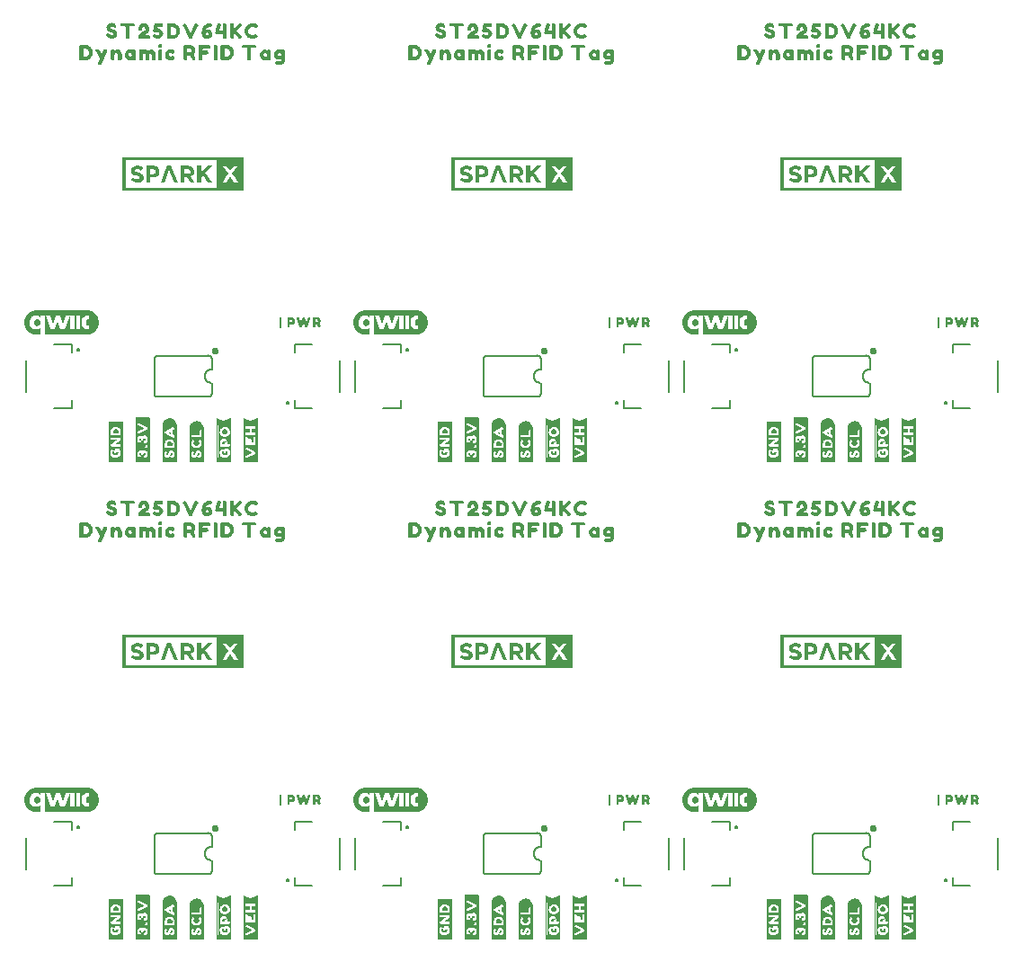
<source format=gto>
G04 EAGLE Gerber RS-274X export*
G75*
%MOMM*%
%FSLAX34Y34*%
%LPD*%
%INSilkscreen Top*%
%IPPOS*%
%AMOC8*
5,1,8,0,0,1.08239X$1,22.5*%
G01*
%ADD10C,0.203200*%
%ADD11C,0.012700*%

G36*
X829357Y276268D02*
X829357Y276268D01*
X829352Y276275D01*
X829359Y276281D01*
X829359Y307919D01*
X829323Y307967D01*
X829316Y307961D01*
X829310Y307968D01*
X715010Y307968D01*
X714963Y307932D01*
X714968Y307925D01*
X714961Y307919D01*
X714961Y276281D01*
X714997Y276233D01*
X715004Y276239D01*
X715010Y276232D01*
X829310Y276232D01*
X829357Y276268D01*
G37*
G36*
X519477Y276268D02*
X519477Y276268D01*
X519472Y276275D01*
X519479Y276281D01*
X519479Y307919D01*
X519443Y307967D01*
X519436Y307961D01*
X519430Y307968D01*
X405130Y307968D01*
X405083Y307932D01*
X405088Y307925D01*
X405081Y307919D01*
X405081Y276281D01*
X405117Y276233D01*
X405124Y276239D01*
X405130Y276232D01*
X519430Y276232D01*
X519477Y276268D01*
G37*
G36*
X209563Y307967D02*
X209563Y307967D01*
X209556Y307961D01*
X209550Y307968D01*
X95250Y307968D01*
X95203Y307932D01*
X95208Y307925D01*
X95201Y307919D01*
X95201Y276281D01*
X95237Y276233D01*
X95244Y276239D01*
X95250Y276232D01*
X209550Y276232D01*
X209597Y276268D01*
X209592Y276275D01*
X209599Y276281D01*
X209599Y307919D01*
X209563Y307967D01*
G37*
G36*
X209597Y725848D02*
X209597Y725848D01*
X209592Y725855D01*
X209599Y725861D01*
X209599Y757499D01*
X209563Y757547D01*
X209556Y757541D01*
X209550Y757548D01*
X95250Y757548D01*
X95203Y757512D01*
X95208Y757505D01*
X95201Y757499D01*
X95201Y725861D01*
X95237Y725813D01*
X95244Y725819D01*
X95250Y725812D01*
X209550Y725812D01*
X209597Y725848D01*
G37*
G36*
X829357Y725848D02*
X829357Y725848D01*
X829352Y725855D01*
X829359Y725861D01*
X829359Y757499D01*
X829323Y757547D01*
X829316Y757541D01*
X829310Y757548D01*
X715010Y757548D01*
X714963Y757512D01*
X714968Y757505D01*
X714961Y757499D01*
X714961Y725861D01*
X714997Y725813D01*
X715004Y725819D01*
X715010Y725812D01*
X829310Y725812D01*
X829357Y725848D01*
G37*
G36*
X519477Y725848D02*
X519477Y725848D01*
X519472Y725855D01*
X519479Y725861D01*
X519479Y757499D01*
X519443Y757547D01*
X519436Y757541D01*
X519430Y757548D01*
X405130Y757548D01*
X405083Y757512D01*
X405088Y757505D01*
X405081Y757499D01*
X405081Y725861D01*
X405117Y725813D01*
X405124Y725819D01*
X405130Y725812D01*
X519430Y725812D01*
X519477Y725848D01*
G37*
%LPC*%
G36*
X717997Y279268D02*
X717997Y279268D01*
X717997Y304932D01*
X803726Y304932D01*
X803726Y279268D01*
X717997Y279268D01*
G37*
%LPD*%
%LPC*%
G36*
X408117Y279268D02*
X408117Y279268D01*
X408117Y304932D01*
X493846Y304932D01*
X493846Y279268D01*
X408117Y279268D01*
G37*
%LPD*%
%LPC*%
G36*
X98237Y279268D02*
X98237Y279268D01*
X98237Y304932D01*
X183966Y304932D01*
X183966Y279268D01*
X98237Y279268D01*
G37*
%LPD*%
%LPC*%
G36*
X717997Y728848D02*
X717997Y728848D01*
X717997Y754512D01*
X803726Y754512D01*
X803726Y728848D01*
X717997Y728848D01*
G37*
%LPD*%
%LPC*%
G36*
X408117Y728848D02*
X408117Y728848D01*
X408117Y754512D01*
X493846Y754512D01*
X493846Y728848D01*
X408117Y728848D01*
G37*
%LPD*%
%LPC*%
G36*
X98237Y728848D02*
X98237Y728848D01*
X98237Y754512D01*
X183966Y754512D01*
X183966Y728848D01*
X98237Y728848D01*
G37*
%LPD*%
G36*
X675605Y590607D02*
X675605Y590607D01*
X681180Y590607D01*
X681189Y590613D01*
X681200Y590610D01*
X681204Y590603D01*
X681216Y590604D01*
X681237Y590598D01*
X681957Y590678D01*
X681958Y590678D01*
X683768Y590918D01*
X683772Y590921D01*
X683779Y590920D01*
X685779Y591540D01*
X685782Y591544D01*
X685790Y591545D01*
X687650Y592545D01*
X687652Y592549D01*
X687660Y592551D01*
X689290Y593881D01*
X689291Y593886D01*
X689298Y593890D01*
X690378Y595180D01*
X690379Y595189D01*
X690387Y595194D01*
X690387Y595196D01*
X690392Y595196D01*
X690399Y595206D01*
X690400Y595206D01*
X690412Y595206D01*
X690418Y595215D01*
X690427Y595219D01*
X690687Y595519D01*
X690688Y595525D01*
X690695Y595529D01*
X691725Y597379D01*
X691725Y597383D01*
X691728Y597386D01*
X691918Y597846D01*
X691917Y597849D01*
X691920Y597852D01*
X692520Y599892D01*
X692519Y599897D01*
X692522Y599904D01*
X692732Y602044D01*
X692730Y602049D01*
X692732Y602056D01*
X692522Y604116D01*
X692520Y604119D01*
X692521Y604125D01*
X692301Y605035D01*
X692298Y605038D01*
X692299Y605042D01*
X692274Y605060D01*
X692268Y605066D01*
X692270Y605079D01*
X691900Y606279D01*
X691897Y606281D01*
X691897Y606286D01*
X691657Y606806D01*
X691655Y606807D01*
X691655Y606810D01*
X690965Y608090D01*
X690963Y608091D01*
X690962Y608095D01*
X690612Y608625D01*
X690608Y608627D01*
X690607Y608631D01*
X690606Y608632D01*
X690598Y608660D01*
X690548Y608720D01*
X690443Y608845D01*
X690285Y609033D01*
X690180Y609159D01*
X690075Y609284D01*
X689969Y609410D01*
X689917Y609473D01*
X689811Y609598D01*
X689706Y609724D01*
X689601Y609849D01*
X689443Y610037D01*
X689348Y610150D01*
X689343Y610152D01*
X689339Y610159D01*
X687719Y611469D01*
X687714Y611469D01*
X687710Y611475D01*
X685810Y612515D01*
X685805Y612515D01*
X685799Y612520D01*
X683819Y613150D01*
X683814Y613148D01*
X683808Y613152D01*
X682338Y613332D01*
X682314Y613321D01*
X682301Y613319D01*
X682295Y613323D01*
X682055Y613343D01*
X681805Y613363D01*
X681545Y613383D01*
X681543Y613381D01*
X681540Y613383D01*
X675500Y613383D01*
X675492Y613377D01*
X675480Y613383D01*
X656230Y613403D01*
X656218Y613395D01*
X656216Y613397D01*
X656206Y613396D01*
X656190Y613403D01*
X637972Y613403D01*
X637603Y613423D01*
X637602Y613422D01*
X637600Y613423D01*
X637590Y613423D01*
X637589Y613422D01*
X637586Y613427D01*
X637576Y613426D01*
X637560Y613433D01*
X634420Y613413D01*
X633910Y613413D01*
X633908Y613411D01*
X633904Y613413D01*
X633014Y613333D01*
X633014Y613332D01*
X633013Y613332D01*
X632103Y613232D01*
X632101Y613231D01*
X632099Y613232D01*
X631509Y613122D01*
X631506Y613119D01*
X631501Y613120D01*
X630962Y612950D01*
X630572Y612830D01*
X630571Y612830D01*
X629951Y612630D01*
X629761Y612570D01*
X629760Y612568D01*
X629757Y612568D01*
X629507Y612468D01*
X629505Y612466D01*
X629500Y612465D01*
X629110Y612255D01*
X628630Y611995D01*
X628180Y611755D01*
X628179Y611755D01*
X627749Y611515D01*
X627747Y611511D01*
X627742Y611510D01*
X627352Y611210D01*
X627351Y611209D01*
X627350Y611208D01*
X627060Y610969D01*
X626780Y610739D01*
X626780Y610738D01*
X626481Y610499D01*
X626171Y610249D01*
X626169Y610245D01*
X626165Y610243D01*
X625945Y610013D01*
X625944Y610012D01*
X625942Y610011D01*
X625512Y609511D01*
X625512Y609510D01*
X625242Y609190D01*
X625241Y609189D01*
X624922Y608790D01*
X624762Y608600D01*
X624762Y608597D01*
X624758Y608594D01*
X624548Y608274D01*
X624548Y608273D01*
X624546Y608272D01*
X624286Y607832D01*
X624286Y607831D01*
X624285Y607830D01*
X624075Y607440D01*
X623805Y606940D01*
X623805Y606938D01*
X623803Y606937D01*
X623553Y606417D01*
X623554Y606414D01*
X623551Y606411D01*
X623371Y605901D01*
X623371Y605900D01*
X623370Y605899D01*
X623200Y605350D01*
X623090Y605020D01*
X623091Y605019D01*
X623090Y605018D01*
X623020Y604778D01*
X623020Y604777D01*
X623019Y604776D01*
X622960Y604548D01*
X622871Y604291D01*
X622872Y604284D01*
X622868Y604276D01*
X622851Y604101D01*
X622843Y604097D01*
X622844Y604088D01*
X622838Y604076D01*
X622778Y603406D01*
X622748Y603076D01*
X622708Y602686D01*
X622668Y602337D01*
X622669Y602335D01*
X622667Y602332D01*
X622657Y602032D01*
X622659Y602029D01*
X622658Y602024D01*
X622677Y601825D01*
X622697Y601526D01*
X622698Y601525D01*
X622698Y601524D01*
X622728Y601234D01*
X622748Y601005D01*
X622748Y601003D01*
X622748Y601002D01*
X622768Y600854D01*
X622837Y599945D01*
X622850Y599929D01*
X622851Y599918D01*
X622849Y599905D01*
X623009Y599265D01*
X623011Y599263D01*
X623010Y599261D01*
X623160Y598791D01*
X623340Y598173D01*
X623342Y598171D01*
X623342Y598167D01*
X623502Y597757D01*
X623642Y597407D01*
X623645Y597404D01*
X623645Y597399D01*
X624665Y595589D01*
X624670Y595587D01*
X624672Y595580D01*
X626042Y593930D01*
X626047Y593928D01*
X626050Y593922D01*
X627680Y592572D01*
X627686Y592571D01*
X627691Y592565D01*
X629571Y591565D01*
X629576Y591565D01*
X629581Y591560D01*
X631571Y590920D01*
X631576Y590922D01*
X631582Y590918D01*
X633722Y590638D01*
X633725Y590639D01*
X633730Y590637D01*
X637540Y590637D01*
X637559Y590649D01*
X637581Y590653D01*
X637588Y590668D01*
X637597Y590674D01*
X637596Y590684D01*
X637603Y590700D01*
X637603Y597020D01*
X637596Y597031D01*
X637598Y597043D01*
X637579Y597057D01*
X637566Y597077D01*
X637554Y597075D01*
X637543Y597083D01*
X637507Y597069D01*
X637499Y597067D01*
X637498Y597065D01*
X637495Y597064D01*
X637135Y596694D01*
X636846Y596395D01*
X636562Y596140D01*
X636266Y595942D01*
X635902Y595716D01*
X635470Y595550D01*
X634824Y595371D01*
X634539Y595302D01*
X634186Y595263D01*
X633772Y595263D01*
X633393Y595283D01*
X632986Y595303D01*
X632589Y595362D01*
X632254Y595421D01*
X631968Y595500D01*
X631601Y595619D01*
X631284Y595738D01*
X630898Y595906D01*
X630374Y596203D01*
X629991Y596488D01*
X629198Y597251D01*
X628455Y598340D01*
X628040Y599320D01*
X627951Y599674D01*
X627891Y599944D01*
X627880Y599955D01*
X627880Y599959D01*
X627881Y599966D01*
X627801Y600273D01*
X627762Y600499D01*
X627732Y600747D01*
X627673Y601325D01*
X627653Y601644D01*
X627652Y601644D01*
X627653Y601644D01*
X627633Y601921D01*
X627643Y602127D01*
X627683Y602715D01*
X627732Y603253D01*
X627772Y603568D01*
X627881Y603984D01*
X627877Y603995D01*
X627877Y603999D01*
X627881Y604004D01*
X627970Y604353D01*
X628069Y604659D01*
X628258Y605145D01*
X628495Y605650D01*
X628852Y606214D01*
X629237Y606728D01*
X629663Y607124D01*
X629978Y607410D01*
X630443Y607706D01*
X630967Y608003D01*
X631540Y608230D01*
X632094Y608379D01*
X632509Y608458D01*
X633124Y608517D01*
X633699Y608527D01*
X634315Y608497D01*
X634609Y608458D01*
X635054Y608359D01*
X635488Y608221D01*
X635743Y608113D01*
X636120Y607915D01*
X636406Y607747D01*
X636731Y607521D01*
X636996Y607275D01*
X637206Y607066D01*
X637207Y607065D01*
X637207Y607064D01*
X637487Y606804D01*
X637498Y606802D01*
X637504Y606793D01*
X637529Y606797D01*
X637554Y606792D01*
X637560Y606801D01*
X637571Y606803D01*
X637591Y606845D01*
X637593Y606848D01*
X637592Y606849D01*
X637593Y606850D01*
X637600Y608427D01*
X641797Y608427D01*
X641797Y607430D01*
X641807Y590720D01*
X641819Y590701D01*
X641823Y590679D01*
X641838Y590672D01*
X641844Y590663D01*
X641854Y590664D01*
X641870Y590657D01*
X649020Y590657D01*
X649027Y590662D01*
X649049Y590652D01*
X649056Y590647D01*
X649057Y590648D01*
X649060Y590647D01*
X650020Y590647D01*
X650024Y590650D01*
X650030Y590647D01*
X657990Y590647D01*
X658010Y590660D01*
X658012Y590658D01*
X658015Y590659D01*
X658020Y590657D01*
X666000Y590657D01*
X669830Y590627D01*
X675590Y590597D01*
X675605Y590607D01*
G37*
G36*
X675605Y141027D02*
X675605Y141027D01*
X681180Y141027D01*
X681189Y141033D01*
X681200Y141030D01*
X681204Y141023D01*
X681216Y141024D01*
X681237Y141018D01*
X681957Y141098D01*
X681958Y141098D01*
X683768Y141338D01*
X683772Y141341D01*
X683779Y141340D01*
X685779Y141960D01*
X685782Y141964D01*
X685790Y141965D01*
X687650Y142965D01*
X687652Y142969D01*
X687660Y142971D01*
X689290Y144301D01*
X689291Y144306D01*
X689298Y144310D01*
X690378Y145600D01*
X690379Y145609D01*
X690387Y145614D01*
X690387Y145616D01*
X690392Y145616D01*
X690399Y145626D01*
X690400Y145626D01*
X690412Y145626D01*
X690418Y145635D01*
X690427Y145639D01*
X690687Y145939D01*
X690688Y145945D01*
X690695Y145949D01*
X691725Y147799D01*
X691725Y147803D01*
X691728Y147806D01*
X691918Y148266D01*
X691917Y148269D01*
X691920Y148272D01*
X692520Y150312D01*
X692519Y150317D01*
X692522Y150324D01*
X692732Y152464D01*
X692730Y152469D01*
X692732Y152476D01*
X692522Y154536D01*
X692520Y154539D01*
X692521Y154545D01*
X692301Y155455D01*
X692298Y155458D01*
X692299Y155462D01*
X692274Y155480D01*
X692268Y155486D01*
X692270Y155499D01*
X691900Y156699D01*
X691897Y156701D01*
X691897Y156706D01*
X691657Y157226D01*
X691655Y157227D01*
X691655Y157230D01*
X690965Y158510D01*
X690963Y158511D01*
X690962Y158515D01*
X690612Y159045D01*
X690608Y159047D01*
X690607Y159051D01*
X690606Y159052D01*
X690598Y159080D01*
X690548Y159140D01*
X690443Y159265D01*
X690285Y159453D01*
X690180Y159579D01*
X690075Y159704D01*
X689969Y159830D01*
X689917Y159893D01*
X689811Y160018D01*
X689706Y160144D01*
X689601Y160269D01*
X689443Y160457D01*
X689348Y160570D01*
X689343Y160572D01*
X689339Y160579D01*
X687719Y161889D01*
X687714Y161889D01*
X687710Y161895D01*
X685810Y162935D01*
X685805Y162935D01*
X685799Y162940D01*
X683819Y163570D01*
X683814Y163568D01*
X683808Y163572D01*
X682338Y163752D01*
X682314Y163741D01*
X682301Y163739D01*
X682295Y163743D01*
X682055Y163763D01*
X681805Y163783D01*
X681545Y163803D01*
X681543Y163801D01*
X681540Y163803D01*
X675500Y163803D01*
X675492Y163797D01*
X675480Y163803D01*
X656230Y163823D01*
X656218Y163815D01*
X656216Y163817D01*
X656206Y163816D01*
X656190Y163823D01*
X637972Y163823D01*
X637603Y163843D01*
X637602Y163842D01*
X637600Y163843D01*
X637590Y163843D01*
X637589Y163842D01*
X637586Y163847D01*
X637576Y163846D01*
X637560Y163853D01*
X634420Y163833D01*
X633910Y163833D01*
X633908Y163831D01*
X633904Y163833D01*
X633014Y163753D01*
X633014Y163752D01*
X633013Y163752D01*
X632103Y163652D01*
X632101Y163651D01*
X632099Y163652D01*
X631509Y163542D01*
X631506Y163539D01*
X631501Y163540D01*
X630962Y163370D01*
X630572Y163250D01*
X630571Y163250D01*
X629951Y163050D01*
X629761Y162990D01*
X629760Y162988D01*
X629757Y162988D01*
X629507Y162888D01*
X629505Y162886D01*
X629500Y162885D01*
X629110Y162675D01*
X628630Y162415D01*
X628180Y162175D01*
X628179Y162175D01*
X627749Y161935D01*
X627747Y161931D01*
X627742Y161930D01*
X627352Y161630D01*
X627351Y161629D01*
X627350Y161628D01*
X627060Y161389D01*
X626780Y161159D01*
X626780Y161158D01*
X626481Y160919D01*
X626171Y160669D01*
X626169Y160665D01*
X626165Y160663D01*
X625945Y160433D01*
X625944Y160432D01*
X625942Y160431D01*
X625512Y159931D01*
X625512Y159930D01*
X625242Y159610D01*
X625241Y159609D01*
X624922Y159210D01*
X624762Y159020D01*
X624762Y159017D01*
X624758Y159014D01*
X624548Y158694D01*
X624548Y158693D01*
X624546Y158692D01*
X624286Y158252D01*
X624286Y158251D01*
X624285Y158250D01*
X624075Y157860D01*
X623805Y157360D01*
X623805Y157358D01*
X623803Y157357D01*
X623553Y156837D01*
X623554Y156834D01*
X623551Y156831D01*
X623371Y156321D01*
X623371Y156320D01*
X623370Y156319D01*
X623200Y155770D01*
X623090Y155440D01*
X623091Y155439D01*
X623090Y155438D01*
X623020Y155198D01*
X623020Y155197D01*
X623019Y155196D01*
X622960Y154968D01*
X622871Y154711D01*
X622872Y154704D01*
X622868Y154696D01*
X622851Y154521D01*
X622843Y154517D01*
X622844Y154508D01*
X622838Y154496D01*
X622778Y153826D01*
X622748Y153496D01*
X622708Y153106D01*
X622668Y152757D01*
X622669Y152755D01*
X622667Y152752D01*
X622657Y152452D01*
X622659Y152449D01*
X622658Y152444D01*
X622677Y152245D01*
X622697Y151946D01*
X622698Y151945D01*
X622698Y151944D01*
X622728Y151654D01*
X622748Y151425D01*
X622748Y151423D01*
X622748Y151422D01*
X622768Y151274D01*
X622837Y150365D01*
X622850Y150349D01*
X622851Y150338D01*
X622849Y150325D01*
X623009Y149685D01*
X623011Y149683D01*
X623010Y149681D01*
X623160Y149211D01*
X623340Y148593D01*
X623342Y148591D01*
X623342Y148587D01*
X623502Y148177D01*
X623642Y147827D01*
X623645Y147824D01*
X623645Y147819D01*
X624665Y146009D01*
X624670Y146007D01*
X624672Y146000D01*
X626042Y144350D01*
X626047Y144348D01*
X626050Y144342D01*
X627680Y142992D01*
X627686Y142991D01*
X627691Y142985D01*
X629571Y141985D01*
X629576Y141985D01*
X629581Y141980D01*
X631571Y141340D01*
X631576Y141342D01*
X631582Y141338D01*
X633722Y141058D01*
X633725Y141059D01*
X633730Y141057D01*
X637540Y141057D01*
X637559Y141069D01*
X637581Y141073D01*
X637588Y141088D01*
X637597Y141094D01*
X637596Y141104D01*
X637603Y141120D01*
X637603Y147440D01*
X637596Y147451D01*
X637598Y147463D01*
X637579Y147477D01*
X637566Y147497D01*
X637554Y147495D01*
X637543Y147503D01*
X637507Y147489D01*
X637499Y147487D01*
X637498Y147485D01*
X637495Y147484D01*
X637135Y147114D01*
X636846Y146815D01*
X636562Y146560D01*
X636266Y146362D01*
X635902Y146136D01*
X635470Y145970D01*
X634824Y145791D01*
X634539Y145722D01*
X634186Y145683D01*
X633772Y145683D01*
X633393Y145703D01*
X632986Y145723D01*
X632589Y145782D01*
X632254Y145841D01*
X631968Y145920D01*
X631601Y146039D01*
X631284Y146158D01*
X630898Y146326D01*
X630374Y146623D01*
X629991Y146908D01*
X629198Y147671D01*
X628455Y148760D01*
X628040Y149740D01*
X627951Y150094D01*
X627891Y150364D01*
X627880Y150375D01*
X627880Y150379D01*
X627881Y150386D01*
X627801Y150693D01*
X627762Y150919D01*
X627732Y151167D01*
X627673Y151745D01*
X627653Y152064D01*
X627652Y152064D01*
X627653Y152064D01*
X627633Y152341D01*
X627643Y152547D01*
X627683Y153135D01*
X627732Y153673D01*
X627772Y153988D01*
X627881Y154404D01*
X627877Y154415D01*
X627877Y154419D01*
X627881Y154424D01*
X627970Y154773D01*
X628069Y155079D01*
X628258Y155565D01*
X628495Y156070D01*
X628852Y156634D01*
X629237Y157148D01*
X629663Y157544D01*
X629978Y157830D01*
X630443Y158126D01*
X630967Y158423D01*
X631540Y158650D01*
X632094Y158799D01*
X632509Y158878D01*
X633124Y158937D01*
X633699Y158947D01*
X634315Y158917D01*
X634609Y158878D01*
X635054Y158779D01*
X635488Y158641D01*
X635743Y158533D01*
X636120Y158335D01*
X636406Y158167D01*
X636731Y157941D01*
X636996Y157695D01*
X637206Y157486D01*
X637207Y157485D01*
X637207Y157484D01*
X637487Y157224D01*
X637498Y157222D01*
X637504Y157213D01*
X637529Y157217D01*
X637554Y157212D01*
X637560Y157221D01*
X637571Y157223D01*
X637591Y157265D01*
X637593Y157268D01*
X637592Y157269D01*
X637593Y157270D01*
X637600Y158847D01*
X641797Y158847D01*
X641797Y157850D01*
X641807Y141140D01*
X641819Y141121D01*
X641823Y141099D01*
X641838Y141092D01*
X641844Y141083D01*
X641854Y141084D01*
X641870Y141077D01*
X649020Y141077D01*
X649027Y141082D01*
X649049Y141072D01*
X649056Y141067D01*
X649057Y141068D01*
X649060Y141067D01*
X650020Y141067D01*
X650024Y141070D01*
X650030Y141067D01*
X657990Y141067D01*
X658010Y141080D01*
X658012Y141078D01*
X658015Y141079D01*
X658020Y141077D01*
X666000Y141077D01*
X669830Y141047D01*
X675590Y141017D01*
X675605Y141027D01*
G37*
G36*
X55845Y590607D02*
X55845Y590607D01*
X61420Y590607D01*
X61429Y590613D01*
X61440Y590610D01*
X61444Y590603D01*
X61456Y590604D01*
X61477Y590598D01*
X62197Y590678D01*
X62198Y590678D01*
X64008Y590918D01*
X64012Y590921D01*
X64019Y590920D01*
X66019Y591540D01*
X66022Y591544D01*
X66030Y591545D01*
X67890Y592545D01*
X67892Y592549D01*
X67900Y592551D01*
X69530Y593881D01*
X69531Y593886D01*
X69538Y593890D01*
X70618Y595180D01*
X70619Y595189D01*
X70627Y595194D01*
X70627Y595196D01*
X70632Y595196D01*
X70639Y595206D01*
X70640Y595206D01*
X70652Y595206D01*
X70658Y595215D01*
X70667Y595219D01*
X70927Y595519D01*
X70928Y595525D01*
X70935Y595529D01*
X71965Y597379D01*
X71965Y597383D01*
X71968Y597386D01*
X72158Y597846D01*
X72157Y597849D01*
X72160Y597852D01*
X72760Y599892D01*
X72759Y599897D01*
X72762Y599904D01*
X72972Y602044D01*
X72970Y602049D01*
X72972Y602056D01*
X72762Y604116D01*
X72760Y604119D01*
X72761Y604125D01*
X72541Y605035D01*
X72538Y605038D01*
X72539Y605042D01*
X72514Y605060D01*
X72508Y605066D01*
X72510Y605079D01*
X72140Y606279D01*
X72137Y606281D01*
X72137Y606286D01*
X71897Y606806D01*
X71895Y606807D01*
X71895Y606810D01*
X71205Y608090D01*
X71203Y608091D01*
X71202Y608095D01*
X70852Y608625D01*
X70848Y608627D01*
X70847Y608631D01*
X70846Y608632D01*
X70838Y608660D01*
X70788Y608720D01*
X70683Y608845D01*
X70525Y609033D01*
X70420Y609159D01*
X70315Y609284D01*
X70209Y609410D01*
X70157Y609473D01*
X70051Y609598D01*
X69946Y609724D01*
X69841Y609849D01*
X69683Y610037D01*
X69588Y610150D01*
X69583Y610152D01*
X69579Y610159D01*
X67959Y611469D01*
X67954Y611469D01*
X67950Y611475D01*
X66050Y612515D01*
X66045Y612515D01*
X66039Y612520D01*
X64059Y613150D01*
X64054Y613148D01*
X64048Y613152D01*
X62578Y613332D01*
X62554Y613321D01*
X62541Y613319D01*
X62535Y613323D01*
X62295Y613343D01*
X62045Y613363D01*
X61785Y613383D01*
X61783Y613381D01*
X61780Y613383D01*
X55740Y613383D01*
X55732Y613377D01*
X55720Y613383D01*
X36470Y613403D01*
X36458Y613395D01*
X36456Y613397D01*
X36446Y613396D01*
X36430Y613403D01*
X18212Y613403D01*
X17843Y613423D01*
X17842Y613422D01*
X17840Y613423D01*
X17830Y613423D01*
X17829Y613422D01*
X17826Y613427D01*
X17816Y613426D01*
X17800Y613433D01*
X14660Y613413D01*
X14150Y613413D01*
X14148Y613411D01*
X14144Y613413D01*
X13254Y613333D01*
X13254Y613332D01*
X13253Y613332D01*
X12343Y613232D01*
X12341Y613231D01*
X12339Y613232D01*
X11749Y613122D01*
X11746Y613119D01*
X11741Y613120D01*
X11202Y612950D01*
X10812Y612830D01*
X10811Y612830D01*
X10191Y612630D01*
X10001Y612570D01*
X10000Y612568D01*
X9997Y612568D01*
X9747Y612468D01*
X9745Y612466D01*
X9740Y612465D01*
X9350Y612255D01*
X8870Y611995D01*
X8420Y611755D01*
X8419Y611755D01*
X7989Y611515D01*
X7987Y611511D01*
X7982Y611510D01*
X7592Y611210D01*
X7591Y611209D01*
X7590Y611208D01*
X7300Y610969D01*
X7020Y610739D01*
X7020Y610738D01*
X6721Y610499D01*
X6411Y610249D01*
X6409Y610245D01*
X6405Y610243D01*
X6185Y610013D01*
X6184Y610012D01*
X6182Y610011D01*
X5752Y609511D01*
X5752Y609510D01*
X5482Y609190D01*
X5481Y609189D01*
X5162Y608790D01*
X5002Y608600D01*
X5002Y608597D01*
X4998Y608594D01*
X4788Y608274D01*
X4788Y608273D01*
X4786Y608272D01*
X4526Y607832D01*
X4526Y607831D01*
X4525Y607830D01*
X4315Y607440D01*
X4045Y606940D01*
X4045Y606938D01*
X4043Y606937D01*
X3793Y606417D01*
X3794Y606414D01*
X3791Y606411D01*
X3611Y605901D01*
X3611Y605900D01*
X3610Y605899D01*
X3440Y605350D01*
X3330Y605020D01*
X3331Y605019D01*
X3330Y605018D01*
X3260Y604778D01*
X3260Y604777D01*
X3259Y604776D01*
X3200Y604548D01*
X3111Y604291D01*
X3112Y604284D01*
X3108Y604276D01*
X3091Y604101D01*
X3083Y604097D01*
X3084Y604088D01*
X3078Y604076D01*
X3018Y603406D01*
X2988Y603076D01*
X2948Y602686D01*
X2908Y602337D01*
X2909Y602335D01*
X2907Y602332D01*
X2897Y602032D01*
X2899Y602029D01*
X2898Y602024D01*
X2917Y601825D01*
X2937Y601526D01*
X2938Y601525D01*
X2938Y601524D01*
X2968Y601234D01*
X2988Y601005D01*
X2988Y601003D01*
X2988Y601002D01*
X3008Y600854D01*
X3077Y599945D01*
X3090Y599929D01*
X3091Y599918D01*
X3089Y599905D01*
X3249Y599265D01*
X3251Y599263D01*
X3250Y599261D01*
X3400Y598791D01*
X3580Y598173D01*
X3582Y598171D01*
X3582Y598167D01*
X3742Y597757D01*
X3882Y597407D01*
X3885Y597404D01*
X3885Y597399D01*
X4905Y595589D01*
X4910Y595587D01*
X4912Y595580D01*
X6282Y593930D01*
X6287Y593928D01*
X6290Y593922D01*
X7920Y592572D01*
X7926Y592571D01*
X7931Y592565D01*
X9811Y591565D01*
X9816Y591565D01*
X9821Y591560D01*
X11811Y590920D01*
X11816Y590922D01*
X11822Y590918D01*
X13962Y590638D01*
X13965Y590639D01*
X13970Y590637D01*
X17780Y590637D01*
X17799Y590649D01*
X17821Y590653D01*
X17828Y590668D01*
X17837Y590674D01*
X17836Y590684D01*
X17843Y590700D01*
X17843Y597020D01*
X17836Y597031D01*
X17838Y597043D01*
X17819Y597057D01*
X17806Y597077D01*
X17794Y597075D01*
X17783Y597083D01*
X17747Y597069D01*
X17739Y597067D01*
X17738Y597065D01*
X17735Y597064D01*
X17375Y596694D01*
X17086Y596395D01*
X16802Y596140D01*
X16506Y595942D01*
X16142Y595716D01*
X15710Y595550D01*
X15064Y595371D01*
X14779Y595302D01*
X14426Y595263D01*
X14012Y595263D01*
X13633Y595283D01*
X13226Y595303D01*
X12829Y595362D01*
X12494Y595421D01*
X12208Y595500D01*
X11841Y595619D01*
X11524Y595738D01*
X11138Y595906D01*
X10614Y596203D01*
X10231Y596488D01*
X9438Y597251D01*
X8695Y598340D01*
X8280Y599320D01*
X8191Y599674D01*
X8131Y599944D01*
X8120Y599955D01*
X8120Y599959D01*
X8121Y599966D01*
X8041Y600273D01*
X8002Y600499D01*
X7972Y600747D01*
X7913Y601325D01*
X7893Y601644D01*
X7892Y601644D01*
X7893Y601644D01*
X7873Y601921D01*
X7883Y602127D01*
X7923Y602715D01*
X7972Y603253D01*
X8012Y603568D01*
X8121Y603984D01*
X8117Y603995D01*
X8117Y603999D01*
X8121Y604004D01*
X8210Y604353D01*
X8309Y604659D01*
X8498Y605145D01*
X8735Y605650D01*
X9092Y606214D01*
X9477Y606728D01*
X9903Y607124D01*
X10218Y607410D01*
X10683Y607706D01*
X11207Y608003D01*
X11780Y608230D01*
X12334Y608379D01*
X12749Y608458D01*
X13364Y608517D01*
X13939Y608527D01*
X14555Y608497D01*
X14849Y608458D01*
X15294Y608359D01*
X15728Y608221D01*
X15983Y608113D01*
X16360Y607915D01*
X16646Y607747D01*
X16971Y607521D01*
X17236Y607275D01*
X17446Y607066D01*
X17447Y607065D01*
X17447Y607064D01*
X17727Y606804D01*
X17738Y606802D01*
X17744Y606793D01*
X17769Y606797D01*
X17794Y606792D01*
X17800Y606801D01*
X17811Y606803D01*
X17831Y606845D01*
X17833Y606848D01*
X17832Y606849D01*
X17833Y606850D01*
X17840Y608427D01*
X22037Y608427D01*
X22037Y607430D01*
X22047Y590720D01*
X22059Y590701D01*
X22063Y590679D01*
X22078Y590672D01*
X22084Y590663D01*
X22094Y590664D01*
X22110Y590657D01*
X29260Y590657D01*
X29267Y590662D01*
X29289Y590652D01*
X29296Y590647D01*
X29297Y590648D01*
X29300Y590647D01*
X30260Y590647D01*
X30264Y590650D01*
X30270Y590647D01*
X38230Y590647D01*
X38250Y590660D01*
X38252Y590658D01*
X38255Y590659D01*
X38260Y590657D01*
X46240Y590657D01*
X50070Y590627D01*
X55830Y590597D01*
X55845Y590607D01*
G37*
G36*
X365725Y590607D02*
X365725Y590607D01*
X371300Y590607D01*
X371309Y590613D01*
X371320Y590610D01*
X371324Y590603D01*
X371336Y590604D01*
X371357Y590598D01*
X372077Y590678D01*
X372078Y590678D01*
X373888Y590918D01*
X373892Y590921D01*
X373899Y590920D01*
X375899Y591540D01*
X375902Y591544D01*
X375910Y591545D01*
X377770Y592545D01*
X377772Y592549D01*
X377780Y592551D01*
X379410Y593881D01*
X379411Y593886D01*
X379418Y593890D01*
X380498Y595180D01*
X380499Y595189D01*
X380507Y595194D01*
X380507Y595196D01*
X380512Y595196D01*
X380519Y595206D01*
X380520Y595206D01*
X380532Y595206D01*
X380538Y595215D01*
X380547Y595219D01*
X380807Y595519D01*
X380808Y595525D01*
X380815Y595529D01*
X381845Y597379D01*
X381845Y597383D01*
X381848Y597386D01*
X382038Y597846D01*
X382037Y597849D01*
X382040Y597852D01*
X382640Y599892D01*
X382639Y599897D01*
X382642Y599904D01*
X382852Y602044D01*
X382850Y602049D01*
X382852Y602056D01*
X382642Y604116D01*
X382640Y604119D01*
X382641Y604125D01*
X382421Y605035D01*
X382418Y605038D01*
X382419Y605042D01*
X382394Y605060D01*
X382388Y605066D01*
X382390Y605079D01*
X382020Y606279D01*
X382017Y606281D01*
X382017Y606286D01*
X381777Y606806D01*
X381775Y606807D01*
X381775Y606810D01*
X381085Y608090D01*
X381083Y608091D01*
X381082Y608095D01*
X380732Y608625D01*
X380728Y608627D01*
X380727Y608631D01*
X380726Y608632D01*
X380718Y608660D01*
X380668Y608720D01*
X380563Y608845D01*
X380405Y609033D01*
X380300Y609159D01*
X380195Y609284D01*
X380089Y609410D01*
X380037Y609473D01*
X379931Y609598D01*
X379826Y609724D01*
X379721Y609849D01*
X379563Y610037D01*
X379468Y610150D01*
X379463Y610152D01*
X379459Y610159D01*
X377839Y611469D01*
X377834Y611469D01*
X377830Y611475D01*
X375930Y612515D01*
X375925Y612515D01*
X375919Y612520D01*
X373939Y613150D01*
X373934Y613148D01*
X373928Y613152D01*
X372458Y613332D01*
X372434Y613321D01*
X372421Y613319D01*
X372415Y613323D01*
X372175Y613343D01*
X371925Y613363D01*
X371665Y613383D01*
X371663Y613381D01*
X371660Y613383D01*
X365620Y613383D01*
X365612Y613377D01*
X365600Y613383D01*
X346350Y613403D01*
X346338Y613395D01*
X346336Y613397D01*
X346326Y613396D01*
X346310Y613403D01*
X328092Y613403D01*
X327723Y613423D01*
X327722Y613422D01*
X327720Y613423D01*
X327710Y613423D01*
X327709Y613422D01*
X327706Y613427D01*
X327696Y613426D01*
X327680Y613433D01*
X324540Y613413D01*
X324030Y613413D01*
X324028Y613411D01*
X324024Y613413D01*
X323134Y613333D01*
X323134Y613332D01*
X323133Y613332D01*
X322223Y613232D01*
X322221Y613231D01*
X322219Y613232D01*
X321629Y613122D01*
X321626Y613119D01*
X321621Y613120D01*
X321082Y612950D01*
X320692Y612830D01*
X320691Y612830D01*
X320071Y612630D01*
X319881Y612570D01*
X319880Y612568D01*
X319877Y612568D01*
X319627Y612468D01*
X319625Y612466D01*
X319620Y612465D01*
X319230Y612255D01*
X318750Y611995D01*
X318300Y611755D01*
X318299Y611755D01*
X317869Y611515D01*
X317867Y611511D01*
X317862Y611510D01*
X317472Y611210D01*
X317471Y611209D01*
X317470Y611208D01*
X317180Y610969D01*
X316900Y610739D01*
X316900Y610738D01*
X316601Y610499D01*
X316291Y610249D01*
X316289Y610245D01*
X316285Y610243D01*
X316065Y610013D01*
X316064Y610012D01*
X316062Y610011D01*
X315632Y609511D01*
X315632Y609510D01*
X315362Y609190D01*
X315361Y609189D01*
X315042Y608790D01*
X314882Y608600D01*
X314882Y608597D01*
X314878Y608594D01*
X314668Y608274D01*
X314668Y608273D01*
X314666Y608272D01*
X314406Y607832D01*
X314406Y607831D01*
X314405Y607830D01*
X314195Y607440D01*
X313925Y606940D01*
X313925Y606938D01*
X313923Y606937D01*
X313673Y606417D01*
X313674Y606414D01*
X313671Y606411D01*
X313491Y605901D01*
X313491Y605900D01*
X313490Y605899D01*
X313320Y605350D01*
X313210Y605020D01*
X313211Y605019D01*
X313210Y605018D01*
X313140Y604778D01*
X313140Y604777D01*
X313139Y604776D01*
X313080Y604548D01*
X312991Y604291D01*
X312992Y604284D01*
X312988Y604276D01*
X312971Y604101D01*
X312963Y604097D01*
X312964Y604088D01*
X312958Y604076D01*
X312898Y603406D01*
X312868Y603076D01*
X312828Y602686D01*
X312788Y602337D01*
X312789Y602335D01*
X312787Y602332D01*
X312777Y602032D01*
X312779Y602029D01*
X312778Y602024D01*
X312797Y601825D01*
X312817Y601526D01*
X312818Y601525D01*
X312818Y601524D01*
X312848Y601234D01*
X312868Y601005D01*
X312868Y601003D01*
X312868Y601002D01*
X312888Y600854D01*
X312957Y599945D01*
X312970Y599929D01*
X312971Y599918D01*
X312969Y599905D01*
X313129Y599265D01*
X313131Y599263D01*
X313130Y599261D01*
X313280Y598791D01*
X313460Y598173D01*
X313462Y598171D01*
X313462Y598167D01*
X313622Y597757D01*
X313762Y597407D01*
X313765Y597404D01*
X313765Y597399D01*
X314785Y595589D01*
X314790Y595587D01*
X314792Y595580D01*
X316162Y593930D01*
X316167Y593928D01*
X316170Y593922D01*
X317800Y592572D01*
X317806Y592571D01*
X317811Y592565D01*
X319691Y591565D01*
X319696Y591565D01*
X319701Y591560D01*
X321691Y590920D01*
X321696Y590922D01*
X321702Y590918D01*
X323842Y590638D01*
X323845Y590639D01*
X323850Y590637D01*
X327660Y590637D01*
X327679Y590649D01*
X327701Y590653D01*
X327708Y590668D01*
X327717Y590674D01*
X327716Y590684D01*
X327723Y590700D01*
X327723Y597020D01*
X327716Y597031D01*
X327718Y597043D01*
X327699Y597057D01*
X327686Y597077D01*
X327674Y597075D01*
X327663Y597083D01*
X327627Y597069D01*
X327619Y597067D01*
X327618Y597065D01*
X327615Y597064D01*
X327255Y596694D01*
X326966Y596395D01*
X326682Y596140D01*
X326386Y595942D01*
X326022Y595716D01*
X325590Y595550D01*
X324944Y595371D01*
X324659Y595302D01*
X324306Y595263D01*
X323892Y595263D01*
X323513Y595283D01*
X323106Y595303D01*
X322709Y595362D01*
X322374Y595421D01*
X322088Y595500D01*
X321721Y595619D01*
X321404Y595738D01*
X321018Y595906D01*
X320494Y596203D01*
X320111Y596488D01*
X319318Y597251D01*
X318575Y598340D01*
X318160Y599320D01*
X318071Y599674D01*
X318011Y599944D01*
X318000Y599955D01*
X318000Y599959D01*
X318001Y599966D01*
X317921Y600273D01*
X317882Y600499D01*
X317852Y600747D01*
X317793Y601325D01*
X317773Y601644D01*
X317772Y601644D01*
X317773Y601644D01*
X317753Y601921D01*
X317763Y602127D01*
X317803Y602715D01*
X317852Y603253D01*
X317892Y603568D01*
X318001Y603984D01*
X317997Y603995D01*
X317997Y603999D01*
X318001Y604004D01*
X318090Y604353D01*
X318189Y604659D01*
X318378Y605145D01*
X318615Y605650D01*
X318972Y606214D01*
X319357Y606728D01*
X319783Y607124D01*
X320098Y607410D01*
X320563Y607706D01*
X321087Y608003D01*
X321660Y608230D01*
X322214Y608379D01*
X322629Y608458D01*
X323244Y608517D01*
X323819Y608527D01*
X324435Y608497D01*
X324729Y608458D01*
X325174Y608359D01*
X325608Y608221D01*
X325863Y608113D01*
X326240Y607915D01*
X326526Y607747D01*
X326851Y607521D01*
X327116Y607275D01*
X327326Y607066D01*
X327327Y607065D01*
X327327Y607064D01*
X327607Y606804D01*
X327618Y606802D01*
X327624Y606793D01*
X327649Y606797D01*
X327674Y606792D01*
X327680Y606801D01*
X327691Y606803D01*
X327711Y606845D01*
X327713Y606848D01*
X327712Y606849D01*
X327713Y606850D01*
X327720Y608427D01*
X331917Y608427D01*
X331917Y607430D01*
X331927Y590720D01*
X331939Y590701D01*
X331943Y590679D01*
X331958Y590672D01*
X331964Y590663D01*
X331974Y590664D01*
X331990Y590657D01*
X339140Y590657D01*
X339147Y590662D01*
X339169Y590652D01*
X339176Y590647D01*
X339177Y590648D01*
X339180Y590647D01*
X340140Y590647D01*
X340144Y590650D01*
X340150Y590647D01*
X348110Y590647D01*
X348130Y590660D01*
X348132Y590658D01*
X348135Y590659D01*
X348140Y590657D01*
X356120Y590657D01*
X359950Y590627D01*
X365710Y590597D01*
X365725Y590607D01*
G37*
G36*
X55845Y141027D02*
X55845Y141027D01*
X61420Y141027D01*
X61429Y141033D01*
X61440Y141030D01*
X61444Y141023D01*
X61456Y141024D01*
X61477Y141018D01*
X62197Y141098D01*
X62198Y141098D01*
X64008Y141338D01*
X64012Y141341D01*
X64019Y141340D01*
X66019Y141960D01*
X66022Y141964D01*
X66030Y141965D01*
X67890Y142965D01*
X67892Y142969D01*
X67900Y142971D01*
X69530Y144301D01*
X69531Y144306D01*
X69538Y144310D01*
X70618Y145600D01*
X70619Y145609D01*
X70627Y145614D01*
X70627Y145616D01*
X70632Y145616D01*
X70639Y145626D01*
X70640Y145626D01*
X70652Y145626D01*
X70658Y145635D01*
X70667Y145639D01*
X70927Y145939D01*
X70928Y145945D01*
X70935Y145949D01*
X71965Y147799D01*
X71965Y147803D01*
X71968Y147806D01*
X72158Y148266D01*
X72157Y148269D01*
X72160Y148272D01*
X72760Y150312D01*
X72759Y150317D01*
X72762Y150324D01*
X72972Y152464D01*
X72970Y152469D01*
X72972Y152476D01*
X72762Y154536D01*
X72760Y154539D01*
X72761Y154545D01*
X72541Y155455D01*
X72538Y155458D01*
X72539Y155462D01*
X72514Y155480D01*
X72508Y155486D01*
X72510Y155499D01*
X72140Y156699D01*
X72137Y156701D01*
X72137Y156706D01*
X71897Y157226D01*
X71895Y157227D01*
X71895Y157230D01*
X71205Y158510D01*
X71203Y158511D01*
X71202Y158515D01*
X70852Y159045D01*
X70848Y159047D01*
X70847Y159051D01*
X70846Y159052D01*
X70838Y159080D01*
X70788Y159140D01*
X70683Y159265D01*
X70525Y159453D01*
X70420Y159579D01*
X70315Y159704D01*
X70209Y159830D01*
X70157Y159893D01*
X70051Y160018D01*
X69946Y160144D01*
X69841Y160269D01*
X69683Y160457D01*
X69588Y160570D01*
X69583Y160572D01*
X69579Y160579D01*
X67959Y161889D01*
X67954Y161889D01*
X67950Y161895D01*
X66050Y162935D01*
X66045Y162935D01*
X66039Y162940D01*
X64059Y163570D01*
X64054Y163568D01*
X64048Y163572D01*
X62578Y163752D01*
X62554Y163741D01*
X62541Y163739D01*
X62535Y163743D01*
X62295Y163763D01*
X62045Y163783D01*
X61785Y163803D01*
X61783Y163801D01*
X61780Y163803D01*
X55740Y163803D01*
X55732Y163797D01*
X55720Y163803D01*
X36470Y163823D01*
X36458Y163815D01*
X36456Y163817D01*
X36446Y163816D01*
X36430Y163823D01*
X18212Y163823D01*
X17843Y163843D01*
X17842Y163842D01*
X17840Y163843D01*
X17830Y163843D01*
X17829Y163842D01*
X17826Y163847D01*
X17816Y163846D01*
X17800Y163853D01*
X14660Y163833D01*
X14150Y163833D01*
X14148Y163831D01*
X14144Y163833D01*
X13254Y163753D01*
X13254Y163752D01*
X13253Y163752D01*
X12343Y163652D01*
X12341Y163651D01*
X12339Y163652D01*
X11749Y163542D01*
X11746Y163539D01*
X11741Y163540D01*
X11202Y163370D01*
X10812Y163250D01*
X10811Y163250D01*
X10191Y163050D01*
X10001Y162990D01*
X10000Y162988D01*
X9997Y162988D01*
X9747Y162888D01*
X9745Y162886D01*
X9740Y162885D01*
X9350Y162675D01*
X8870Y162415D01*
X8420Y162175D01*
X8419Y162175D01*
X7989Y161935D01*
X7987Y161931D01*
X7982Y161930D01*
X7592Y161630D01*
X7591Y161629D01*
X7590Y161628D01*
X7300Y161389D01*
X7020Y161159D01*
X7020Y161158D01*
X6721Y160919D01*
X6411Y160669D01*
X6409Y160665D01*
X6405Y160663D01*
X6185Y160433D01*
X6184Y160432D01*
X6182Y160431D01*
X5752Y159931D01*
X5752Y159930D01*
X5482Y159610D01*
X5481Y159609D01*
X5162Y159210D01*
X5002Y159020D01*
X5002Y159017D01*
X4998Y159014D01*
X4788Y158694D01*
X4788Y158693D01*
X4786Y158692D01*
X4526Y158252D01*
X4526Y158251D01*
X4525Y158250D01*
X4315Y157860D01*
X4045Y157360D01*
X4045Y157358D01*
X4043Y157357D01*
X3793Y156837D01*
X3794Y156834D01*
X3791Y156831D01*
X3611Y156321D01*
X3611Y156320D01*
X3610Y156319D01*
X3440Y155770D01*
X3330Y155440D01*
X3331Y155439D01*
X3330Y155438D01*
X3260Y155198D01*
X3260Y155197D01*
X3259Y155196D01*
X3200Y154968D01*
X3111Y154711D01*
X3112Y154704D01*
X3108Y154696D01*
X3091Y154521D01*
X3083Y154517D01*
X3084Y154508D01*
X3078Y154496D01*
X3018Y153826D01*
X2988Y153496D01*
X2948Y153106D01*
X2908Y152757D01*
X2909Y152755D01*
X2907Y152752D01*
X2897Y152452D01*
X2899Y152449D01*
X2898Y152444D01*
X2917Y152245D01*
X2937Y151946D01*
X2938Y151945D01*
X2938Y151944D01*
X2968Y151654D01*
X2988Y151425D01*
X2988Y151423D01*
X2988Y151422D01*
X3008Y151274D01*
X3077Y150365D01*
X3090Y150349D01*
X3091Y150338D01*
X3089Y150325D01*
X3249Y149685D01*
X3251Y149683D01*
X3250Y149681D01*
X3400Y149211D01*
X3580Y148593D01*
X3582Y148591D01*
X3582Y148587D01*
X3742Y148177D01*
X3882Y147827D01*
X3885Y147824D01*
X3885Y147819D01*
X4905Y146009D01*
X4910Y146007D01*
X4912Y146000D01*
X6282Y144350D01*
X6287Y144348D01*
X6290Y144342D01*
X7920Y142992D01*
X7926Y142991D01*
X7931Y142985D01*
X9811Y141985D01*
X9816Y141985D01*
X9821Y141980D01*
X11811Y141340D01*
X11816Y141342D01*
X11822Y141338D01*
X13962Y141058D01*
X13965Y141059D01*
X13970Y141057D01*
X17780Y141057D01*
X17799Y141069D01*
X17821Y141073D01*
X17828Y141088D01*
X17837Y141094D01*
X17836Y141104D01*
X17843Y141120D01*
X17843Y147440D01*
X17836Y147451D01*
X17838Y147463D01*
X17819Y147477D01*
X17806Y147497D01*
X17794Y147495D01*
X17783Y147503D01*
X17747Y147489D01*
X17739Y147487D01*
X17738Y147485D01*
X17735Y147484D01*
X17375Y147114D01*
X17086Y146815D01*
X16802Y146560D01*
X16506Y146362D01*
X16142Y146136D01*
X15710Y145970D01*
X15064Y145791D01*
X14779Y145722D01*
X14426Y145683D01*
X14012Y145683D01*
X13633Y145703D01*
X13226Y145723D01*
X12829Y145782D01*
X12494Y145841D01*
X12208Y145920D01*
X11841Y146039D01*
X11524Y146158D01*
X11138Y146326D01*
X10614Y146623D01*
X10231Y146908D01*
X9438Y147671D01*
X8695Y148760D01*
X8280Y149740D01*
X8191Y150094D01*
X8131Y150364D01*
X8120Y150375D01*
X8120Y150379D01*
X8121Y150386D01*
X8041Y150693D01*
X8002Y150919D01*
X7972Y151167D01*
X7913Y151745D01*
X7893Y152064D01*
X7892Y152064D01*
X7893Y152064D01*
X7873Y152341D01*
X7883Y152547D01*
X7923Y153135D01*
X7972Y153673D01*
X8012Y153988D01*
X8121Y154404D01*
X8117Y154415D01*
X8117Y154419D01*
X8121Y154424D01*
X8210Y154773D01*
X8309Y155079D01*
X8498Y155565D01*
X8735Y156070D01*
X9092Y156634D01*
X9477Y157148D01*
X9903Y157544D01*
X10218Y157830D01*
X10683Y158126D01*
X11207Y158423D01*
X11780Y158650D01*
X12334Y158799D01*
X12749Y158878D01*
X13364Y158937D01*
X13939Y158947D01*
X14555Y158917D01*
X14849Y158878D01*
X15294Y158779D01*
X15728Y158641D01*
X15983Y158533D01*
X16360Y158335D01*
X16646Y158167D01*
X16971Y157941D01*
X17236Y157695D01*
X17446Y157486D01*
X17447Y157485D01*
X17447Y157484D01*
X17727Y157224D01*
X17738Y157222D01*
X17744Y157213D01*
X17769Y157217D01*
X17794Y157212D01*
X17800Y157221D01*
X17811Y157223D01*
X17831Y157265D01*
X17833Y157268D01*
X17832Y157269D01*
X17833Y157270D01*
X17840Y158847D01*
X22037Y158847D01*
X22037Y157850D01*
X22047Y141140D01*
X22059Y141121D01*
X22063Y141099D01*
X22078Y141092D01*
X22084Y141083D01*
X22094Y141084D01*
X22110Y141077D01*
X29260Y141077D01*
X29267Y141082D01*
X29289Y141072D01*
X29296Y141067D01*
X29297Y141068D01*
X29300Y141067D01*
X30260Y141067D01*
X30264Y141070D01*
X30270Y141067D01*
X38230Y141067D01*
X38250Y141080D01*
X38252Y141078D01*
X38255Y141079D01*
X38260Y141077D01*
X46240Y141077D01*
X50070Y141047D01*
X55830Y141017D01*
X55845Y141027D01*
G37*
G36*
X365725Y141027D02*
X365725Y141027D01*
X371300Y141027D01*
X371309Y141033D01*
X371320Y141030D01*
X371324Y141023D01*
X371336Y141024D01*
X371357Y141018D01*
X372077Y141098D01*
X372078Y141098D01*
X373888Y141338D01*
X373892Y141341D01*
X373899Y141340D01*
X375899Y141960D01*
X375902Y141964D01*
X375910Y141965D01*
X377770Y142965D01*
X377772Y142969D01*
X377780Y142971D01*
X379410Y144301D01*
X379411Y144306D01*
X379418Y144310D01*
X380498Y145600D01*
X380499Y145609D01*
X380507Y145614D01*
X380507Y145616D01*
X380512Y145616D01*
X380519Y145626D01*
X380520Y145626D01*
X380532Y145626D01*
X380538Y145635D01*
X380547Y145639D01*
X380807Y145939D01*
X380808Y145945D01*
X380815Y145949D01*
X381845Y147799D01*
X381845Y147803D01*
X381848Y147806D01*
X382038Y148266D01*
X382037Y148269D01*
X382040Y148272D01*
X382640Y150312D01*
X382639Y150317D01*
X382642Y150324D01*
X382852Y152464D01*
X382850Y152469D01*
X382852Y152476D01*
X382642Y154536D01*
X382640Y154539D01*
X382641Y154545D01*
X382421Y155455D01*
X382418Y155458D01*
X382419Y155462D01*
X382394Y155480D01*
X382388Y155486D01*
X382390Y155499D01*
X382020Y156699D01*
X382017Y156701D01*
X382017Y156706D01*
X381777Y157226D01*
X381775Y157227D01*
X381775Y157230D01*
X381085Y158510D01*
X381083Y158511D01*
X381082Y158515D01*
X380732Y159045D01*
X380728Y159047D01*
X380727Y159051D01*
X380726Y159052D01*
X380718Y159080D01*
X380668Y159140D01*
X380563Y159265D01*
X380405Y159453D01*
X380300Y159579D01*
X380195Y159704D01*
X380089Y159830D01*
X380037Y159893D01*
X379931Y160018D01*
X379826Y160144D01*
X379721Y160269D01*
X379563Y160457D01*
X379468Y160570D01*
X379463Y160572D01*
X379459Y160579D01*
X377839Y161889D01*
X377834Y161889D01*
X377830Y161895D01*
X375930Y162935D01*
X375925Y162935D01*
X375919Y162940D01*
X373939Y163570D01*
X373934Y163568D01*
X373928Y163572D01*
X372458Y163752D01*
X372434Y163741D01*
X372421Y163739D01*
X372415Y163743D01*
X372175Y163763D01*
X371925Y163783D01*
X371665Y163803D01*
X371663Y163801D01*
X371660Y163803D01*
X365620Y163803D01*
X365612Y163797D01*
X365600Y163803D01*
X346350Y163823D01*
X346338Y163815D01*
X346336Y163817D01*
X346326Y163816D01*
X346310Y163823D01*
X328092Y163823D01*
X327723Y163843D01*
X327722Y163842D01*
X327720Y163843D01*
X327710Y163843D01*
X327709Y163842D01*
X327706Y163847D01*
X327696Y163846D01*
X327680Y163853D01*
X324540Y163833D01*
X324030Y163833D01*
X324028Y163831D01*
X324024Y163833D01*
X323134Y163753D01*
X323134Y163752D01*
X323133Y163752D01*
X322223Y163652D01*
X322221Y163651D01*
X322219Y163652D01*
X321629Y163542D01*
X321626Y163539D01*
X321621Y163540D01*
X321082Y163370D01*
X320692Y163250D01*
X320691Y163250D01*
X320071Y163050D01*
X319881Y162990D01*
X319880Y162988D01*
X319877Y162988D01*
X319627Y162888D01*
X319625Y162886D01*
X319620Y162885D01*
X319230Y162675D01*
X318750Y162415D01*
X318300Y162175D01*
X318299Y162175D01*
X317869Y161935D01*
X317867Y161931D01*
X317862Y161930D01*
X317472Y161630D01*
X317471Y161629D01*
X317470Y161628D01*
X317180Y161389D01*
X316900Y161159D01*
X316900Y161158D01*
X316601Y160919D01*
X316291Y160669D01*
X316289Y160665D01*
X316285Y160663D01*
X316065Y160433D01*
X316064Y160432D01*
X316062Y160431D01*
X315632Y159931D01*
X315632Y159930D01*
X315362Y159610D01*
X315361Y159609D01*
X315042Y159210D01*
X314882Y159020D01*
X314882Y159017D01*
X314878Y159014D01*
X314668Y158694D01*
X314668Y158693D01*
X314666Y158692D01*
X314406Y158252D01*
X314406Y158251D01*
X314405Y158250D01*
X314195Y157860D01*
X313925Y157360D01*
X313925Y157358D01*
X313923Y157357D01*
X313673Y156837D01*
X313674Y156834D01*
X313671Y156831D01*
X313491Y156321D01*
X313491Y156320D01*
X313490Y156319D01*
X313320Y155770D01*
X313210Y155440D01*
X313211Y155439D01*
X313210Y155438D01*
X313140Y155198D01*
X313140Y155197D01*
X313139Y155196D01*
X313080Y154968D01*
X312991Y154711D01*
X312992Y154704D01*
X312988Y154696D01*
X312971Y154521D01*
X312963Y154517D01*
X312964Y154508D01*
X312958Y154496D01*
X312898Y153826D01*
X312868Y153496D01*
X312828Y153106D01*
X312788Y152757D01*
X312789Y152755D01*
X312787Y152752D01*
X312777Y152452D01*
X312779Y152449D01*
X312778Y152444D01*
X312797Y152245D01*
X312817Y151946D01*
X312818Y151945D01*
X312818Y151944D01*
X312848Y151654D01*
X312868Y151425D01*
X312868Y151423D01*
X312868Y151422D01*
X312888Y151274D01*
X312957Y150365D01*
X312970Y150349D01*
X312971Y150338D01*
X312969Y150325D01*
X313129Y149685D01*
X313131Y149683D01*
X313130Y149681D01*
X313280Y149211D01*
X313460Y148593D01*
X313462Y148591D01*
X313462Y148587D01*
X313622Y148177D01*
X313762Y147827D01*
X313765Y147824D01*
X313765Y147819D01*
X314785Y146009D01*
X314790Y146007D01*
X314792Y146000D01*
X316162Y144350D01*
X316167Y144348D01*
X316170Y144342D01*
X317800Y142992D01*
X317806Y142991D01*
X317811Y142985D01*
X319691Y141985D01*
X319696Y141985D01*
X319701Y141980D01*
X321691Y141340D01*
X321696Y141342D01*
X321702Y141338D01*
X323842Y141058D01*
X323845Y141059D01*
X323850Y141057D01*
X327660Y141057D01*
X327679Y141069D01*
X327701Y141073D01*
X327708Y141088D01*
X327717Y141094D01*
X327716Y141104D01*
X327723Y141120D01*
X327723Y147440D01*
X327716Y147451D01*
X327718Y147463D01*
X327699Y147477D01*
X327686Y147497D01*
X327674Y147495D01*
X327663Y147503D01*
X327627Y147489D01*
X327619Y147487D01*
X327618Y147485D01*
X327615Y147484D01*
X327255Y147114D01*
X326966Y146815D01*
X326682Y146560D01*
X326386Y146362D01*
X326022Y146136D01*
X325590Y145970D01*
X324944Y145791D01*
X324659Y145722D01*
X324306Y145683D01*
X323892Y145683D01*
X323513Y145703D01*
X323106Y145723D01*
X322709Y145782D01*
X322374Y145841D01*
X322088Y145920D01*
X321721Y146039D01*
X321404Y146158D01*
X321018Y146326D01*
X320494Y146623D01*
X320111Y146908D01*
X319318Y147671D01*
X318575Y148760D01*
X318160Y149740D01*
X318071Y150094D01*
X318011Y150364D01*
X318000Y150375D01*
X318000Y150379D01*
X318001Y150386D01*
X317921Y150693D01*
X317882Y150919D01*
X317852Y151167D01*
X317793Y151745D01*
X317773Y152064D01*
X317772Y152064D01*
X317773Y152064D01*
X317753Y152341D01*
X317763Y152547D01*
X317803Y153135D01*
X317852Y153673D01*
X317892Y153988D01*
X318001Y154404D01*
X317997Y154415D01*
X317997Y154419D01*
X318001Y154424D01*
X318090Y154773D01*
X318189Y155079D01*
X318378Y155565D01*
X318615Y156070D01*
X318972Y156634D01*
X319357Y157148D01*
X319783Y157544D01*
X320098Y157830D01*
X320563Y158126D01*
X321087Y158423D01*
X321660Y158650D01*
X322214Y158799D01*
X322629Y158878D01*
X323244Y158937D01*
X323819Y158947D01*
X324435Y158917D01*
X324729Y158878D01*
X325174Y158779D01*
X325608Y158641D01*
X325863Y158533D01*
X326240Y158335D01*
X326526Y158167D01*
X326851Y157941D01*
X327116Y157695D01*
X327326Y157486D01*
X327327Y157485D01*
X327327Y157484D01*
X327607Y157224D01*
X327618Y157222D01*
X327624Y157213D01*
X327649Y157217D01*
X327674Y157212D01*
X327680Y157221D01*
X327691Y157223D01*
X327711Y157265D01*
X327713Y157268D01*
X327712Y157269D01*
X327713Y157270D01*
X327720Y158847D01*
X331917Y158847D01*
X331917Y157850D01*
X331927Y141140D01*
X331939Y141121D01*
X331943Y141099D01*
X331958Y141092D01*
X331964Y141083D01*
X331974Y141084D01*
X331990Y141077D01*
X339140Y141077D01*
X339147Y141082D01*
X339169Y141072D01*
X339176Y141067D01*
X339177Y141068D01*
X339180Y141067D01*
X340140Y141067D01*
X340144Y141070D01*
X340150Y141067D01*
X348110Y141067D01*
X348130Y141080D01*
X348132Y141078D01*
X348135Y141079D01*
X348140Y141077D01*
X356120Y141077D01*
X359950Y141047D01*
X365710Y141017D01*
X365725Y141027D01*
G37*
G36*
X120914Y470748D02*
X120914Y470748D01*
X120923Y470751D01*
X121123Y471251D01*
X121120Y471257D01*
X121124Y471260D01*
X121124Y511960D01*
X121118Y511967D01*
X121119Y511975D01*
X120819Y512375D01*
X120806Y512377D01*
X120800Y512384D01*
X107900Y512384D01*
X107893Y512378D01*
X107885Y512379D01*
X107485Y512079D01*
X107483Y512067D01*
X107476Y512061D01*
X107476Y512060D01*
X107476Y470860D01*
X107494Y470839D01*
X107496Y470836D01*
X108096Y470736D01*
X108098Y470738D01*
X108100Y470736D01*
X120900Y470736D01*
X120914Y470748D01*
G37*
G36*
X740674Y470748D02*
X740674Y470748D01*
X740683Y470751D01*
X740883Y471251D01*
X740880Y471257D01*
X740884Y471260D01*
X740884Y511960D01*
X740878Y511967D01*
X740879Y511975D01*
X740579Y512375D01*
X740566Y512377D01*
X740560Y512384D01*
X727660Y512384D01*
X727653Y512378D01*
X727645Y512379D01*
X727245Y512079D01*
X727243Y512067D01*
X727236Y512061D01*
X727236Y512060D01*
X727236Y470860D01*
X727254Y470839D01*
X727256Y470836D01*
X727856Y470736D01*
X727858Y470738D01*
X727860Y470736D01*
X740660Y470736D01*
X740674Y470748D01*
G37*
G36*
X740674Y21168D02*
X740674Y21168D01*
X740683Y21171D01*
X740883Y21671D01*
X740880Y21677D01*
X740884Y21680D01*
X740884Y62380D01*
X740878Y62387D01*
X740879Y62395D01*
X740579Y62795D01*
X740566Y62797D01*
X740560Y62804D01*
X727660Y62804D01*
X727653Y62798D01*
X727645Y62799D01*
X727245Y62499D01*
X727243Y62487D01*
X727236Y62481D01*
X727236Y62480D01*
X727236Y21280D01*
X727254Y21259D01*
X727256Y21256D01*
X727856Y21156D01*
X727858Y21158D01*
X727860Y21156D01*
X740660Y21156D01*
X740674Y21168D01*
G37*
G36*
X120914Y21168D02*
X120914Y21168D01*
X120923Y21171D01*
X121123Y21671D01*
X121120Y21677D01*
X121124Y21680D01*
X121124Y62380D01*
X121118Y62387D01*
X121119Y62395D01*
X120819Y62795D01*
X120806Y62797D01*
X120800Y62804D01*
X107900Y62804D01*
X107893Y62798D01*
X107885Y62799D01*
X107485Y62499D01*
X107483Y62487D01*
X107476Y62481D01*
X107476Y62480D01*
X107476Y21280D01*
X107494Y21259D01*
X107496Y21256D01*
X108096Y21156D01*
X108098Y21158D01*
X108100Y21156D01*
X120900Y21156D01*
X120914Y21168D01*
G37*
G36*
X430794Y21168D02*
X430794Y21168D01*
X430803Y21171D01*
X431003Y21671D01*
X431000Y21677D01*
X431004Y21680D01*
X431004Y62380D01*
X430998Y62387D01*
X430999Y62395D01*
X430699Y62795D01*
X430686Y62797D01*
X430680Y62804D01*
X417780Y62804D01*
X417773Y62798D01*
X417765Y62799D01*
X417365Y62499D01*
X417363Y62487D01*
X417356Y62481D01*
X417356Y62480D01*
X417356Y21280D01*
X417374Y21259D01*
X417376Y21256D01*
X417976Y21156D01*
X417978Y21158D01*
X417980Y21156D01*
X430780Y21156D01*
X430794Y21168D01*
G37*
G36*
X430794Y470748D02*
X430794Y470748D01*
X430803Y470751D01*
X431003Y471251D01*
X431000Y471257D01*
X431004Y471260D01*
X431004Y511960D01*
X430998Y511967D01*
X430999Y511975D01*
X430699Y512375D01*
X430686Y512377D01*
X430680Y512384D01*
X417780Y512384D01*
X417773Y512378D01*
X417765Y512379D01*
X417365Y512079D01*
X417363Y512067D01*
X417356Y512061D01*
X417356Y512060D01*
X417356Y470860D01*
X417374Y470839D01*
X417376Y470836D01*
X417976Y470736D01*
X417978Y470738D01*
X417980Y470736D01*
X430780Y470736D01*
X430794Y470748D01*
G37*
G36*
X222621Y470754D02*
X222621Y470754D01*
X222624Y470756D01*
X222724Y471356D01*
X222722Y471358D01*
X222724Y471360D01*
X222724Y512060D01*
X222703Y512084D01*
X222701Y512083D01*
X222700Y512084D01*
X222300Y512084D01*
X222297Y512082D01*
X222295Y512082D01*
X222293Y512080D01*
X222289Y512082D01*
X216194Y509084D01*
X215606Y509084D01*
X209611Y512082D01*
X209606Y512080D01*
X209605Y512082D01*
X209602Y512082D01*
X209600Y512084D01*
X209100Y512084D01*
X209076Y512063D01*
X209077Y512062D01*
X209076Y512061D01*
X209076Y512060D01*
X209076Y470760D01*
X209097Y470736D01*
X209099Y470737D01*
X209100Y470736D01*
X222600Y470736D01*
X222621Y470754D01*
G37*
G36*
X532501Y470754D02*
X532501Y470754D01*
X532504Y470756D01*
X532604Y471356D01*
X532602Y471358D01*
X532604Y471360D01*
X532604Y512060D01*
X532583Y512084D01*
X532581Y512083D01*
X532580Y512084D01*
X532180Y512084D01*
X532177Y512082D01*
X532175Y512082D01*
X532173Y512080D01*
X532169Y512082D01*
X526074Y509084D01*
X525486Y509084D01*
X519491Y512082D01*
X519486Y512080D01*
X519485Y512082D01*
X519482Y512082D01*
X519480Y512084D01*
X518980Y512084D01*
X518956Y512063D01*
X518957Y512062D01*
X518956Y512061D01*
X518956Y512060D01*
X518956Y470760D01*
X518977Y470736D01*
X518979Y470737D01*
X518980Y470736D01*
X532480Y470736D01*
X532501Y470754D01*
G37*
G36*
X222621Y21174D02*
X222621Y21174D01*
X222624Y21176D01*
X222724Y21776D01*
X222722Y21778D01*
X222724Y21780D01*
X222724Y62480D01*
X222703Y62504D01*
X222701Y62503D01*
X222700Y62504D01*
X222300Y62504D01*
X222297Y62502D01*
X222295Y62502D01*
X222293Y62500D01*
X222289Y62502D01*
X216194Y59504D01*
X215606Y59504D01*
X209611Y62502D01*
X209606Y62500D01*
X209605Y62502D01*
X209602Y62502D01*
X209600Y62504D01*
X209100Y62504D01*
X209076Y62483D01*
X209077Y62482D01*
X209076Y62481D01*
X209076Y62480D01*
X209076Y21180D01*
X209097Y21156D01*
X209099Y21157D01*
X209100Y21156D01*
X222600Y21156D01*
X222621Y21174D01*
G37*
G36*
X842381Y21174D02*
X842381Y21174D01*
X842384Y21176D01*
X842484Y21776D01*
X842482Y21778D01*
X842484Y21780D01*
X842484Y62480D01*
X842463Y62504D01*
X842461Y62503D01*
X842460Y62504D01*
X842060Y62504D01*
X842057Y62502D01*
X842055Y62502D01*
X842053Y62500D01*
X842049Y62502D01*
X835954Y59504D01*
X835366Y59504D01*
X829371Y62502D01*
X829366Y62500D01*
X829365Y62502D01*
X829362Y62502D01*
X829360Y62504D01*
X828860Y62504D01*
X828836Y62483D01*
X828837Y62482D01*
X828836Y62481D01*
X828836Y62480D01*
X828836Y21180D01*
X828857Y21156D01*
X828859Y21157D01*
X828860Y21156D01*
X842360Y21156D01*
X842381Y21174D01*
G37*
G36*
X532501Y21174D02*
X532501Y21174D01*
X532504Y21176D01*
X532604Y21776D01*
X532602Y21778D01*
X532604Y21780D01*
X532604Y62480D01*
X532583Y62504D01*
X532581Y62503D01*
X532580Y62504D01*
X532180Y62504D01*
X532177Y62502D01*
X532175Y62502D01*
X532173Y62500D01*
X532169Y62502D01*
X526074Y59504D01*
X525486Y59504D01*
X519491Y62502D01*
X519486Y62500D01*
X519485Y62502D01*
X519482Y62502D01*
X519480Y62504D01*
X518980Y62504D01*
X518956Y62483D01*
X518957Y62482D01*
X518956Y62481D01*
X518956Y62480D01*
X518956Y21180D01*
X518977Y21156D01*
X518979Y21157D01*
X518980Y21156D01*
X532480Y21156D01*
X532501Y21174D01*
G37*
G36*
X842381Y470754D02*
X842381Y470754D01*
X842384Y470756D01*
X842484Y471356D01*
X842482Y471358D01*
X842484Y471360D01*
X842484Y512060D01*
X842463Y512084D01*
X842461Y512083D01*
X842460Y512084D01*
X842060Y512084D01*
X842057Y512082D01*
X842055Y512082D01*
X842053Y512080D01*
X842049Y512082D01*
X835954Y509084D01*
X835366Y509084D01*
X829371Y512082D01*
X829366Y512080D01*
X829365Y512082D01*
X829362Y512082D01*
X829360Y512084D01*
X828860Y512084D01*
X828836Y512063D01*
X828837Y512062D01*
X828836Y512061D01*
X828836Y512060D01*
X828836Y470760D01*
X828857Y470736D01*
X828859Y470737D01*
X828860Y470736D01*
X842360Y470736D01*
X842381Y470754D01*
G37*
G36*
X197114Y21168D02*
X197114Y21168D01*
X197123Y21171D01*
X197323Y21671D01*
X197320Y21677D01*
X197324Y21680D01*
X197324Y62380D01*
X197309Y62397D01*
X197306Y62404D01*
X196906Y62504D01*
X196903Y62502D01*
X196896Y62502D01*
X196893Y62500D01*
X196889Y62502D01*
X190894Y59404D01*
X190306Y59404D01*
X184211Y62402D01*
X184207Y62401D01*
X184205Y62404D01*
X183705Y62504D01*
X183704Y62503D01*
X183703Y62504D01*
X183701Y62502D01*
X183700Y62502D01*
X183697Y62499D01*
X183677Y62488D01*
X183679Y62484D01*
X183676Y62481D01*
X183676Y62480D01*
X183676Y21280D01*
X183694Y21259D01*
X183696Y21256D01*
X184296Y21156D01*
X184298Y21158D01*
X184300Y21156D01*
X197100Y21156D01*
X197114Y21168D01*
G37*
G36*
X506994Y470748D02*
X506994Y470748D01*
X507003Y470751D01*
X507203Y471251D01*
X507200Y471257D01*
X507204Y471260D01*
X507204Y511960D01*
X507189Y511977D01*
X507186Y511984D01*
X506786Y512084D01*
X506783Y512082D01*
X506776Y512082D01*
X506773Y512080D01*
X506769Y512082D01*
X500774Y508984D01*
X500186Y508984D01*
X494091Y511982D01*
X494087Y511981D01*
X494085Y511984D01*
X493585Y512084D01*
X493584Y512083D01*
X493583Y512084D01*
X493581Y512082D01*
X493580Y512082D01*
X493577Y512079D01*
X493557Y512068D01*
X493559Y512064D01*
X493556Y512061D01*
X493556Y512060D01*
X493556Y470860D01*
X493574Y470839D01*
X493576Y470836D01*
X494176Y470736D01*
X494178Y470738D01*
X494180Y470736D01*
X506980Y470736D01*
X506994Y470748D01*
G37*
G36*
X506994Y21168D02*
X506994Y21168D01*
X507003Y21171D01*
X507203Y21671D01*
X507200Y21677D01*
X507204Y21680D01*
X507204Y62380D01*
X507189Y62397D01*
X507186Y62404D01*
X506786Y62504D01*
X506783Y62502D01*
X506776Y62502D01*
X506773Y62500D01*
X506769Y62502D01*
X500774Y59404D01*
X500186Y59404D01*
X494091Y62402D01*
X494087Y62401D01*
X494085Y62404D01*
X493585Y62504D01*
X493584Y62503D01*
X493583Y62504D01*
X493581Y62502D01*
X493580Y62502D01*
X493577Y62499D01*
X493557Y62488D01*
X493559Y62484D01*
X493556Y62481D01*
X493556Y62480D01*
X493556Y21280D01*
X493574Y21259D01*
X493576Y21256D01*
X494176Y21156D01*
X494178Y21158D01*
X494180Y21156D01*
X506980Y21156D01*
X506994Y21168D01*
G37*
G36*
X816874Y470748D02*
X816874Y470748D01*
X816883Y470751D01*
X817083Y471251D01*
X817080Y471257D01*
X817084Y471260D01*
X817084Y511960D01*
X817069Y511977D01*
X817066Y511984D01*
X816666Y512084D01*
X816663Y512082D01*
X816656Y512082D01*
X816653Y512080D01*
X816649Y512082D01*
X810654Y508984D01*
X810066Y508984D01*
X803971Y511982D01*
X803967Y511981D01*
X803965Y511984D01*
X803465Y512084D01*
X803464Y512083D01*
X803463Y512084D01*
X803461Y512082D01*
X803460Y512082D01*
X803457Y512079D01*
X803437Y512068D01*
X803439Y512064D01*
X803436Y512061D01*
X803436Y512060D01*
X803436Y470860D01*
X803454Y470839D01*
X803456Y470836D01*
X804056Y470736D01*
X804058Y470738D01*
X804060Y470736D01*
X816860Y470736D01*
X816874Y470748D01*
G37*
G36*
X197114Y470748D02*
X197114Y470748D01*
X197123Y470751D01*
X197323Y471251D01*
X197320Y471257D01*
X197324Y471260D01*
X197324Y511960D01*
X197309Y511977D01*
X197306Y511984D01*
X196906Y512084D01*
X196903Y512082D01*
X196896Y512082D01*
X196893Y512080D01*
X196889Y512082D01*
X190894Y508984D01*
X190306Y508984D01*
X184211Y511982D01*
X184207Y511981D01*
X184205Y511984D01*
X183705Y512084D01*
X183704Y512083D01*
X183703Y512084D01*
X183701Y512082D01*
X183700Y512082D01*
X183697Y512079D01*
X183677Y512068D01*
X183679Y512064D01*
X183676Y512061D01*
X183676Y512060D01*
X183676Y470860D01*
X183694Y470839D01*
X183696Y470836D01*
X184296Y470736D01*
X184298Y470738D01*
X184300Y470736D01*
X197100Y470736D01*
X197114Y470748D01*
G37*
G36*
X816874Y21168D02*
X816874Y21168D01*
X816883Y21171D01*
X817083Y21671D01*
X817080Y21677D01*
X817084Y21680D01*
X817084Y62380D01*
X817069Y62397D01*
X817066Y62404D01*
X816666Y62504D01*
X816663Y62502D01*
X816656Y62502D01*
X816653Y62500D01*
X816649Y62502D01*
X810654Y59404D01*
X810066Y59404D01*
X803971Y62402D01*
X803967Y62401D01*
X803965Y62404D01*
X803465Y62504D01*
X803464Y62503D01*
X803463Y62504D01*
X803461Y62502D01*
X803460Y62502D01*
X803457Y62499D01*
X803437Y62488D01*
X803439Y62484D01*
X803436Y62481D01*
X803436Y62480D01*
X803436Y21280D01*
X803454Y21259D01*
X803456Y21256D01*
X804056Y21156D01*
X804058Y21158D01*
X804060Y21156D01*
X816860Y21156D01*
X816874Y21168D01*
G37*
G36*
X146210Y470745D02*
X146210Y470745D01*
X146219Y470745D01*
X146519Y471145D01*
X146519Y471155D01*
X146524Y471160D01*
X146524Y504960D01*
X146523Y504962D01*
X146524Y504963D01*
X146424Y505663D01*
X146424Y505664D01*
X146324Y506263D01*
X146224Y506963D01*
X146220Y506967D01*
X146222Y506971D01*
X145322Y508771D01*
X145320Y508772D01*
X145320Y508773D01*
X144920Y509373D01*
X144915Y509375D01*
X144915Y509379D01*
X144416Y509778D01*
X143917Y510277D01*
X143915Y510277D01*
X143915Y510279D01*
X143415Y510679D01*
X143412Y510679D01*
X143411Y510682D01*
X142211Y511282D01*
X142208Y511281D01*
X142207Y511283D01*
X141507Y511483D01*
X140908Y511683D01*
X140903Y511681D01*
X140900Y511684D01*
X140202Y511684D01*
X139503Y511784D01*
X139500Y511781D01*
X139497Y511784D01*
X138797Y511684D01*
X138796Y511684D01*
X138196Y511584D01*
X138195Y511582D01*
X138193Y511583D01*
X137493Y511383D01*
X137492Y511383D01*
X136892Y511183D01*
X136890Y511179D01*
X136887Y511180D01*
X136288Y510781D01*
X135689Y510482D01*
X135688Y510478D01*
X135685Y510479D01*
X135185Y510079D01*
X135185Y510077D01*
X135183Y510077D01*
X134683Y509577D01*
X134683Y509575D01*
X134681Y509575D01*
X134281Y509075D01*
X134281Y509074D01*
X134280Y509073D01*
X133880Y508473D01*
X133880Y508471D01*
X133878Y508471D01*
X133278Y507271D01*
X133279Y507268D01*
X133277Y507267D01*
X133077Y506567D01*
X133078Y506565D01*
X133076Y506564D01*
X132976Y505964D01*
X132976Y505963D01*
X132876Y505263D01*
X132877Y505261D01*
X132876Y505260D01*
X132876Y471060D01*
X132885Y471050D01*
X132885Y471041D01*
X133285Y470741D01*
X133295Y470741D01*
X133300Y470736D01*
X146200Y470736D01*
X146210Y470745D01*
G37*
G36*
X146210Y21165D02*
X146210Y21165D01*
X146219Y21165D01*
X146519Y21565D01*
X146519Y21575D01*
X146524Y21580D01*
X146524Y55380D01*
X146523Y55382D01*
X146524Y55383D01*
X146424Y56083D01*
X146424Y56084D01*
X146324Y56683D01*
X146224Y57383D01*
X146220Y57387D01*
X146222Y57391D01*
X145322Y59191D01*
X145320Y59192D01*
X145320Y59193D01*
X144920Y59793D01*
X144915Y59795D01*
X144915Y59799D01*
X144416Y60198D01*
X143917Y60697D01*
X143915Y60697D01*
X143915Y60699D01*
X143415Y61099D01*
X143412Y61099D01*
X143411Y61102D01*
X142211Y61702D01*
X142208Y61701D01*
X142207Y61703D01*
X141507Y61903D01*
X140908Y62103D01*
X140903Y62101D01*
X140900Y62104D01*
X140202Y62104D01*
X139503Y62204D01*
X139500Y62201D01*
X139497Y62204D01*
X138797Y62104D01*
X138796Y62104D01*
X138196Y62004D01*
X138195Y62002D01*
X138193Y62003D01*
X137493Y61803D01*
X137492Y61803D01*
X136892Y61603D01*
X136890Y61599D01*
X136887Y61600D01*
X136288Y61201D01*
X135689Y60902D01*
X135688Y60898D01*
X135685Y60899D01*
X135185Y60499D01*
X135185Y60497D01*
X135183Y60497D01*
X134683Y59997D01*
X134683Y59995D01*
X134681Y59995D01*
X134281Y59495D01*
X134281Y59494D01*
X134280Y59493D01*
X133880Y58893D01*
X133880Y58891D01*
X133878Y58891D01*
X133278Y57691D01*
X133279Y57688D01*
X133277Y57687D01*
X133077Y56987D01*
X133078Y56985D01*
X133076Y56984D01*
X132976Y56384D01*
X132976Y56383D01*
X132876Y55683D01*
X132877Y55681D01*
X132876Y55680D01*
X132876Y21480D01*
X132885Y21470D01*
X132885Y21461D01*
X133285Y21161D01*
X133295Y21161D01*
X133300Y21156D01*
X146200Y21156D01*
X146210Y21165D01*
G37*
G36*
X765970Y21165D02*
X765970Y21165D01*
X765979Y21165D01*
X766279Y21565D01*
X766279Y21575D01*
X766284Y21580D01*
X766284Y55380D01*
X766283Y55382D01*
X766284Y55383D01*
X766184Y56083D01*
X766184Y56084D01*
X766084Y56683D01*
X765984Y57383D01*
X765980Y57387D01*
X765982Y57391D01*
X765082Y59191D01*
X765080Y59192D01*
X765080Y59193D01*
X764680Y59793D01*
X764675Y59795D01*
X764675Y59799D01*
X764176Y60198D01*
X763677Y60697D01*
X763675Y60697D01*
X763675Y60699D01*
X763175Y61099D01*
X763172Y61099D01*
X763171Y61102D01*
X761971Y61702D01*
X761968Y61701D01*
X761967Y61703D01*
X761267Y61903D01*
X760668Y62103D01*
X760663Y62101D01*
X760660Y62104D01*
X759962Y62104D01*
X759263Y62204D01*
X759260Y62201D01*
X759257Y62204D01*
X758557Y62104D01*
X758556Y62104D01*
X757956Y62004D01*
X757955Y62002D01*
X757953Y62003D01*
X757253Y61803D01*
X757252Y61803D01*
X756652Y61603D01*
X756650Y61599D01*
X756647Y61600D01*
X756048Y61201D01*
X755449Y60902D01*
X755448Y60898D01*
X755445Y60899D01*
X754945Y60499D01*
X754945Y60497D01*
X754943Y60497D01*
X754443Y59997D01*
X754443Y59995D01*
X754441Y59995D01*
X754041Y59495D01*
X754041Y59494D01*
X754040Y59493D01*
X753640Y58893D01*
X753640Y58891D01*
X753638Y58891D01*
X753038Y57691D01*
X753039Y57688D01*
X753037Y57687D01*
X752837Y56987D01*
X752838Y56985D01*
X752836Y56984D01*
X752736Y56384D01*
X752736Y56383D01*
X752636Y55683D01*
X752637Y55681D01*
X752636Y55680D01*
X752636Y21480D01*
X752645Y21470D01*
X752645Y21461D01*
X753045Y21161D01*
X753055Y21161D01*
X753060Y21156D01*
X765960Y21156D01*
X765970Y21165D01*
G37*
G36*
X456090Y21165D02*
X456090Y21165D01*
X456099Y21165D01*
X456399Y21565D01*
X456399Y21575D01*
X456404Y21580D01*
X456404Y55380D01*
X456403Y55382D01*
X456404Y55383D01*
X456304Y56083D01*
X456304Y56084D01*
X456204Y56683D01*
X456104Y57383D01*
X456100Y57387D01*
X456102Y57391D01*
X455202Y59191D01*
X455200Y59192D01*
X455200Y59193D01*
X454800Y59793D01*
X454795Y59795D01*
X454795Y59799D01*
X454296Y60198D01*
X453797Y60697D01*
X453795Y60697D01*
X453795Y60699D01*
X453295Y61099D01*
X453292Y61099D01*
X453291Y61102D01*
X452091Y61702D01*
X452088Y61701D01*
X452087Y61703D01*
X451387Y61903D01*
X450788Y62103D01*
X450783Y62101D01*
X450780Y62104D01*
X450082Y62104D01*
X449383Y62204D01*
X449380Y62201D01*
X449377Y62204D01*
X448677Y62104D01*
X448676Y62104D01*
X448076Y62004D01*
X448075Y62002D01*
X448073Y62003D01*
X447373Y61803D01*
X447372Y61803D01*
X446772Y61603D01*
X446770Y61599D01*
X446767Y61600D01*
X446168Y61201D01*
X445569Y60902D01*
X445568Y60898D01*
X445565Y60899D01*
X445065Y60499D01*
X445065Y60497D01*
X445063Y60497D01*
X444563Y59997D01*
X444563Y59995D01*
X444561Y59995D01*
X444161Y59495D01*
X444161Y59494D01*
X444160Y59493D01*
X443760Y58893D01*
X443760Y58891D01*
X443758Y58891D01*
X443158Y57691D01*
X443159Y57688D01*
X443157Y57687D01*
X442957Y56987D01*
X442958Y56985D01*
X442956Y56984D01*
X442856Y56384D01*
X442856Y56383D01*
X442756Y55683D01*
X442757Y55681D01*
X442756Y55680D01*
X442756Y21480D01*
X442765Y21470D01*
X442765Y21461D01*
X443165Y21161D01*
X443175Y21161D01*
X443180Y21156D01*
X456080Y21156D01*
X456090Y21165D01*
G37*
G36*
X456090Y470745D02*
X456090Y470745D01*
X456099Y470745D01*
X456399Y471145D01*
X456399Y471155D01*
X456404Y471160D01*
X456404Y504960D01*
X456403Y504962D01*
X456404Y504963D01*
X456304Y505663D01*
X456304Y505664D01*
X456204Y506263D01*
X456104Y506963D01*
X456100Y506967D01*
X456102Y506971D01*
X455202Y508771D01*
X455200Y508772D01*
X455200Y508773D01*
X454800Y509373D01*
X454795Y509375D01*
X454795Y509379D01*
X454296Y509778D01*
X453797Y510277D01*
X453795Y510277D01*
X453795Y510279D01*
X453295Y510679D01*
X453292Y510679D01*
X453291Y510682D01*
X452091Y511282D01*
X452088Y511281D01*
X452087Y511283D01*
X451387Y511483D01*
X450788Y511683D01*
X450783Y511681D01*
X450780Y511684D01*
X450082Y511684D01*
X449383Y511784D01*
X449380Y511781D01*
X449377Y511784D01*
X448677Y511684D01*
X448676Y511684D01*
X448076Y511584D01*
X448075Y511582D01*
X448073Y511583D01*
X447373Y511383D01*
X447372Y511383D01*
X446772Y511183D01*
X446770Y511179D01*
X446767Y511180D01*
X446168Y510781D01*
X445569Y510482D01*
X445568Y510478D01*
X445565Y510479D01*
X445065Y510079D01*
X445065Y510077D01*
X445063Y510077D01*
X444563Y509577D01*
X444563Y509575D01*
X444561Y509575D01*
X444161Y509075D01*
X444161Y509074D01*
X444160Y509073D01*
X443760Y508473D01*
X443760Y508471D01*
X443758Y508471D01*
X443158Y507271D01*
X443159Y507268D01*
X443157Y507267D01*
X442957Y506567D01*
X442958Y506565D01*
X442956Y506564D01*
X442856Y505964D01*
X442856Y505963D01*
X442756Y505263D01*
X442757Y505261D01*
X442756Y505260D01*
X442756Y471060D01*
X442765Y471050D01*
X442765Y471041D01*
X443165Y470741D01*
X443175Y470741D01*
X443180Y470736D01*
X456080Y470736D01*
X456090Y470745D01*
G37*
G36*
X765970Y470745D02*
X765970Y470745D01*
X765979Y470745D01*
X766279Y471145D01*
X766279Y471155D01*
X766284Y471160D01*
X766284Y504960D01*
X766283Y504962D01*
X766284Y504963D01*
X766184Y505663D01*
X766184Y505664D01*
X766084Y506263D01*
X765984Y506963D01*
X765980Y506967D01*
X765982Y506971D01*
X765082Y508771D01*
X765080Y508772D01*
X765080Y508773D01*
X764680Y509373D01*
X764675Y509375D01*
X764675Y509379D01*
X764176Y509778D01*
X763677Y510277D01*
X763675Y510277D01*
X763675Y510279D01*
X763175Y510679D01*
X763172Y510679D01*
X763171Y510682D01*
X761971Y511282D01*
X761968Y511281D01*
X761967Y511283D01*
X761267Y511483D01*
X760668Y511683D01*
X760663Y511681D01*
X760660Y511684D01*
X759962Y511684D01*
X759263Y511784D01*
X759260Y511781D01*
X759257Y511784D01*
X758557Y511684D01*
X758556Y511684D01*
X757956Y511584D01*
X757955Y511582D01*
X757953Y511583D01*
X757253Y511383D01*
X757252Y511383D01*
X756652Y511183D01*
X756650Y511179D01*
X756647Y511180D01*
X756048Y510781D01*
X755449Y510482D01*
X755448Y510478D01*
X755445Y510479D01*
X754945Y510079D01*
X754945Y510077D01*
X754943Y510077D01*
X754443Y509577D01*
X754443Y509575D01*
X754441Y509575D01*
X754041Y509075D01*
X754041Y509074D01*
X754040Y509073D01*
X753640Y508473D01*
X753640Y508471D01*
X753638Y508471D01*
X753038Y507271D01*
X753039Y507268D01*
X753037Y507267D01*
X752837Y506567D01*
X752838Y506565D01*
X752836Y506564D01*
X752736Y505964D01*
X752736Y505963D01*
X752636Y505263D01*
X752637Y505261D01*
X752636Y505260D01*
X752636Y471060D01*
X752645Y471050D01*
X752645Y471041D01*
X753045Y470741D01*
X753055Y470741D01*
X753060Y470736D01*
X765960Y470736D01*
X765970Y470745D01*
G37*
G36*
X715381Y470754D02*
X715381Y470754D01*
X715384Y470756D01*
X715484Y471356D01*
X715482Y471358D01*
X715484Y471360D01*
X715484Y508560D01*
X715463Y508584D01*
X715461Y508583D01*
X715460Y508584D01*
X701960Y508584D01*
X701939Y508566D01*
X701936Y508564D01*
X701836Y507964D01*
X701837Y507963D01*
X701836Y507963D01*
X701837Y507961D01*
X701836Y507960D01*
X701836Y470760D01*
X701857Y470736D01*
X701859Y470737D01*
X701860Y470736D01*
X715360Y470736D01*
X715381Y470754D01*
G37*
G36*
X95621Y21174D02*
X95621Y21174D01*
X95624Y21176D01*
X95724Y21776D01*
X95722Y21778D01*
X95724Y21780D01*
X95724Y58980D01*
X95703Y59004D01*
X95701Y59003D01*
X95700Y59004D01*
X82200Y59004D01*
X82179Y58986D01*
X82176Y58984D01*
X82076Y58384D01*
X82077Y58383D01*
X82076Y58383D01*
X82077Y58381D01*
X82076Y58380D01*
X82076Y21180D01*
X82097Y21156D01*
X82099Y21157D01*
X82100Y21156D01*
X95600Y21156D01*
X95621Y21174D01*
G37*
G36*
X405501Y21174D02*
X405501Y21174D01*
X405504Y21176D01*
X405604Y21776D01*
X405602Y21778D01*
X405604Y21780D01*
X405604Y58980D01*
X405583Y59004D01*
X405581Y59003D01*
X405580Y59004D01*
X392080Y59004D01*
X392059Y58986D01*
X392056Y58984D01*
X391956Y58384D01*
X391957Y58383D01*
X391956Y58383D01*
X391957Y58381D01*
X391956Y58380D01*
X391956Y21180D01*
X391977Y21156D01*
X391979Y21157D01*
X391980Y21156D01*
X405480Y21156D01*
X405501Y21174D01*
G37*
G36*
X715381Y21174D02*
X715381Y21174D01*
X715384Y21176D01*
X715484Y21776D01*
X715482Y21778D01*
X715484Y21780D01*
X715484Y58980D01*
X715463Y59004D01*
X715461Y59003D01*
X715460Y59004D01*
X701960Y59004D01*
X701939Y58986D01*
X701936Y58984D01*
X701836Y58384D01*
X701837Y58383D01*
X701836Y58383D01*
X701837Y58381D01*
X701836Y58380D01*
X701836Y21180D01*
X701857Y21156D01*
X701859Y21157D01*
X701860Y21156D01*
X715360Y21156D01*
X715381Y21174D01*
G37*
G36*
X405501Y470754D02*
X405501Y470754D01*
X405504Y470756D01*
X405604Y471356D01*
X405602Y471358D01*
X405604Y471360D01*
X405604Y508560D01*
X405583Y508584D01*
X405581Y508583D01*
X405580Y508584D01*
X392080Y508584D01*
X392059Y508566D01*
X392056Y508564D01*
X391956Y507964D01*
X391957Y507963D01*
X391956Y507963D01*
X391957Y507961D01*
X391956Y507960D01*
X391956Y470760D01*
X391977Y470736D01*
X391979Y470737D01*
X391980Y470736D01*
X405480Y470736D01*
X405501Y470754D01*
G37*
G36*
X95621Y470754D02*
X95621Y470754D01*
X95624Y470756D01*
X95724Y471356D01*
X95722Y471358D01*
X95724Y471360D01*
X95724Y508560D01*
X95703Y508584D01*
X95701Y508583D01*
X95700Y508584D01*
X82200Y508584D01*
X82179Y508566D01*
X82176Y508564D01*
X82076Y507964D01*
X82077Y507963D01*
X82076Y507963D01*
X82077Y507961D01*
X82076Y507960D01*
X82076Y470760D01*
X82097Y470736D01*
X82099Y470737D01*
X82100Y470736D01*
X95600Y470736D01*
X95621Y470754D01*
G37*
G36*
X171821Y470754D02*
X171821Y470754D01*
X171824Y470756D01*
X171924Y471356D01*
X171922Y471358D01*
X171924Y471360D01*
X171924Y502560D01*
X171923Y502562D01*
X171924Y502563D01*
X171824Y503263D01*
X171822Y503265D01*
X171823Y503268D01*
X171623Y503867D01*
X171423Y504567D01*
X171423Y504568D01*
X171223Y505168D01*
X171219Y505170D01*
X171220Y505173D01*
X170820Y505773D01*
X170819Y505774D01*
X170819Y505775D01*
X170019Y506775D01*
X170017Y506776D01*
X170017Y506777D01*
X169517Y507277D01*
X169514Y507277D01*
X169513Y507280D01*
X168914Y507680D01*
X168415Y508079D01*
X168412Y508079D01*
X168411Y508082D01*
X167811Y508382D01*
X167808Y508381D01*
X167807Y508383D01*
X167107Y508583D01*
X166508Y508783D01*
X166505Y508782D01*
X166503Y508784D01*
X165803Y508884D01*
X165801Y508883D01*
X165800Y508884D01*
X164400Y508884D01*
X164398Y508882D01*
X164396Y508884D01*
X163796Y508784D01*
X163795Y508782D01*
X163793Y508783D01*
X163093Y508583D01*
X163092Y508583D01*
X162492Y508383D01*
X162491Y508381D01*
X162489Y508382D01*
X161889Y508082D01*
X161888Y508080D01*
X161887Y508080D01*
X161287Y507680D01*
X161286Y507679D01*
X161285Y507679D01*
X160285Y506879D01*
X160285Y506877D01*
X160283Y506877D01*
X159783Y506377D01*
X159783Y506374D01*
X159780Y506373D01*
X159380Y505773D01*
X159380Y505771D01*
X159378Y505771D01*
X158778Y504571D01*
X158779Y504568D01*
X158777Y504568D01*
X158577Y503968D01*
X158577Y503967D01*
X158377Y503267D01*
X158378Y503265D01*
X158376Y503263D01*
X158276Y502563D01*
X158277Y502561D01*
X158276Y502560D01*
X158276Y470760D01*
X158297Y470736D01*
X158299Y470737D01*
X158300Y470736D01*
X171800Y470736D01*
X171821Y470754D01*
G37*
G36*
X791581Y470754D02*
X791581Y470754D01*
X791584Y470756D01*
X791684Y471356D01*
X791682Y471358D01*
X791684Y471360D01*
X791684Y502560D01*
X791683Y502562D01*
X791684Y502563D01*
X791584Y503263D01*
X791582Y503265D01*
X791583Y503268D01*
X791383Y503867D01*
X791183Y504567D01*
X791183Y504568D01*
X790983Y505168D01*
X790979Y505170D01*
X790980Y505173D01*
X790580Y505773D01*
X790579Y505774D01*
X790579Y505775D01*
X789779Y506775D01*
X789777Y506776D01*
X789777Y506777D01*
X789277Y507277D01*
X789274Y507277D01*
X789273Y507280D01*
X788674Y507680D01*
X788175Y508079D01*
X788172Y508079D01*
X788171Y508082D01*
X787571Y508382D01*
X787568Y508381D01*
X787567Y508383D01*
X786867Y508583D01*
X786268Y508783D01*
X786265Y508782D01*
X786263Y508784D01*
X785563Y508884D01*
X785561Y508883D01*
X785560Y508884D01*
X784160Y508884D01*
X784158Y508882D01*
X784156Y508884D01*
X783556Y508784D01*
X783555Y508782D01*
X783553Y508783D01*
X782853Y508583D01*
X782852Y508583D01*
X782252Y508383D01*
X782251Y508381D01*
X782249Y508382D01*
X781649Y508082D01*
X781648Y508080D01*
X781647Y508080D01*
X781047Y507680D01*
X781046Y507679D01*
X781045Y507679D01*
X780045Y506879D01*
X780045Y506877D01*
X780043Y506877D01*
X779543Y506377D01*
X779543Y506374D01*
X779540Y506373D01*
X779140Y505773D01*
X779140Y505771D01*
X779138Y505771D01*
X778538Y504571D01*
X778539Y504568D01*
X778537Y504568D01*
X778337Y503968D01*
X778337Y503967D01*
X778137Y503267D01*
X778138Y503265D01*
X778136Y503263D01*
X778036Y502563D01*
X778037Y502561D01*
X778036Y502560D01*
X778036Y470760D01*
X778057Y470736D01*
X778059Y470737D01*
X778060Y470736D01*
X791560Y470736D01*
X791581Y470754D01*
G37*
G36*
X481701Y21174D02*
X481701Y21174D01*
X481704Y21176D01*
X481804Y21776D01*
X481802Y21778D01*
X481804Y21780D01*
X481804Y52980D01*
X481803Y52982D01*
X481804Y52983D01*
X481704Y53683D01*
X481702Y53685D01*
X481703Y53688D01*
X481503Y54287D01*
X481303Y54987D01*
X481303Y54988D01*
X481103Y55588D01*
X481099Y55590D01*
X481100Y55593D01*
X480700Y56193D01*
X480699Y56194D01*
X480699Y56195D01*
X479899Y57195D01*
X479897Y57196D01*
X479897Y57197D01*
X479397Y57697D01*
X479394Y57697D01*
X479393Y57700D01*
X478794Y58100D01*
X478295Y58499D01*
X478292Y58499D01*
X478291Y58502D01*
X477691Y58802D01*
X477688Y58801D01*
X477687Y58803D01*
X476987Y59003D01*
X476388Y59203D01*
X476385Y59202D01*
X476383Y59204D01*
X475683Y59304D01*
X475681Y59303D01*
X475680Y59304D01*
X474280Y59304D01*
X474278Y59302D01*
X474276Y59304D01*
X473676Y59204D01*
X473675Y59202D01*
X473673Y59203D01*
X472973Y59003D01*
X472972Y59003D01*
X472372Y58803D01*
X472371Y58801D01*
X472369Y58802D01*
X471769Y58502D01*
X471768Y58500D01*
X471767Y58500D01*
X471167Y58100D01*
X471166Y58099D01*
X471165Y58099D01*
X470165Y57299D01*
X470165Y57297D01*
X470163Y57297D01*
X469663Y56797D01*
X469663Y56794D01*
X469660Y56793D01*
X469260Y56193D01*
X469260Y56191D01*
X469258Y56191D01*
X468658Y54991D01*
X468659Y54988D01*
X468657Y54988D01*
X468457Y54388D01*
X468457Y54387D01*
X468257Y53687D01*
X468258Y53685D01*
X468256Y53683D01*
X468156Y52983D01*
X468157Y52981D01*
X468156Y52980D01*
X468156Y21180D01*
X468177Y21156D01*
X468179Y21157D01*
X468180Y21156D01*
X481680Y21156D01*
X481701Y21174D01*
G37*
G36*
X791581Y21174D02*
X791581Y21174D01*
X791584Y21176D01*
X791684Y21776D01*
X791682Y21778D01*
X791684Y21780D01*
X791684Y52980D01*
X791683Y52982D01*
X791684Y52983D01*
X791584Y53683D01*
X791582Y53685D01*
X791583Y53688D01*
X791383Y54287D01*
X791183Y54987D01*
X791183Y54988D01*
X790983Y55588D01*
X790979Y55590D01*
X790980Y55593D01*
X790580Y56193D01*
X790579Y56194D01*
X790579Y56195D01*
X789779Y57195D01*
X789777Y57196D01*
X789777Y57197D01*
X789277Y57697D01*
X789274Y57697D01*
X789273Y57700D01*
X788674Y58100D01*
X788175Y58499D01*
X788172Y58499D01*
X788171Y58502D01*
X787571Y58802D01*
X787568Y58801D01*
X787567Y58803D01*
X786867Y59003D01*
X786268Y59203D01*
X786265Y59202D01*
X786263Y59204D01*
X785563Y59304D01*
X785561Y59303D01*
X785560Y59304D01*
X784160Y59304D01*
X784158Y59302D01*
X784156Y59304D01*
X783556Y59204D01*
X783555Y59202D01*
X783553Y59203D01*
X782853Y59003D01*
X782852Y59003D01*
X782252Y58803D01*
X782251Y58801D01*
X782249Y58802D01*
X781649Y58502D01*
X781648Y58500D01*
X781647Y58500D01*
X781047Y58100D01*
X781046Y58099D01*
X781045Y58099D01*
X780045Y57299D01*
X780045Y57297D01*
X780043Y57297D01*
X779543Y56797D01*
X779543Y56794D01*
X779540Y56793D01*
X779140Y56193D01*
X779140Y56191D01*
X779138Y56191D01*
X778538Y54991D01*
X778539Y54988D01*
X778537Y54988D01*
X778337Y54388D01*
X778337Y54387D01*
X778137Y53687D01*
X778138Y53685D01*
X778136Y53683D01*
X778036Y52983D01*
X778037Y52981D01*
X778036Y52980D01*
X778036Y21180D01*
X778057Y21156D01*
X778059Y21157D01*
X778060Y21156D01*
X791560Y21156D01*
X791581Y21174D01*
G37*
G36*
X481701Y470754D02*
X481701Y470754D01*
X481704Y470756D01*
X481804Y471356D01*
X481802Y471358D01*
X481804Y471360D01*
X481804Y502560D01*
X481803Y502562D01*
X481804Y502563D01*
X481704Y503263D01*
X481702Y503265D01*
X481703Y503268D01*
X481503Y503867D01*
X481303Y504567D01*
X481303Y504568D01*
X481103Y505168D01*
X481099Y505170D01*
X481100Y505173D01*
X480700Y505773D01*
X480699Y505774D01*
X480699Y505775D01*
X479899Y506775D01*
X479897Y506776D01*
X479897Y506777D01*
X479397Y507277D01*
X479394Y507277D01*
X479393Y507280D01*
X478794Y507680D01*
X478295Y508079D01*
X478292Y508079D01*
X478291Y508082D01*
X477691Y508382D01*
X477688Y508381D01*
X477687Y508383D01*
X476987Y508583D01*
X476388Y508783D01*
X476385Y508782D01*
X476383Y508784D01*
X475683Y508884D01*
X475681Y508883D01*
X475680Y508884D01*
X474280Y508884D01*
X474278Y508882D01*
X474276Y508884D01*
X473676Y508784D01*
X473675Y508782D01*
X473673Y508783D01*
X472973Y508583D01*
X472972Y508583D01*
X472372Y508383D01*
X472371Y508381D01*
X472369Y508382D01*
X471769Y508082D01*
X471768Y508080D01*
X471767Y508080D01*
X471167Y507680D01*
X471166Y507679D01*
X471165Y507679D01*
X470165Y506879D01*
X470165Y506877D01*
X470163Y506877D01*
X469663Y506377D01*
X469663Y506374D01*
X469660Y506373D01*
X469260Y505773D01*
X469260Y505771D01*
X469258Y505771D01*
X468658Y504571D01*
X468659Y504568D01*
X468657Y504568D01*
X468457Y503968D01*
X468457Y503967D01*
X468257Y503267D01*
X468258Y503265D01*
X468256Y503263D01*
X468156Y502563D01*
X468157Y502561D01*
X468156Y502560D01*
X468156Y470760D01*
X468177Y470736D01*
X468179Y470737D01*
X468180Y470736D01*
X481680Y470736D01*
X481701Y470754D01*
G37*
G36*
X171821Y21174D02*
X171821Y21174D01*
X171824Y21176D01*
X171924Y21776D01*
X171922Y21778D01*
X171924Y21780D01*
X171924Y52980D01*
X171923Y52982D01*
X171924Y52983D01*
X171824Y53683D01*
X171822Y53685D01*
X171823Y53688D01*
X171623Y54287D01*
X171423Y54987D01*
X171423Y54988D01*
X171223Y55588D01*
X171219Y55590D01*
X171220Y55593D01*
X170820Y56193D01*
X170819Y56194D01*
X170819Y56195D01*
X170019Y57195D01*
X170017Y57196D01*
X170017Y57197D01*
X169517Y57697D01*
X169514Y57697D01*
X169513Y57700D01*
X168914Y58100D01*
X168415Y58499D01*
X168412Y58499D01*
X168411Y58502D01*
X167811Y58802D01*
X167808Y58801D01*
X167807Y58803D01*
X167107Y59003D01*
X166508Y59203D01*
X166505Y59202D01*
X166503Y59204D01*
X165803Y59304D01*
X165801Y59303D01*
X165800Y59304D01*
X164400Y59304D01*
X164398Y59302D01*
X164396Y59304D01*
X163796Y59204D01*
X163795Y59202D01*
X163793Y59203D01*
X163093Y59003D01*
X163092Y59003D01*
X162492Y58803D01*
X162491Y58801D01*
X162489Y58802D01*
X161889Y58502D01*
X161888Y58500D01*
X161887Y58500D01*
X161287Y58100D01*
X161286Y58099D01*
X161285Y58099D01*
X160285Y57299D01*
X160285Y57297D01*
X160283Y57297D01*
X159783Y56797D01*
X159783Y56794D01*
X159780Y56793D01*
X159380Y56193D01*
X159380Y56191D01*
X159378Y56191D01*
X158778Y54991D01*
X158779Y54988D01*
X158777Y54988D01*
X158577Y54388D01*
X158577Y54387D01*
X158377Y53687D01*
X158378Y53685D01*
X158376Y53683D01*
X158276Y52983D01*
X158277Y52981D01*
X158276Y52980D01*
X158276Y21180D01*
X158297Y21156D01*
X158299Y21157D01*
X158300Y21156D01*
X171800Y21156D01*
X171821Y21174D01*
G37*
%LPC*%
G36*
X656613Y145853D02*
X656613Y145853D01*
X654170Y153848D01*
X654157Y153860D01*
X654152Y153876D01*
X654133Y153880D01*
X654118Y153892D01*
X654102Y153885D01*
X654085Y153888D01*
X654068Y153868D01*
X654057Y153863D01*
X654056Y153855D01*
X654050Y153849D01*
X651488Y145873D01*
X647333Y145873D01*
X644169Y154411D01*
X642592Y158847D01*
X646864Y158847D01*
X646879Y158785D01*
X646880Y158784D01*
X646880Y158782D01*
X649490Y150002D01*
X649504Y149990D01*
X649510Y149972D01*
X649528Y149970D01*
X649541Y149958D01*
X649558Y149966D01*
X649577Y149963D01*
X649592Y149982D01*
X649603Y149987D01*
X649604Y149996D01*
X649610Y150003D01*
X652106Y158847D01*
X656141Y158847D01*
X658730Y150122D01*
X658744Y150110D01*
X658749Y150093D01*
X658767Y150090D01*
X658781Y150078D01*
X658798Y150086D01*
X658816Y150083D01*
X658832Y150101D01*
X658843Y150106D01*
X658844Y150115D01*
X658850Y150122D01*
X661460Y158832D01*
X661460Y158833D01*
X661461Y158835D01*
X661461Y158836D01*
X662050Y158837D01*
X665495Y158829D01*
X663931Y154511D01*
X662131Y149561D01*
X660789Y145853D01*
X656613Y145853D01*
G37*
%LPD*%
%LPC*%
G36*
X346733Y145853D02*
X346733Y145853D01*
X344290Y153848D01*
X344277Y153860D01*
X344272Y153876D01*
X344253Y153880D01*
X344238Y153892D01*
X344222Y153885D01*
X344205Y153888D01*
X344188Y153868D01*
X344177Y153863D01*
X344176Y153855D01*
X344170Y153849D01*
X341608Y145873D01*
X337453Y145873D01*
X334289Y154411D01*
X332712Y158847D01*
X336984Y158847D01*
X336999Y158785D01*
X337000Y158784D01*
X337000Y158782D01*
X339610Y150002D01*
X339624Y149990D01*
X339630Y149972D01*
X339648Y149970D01*
X339661Y149958D01*
X339678Y149966D01*
X339697Y149963D01*
X339712Y149982D01*
X339723Y149987D01*
X339724Y149996D01*
X339730Y150003D01*
X342226Y158847D01*
X346261Y158847D01*
X348850Y150122D01*
X348864Y150110D01*
X348869Y150093D01*
X348887Y150090D01*
X348901Y150078D01*
X348918Y150086D01*
X348936Y150083D01*
X348952Y150101D01*
X348963Y150106D01*
X348964Y150115D01*
X348970Y150122D01*
X351580Y158832D01*
X351580Y158833D01*
X351581Y158835D01*
X351581Y158836D01*
X352170Y158837D01*
X355615Y158829D01*
X354051Y154511D01*
X352251Y149561D01*
X350909Y145853D01*
X346733Y145853D01*
G37*
%LPD*%
%LPC*%
G36*
X36853Y595433D02*
X36853Y595433D01*
X34410Y603428D01*
X34397Y603440D01*
X34392Y603456D01*
X34373Y603460D01*
X34358Y603472D01*
X34342Y603465D01*
X34325Y603468D01*
X34308Y603448D01*
X34297Y603443D01*
X34296Y603435D01*
X34290Y603429D01*
X31728Y595453D01*
X27573Y595453D01*
X24409Y603991D01*
X22832Y608427D01*
X27104Y608427D01*
X27119Y608365D01*
X27120Y608364D01*
X27120Y608362D01*
X29730Y599582D01*
X29744Y599570D01*
X29750Y599552D01*
X29768Y599550D01*
X29781Y599538D01*
X29798Y599546D01*
X29817Y599543D01*
X29832Y599562D01*
X29843Y599567D01*
X29844Y599576D01*
X29850Y599583D01*
X32346Y608427D01*
X36381Y608427D01*
X38970Y599702D01*
X38984Y599690D01*
X38989Y599673D01*
X39007Y599670D01*
X39021Y599658D01*
X39038Y599666D01*
X39056Y599663D01*
X39072Y599681D01*
X39083Y599686D01*
X39084Y599695D01*
X39090Y599702D01*
X41700Y608412D01*
X41700Y608413D01*
X41701Y608415D01*
X41701Y608416D01*
X42290Y608417D01*
X45735Y608409D01*
X44171Y604091D01*
X42371Y599141D01*
X41029Y595433D01*
X36853Y595433D01*
G37*
%LPD*%
%LPC*%
G36*
X656613Y595433D02*
X656613Y595433D01*
X654170Y603428D01*
X654157Y603440D01*
X654152Y603456D01*
X654133Y603460D01*
X654118Y603472D01*
X654102Y603465D01*
X654085Y603468D01*
X654068Y603448D01*
X654057Y603443D01*
X654056Y603435D01*
X654050Y603429D01*
X651488Y595453D01*
X647333Y595453D01*
X644169Y603991D01*
X642592Y608427D01*
X646864Y608427D01*
X646879Y608365D01*
X646880Y608364D01*
X646880Y608362D01*
X649490Y599582D01*
X649504Y599570D01*
X649510Y599552D01*
X649528Y599550D01*
X649541Y599538D01*
X649558Y599546D01*
X649577Y599543D01*
X649592Y599562D01*
X649603Y599567D01*
X649604Y599576D01*
X649610Y599583D01*
X652106Y608427D01*
X656141Y608427D01*
X658730Y599702D01*
X658744Y599690D01*
X658749Y599673D01*
X658767Y599670D01*
X658781Y599658D01*
X658798Y599666D01*
X658816Y599663D01*
X658832Y599681D01*
X658843Y599686D01*
X658844Y599695D01*
X658850Y599702D01*
X661460Y608412D01*
X661460Y608413D01*
X661461Y608415D01*
X661461Y608416D01*
X662050Y608417D01*
X665495Y608409D01*
X663931Y604091D01*
X662131Y599141D01*
X660789Y595433D01*
X656613Y595433D01*
G37*
%LPD*%
%LPC*%
G36*
X346733Y595433D02*
X346733Y595433D01*
X344290Y603428D01*
X344277Y603440D01*
X344272Y603456D01*
X344253Y603460D01*
X344238Y603472D01*
X344222Y603465D01*
X344205Y603468D01*
X344188Y603448D01*
X344177Y603443D01*
X344176Y603435D01*
X344170Y603429D01*
X341608Y595453D01*
X337453Y595453D01*
X334289Y603991D01*
X332712Y608427D01*
X336984Y608427D01*
X336999Y608365D01*
X337000Y608364D01*
X337000Y608362D01*
X339610Y599582D01*
X339624Y599570D01*
X339630Y599552D01*
X339648Y599550D01*
X339661Y599538D01*
X339678Y599546D01*
X339697Y599543D01*
X339712Y599562D01*
X339723Y599567D01*
X339724Y599576D01*
X339730Y599583D01*
X342226Y608427D01*
X346261Y608427D01*
X348850Y599702D01*
X348864Y599690D01*
X348869Y599673D01*
X348887Y599670D01*
X348901Y599658D01*
X348918Y599666D01*
X348936Y599663D01*
X348952Y599681D01*
X348963Y599686D01*
X348964Y599695D01*
X348970Y599702D01*
X351580Y608412D01*
X351580Y608413D01*
X351581Y608415D01*
X351581Y608416D01*
X352170Y608417D01*
X355615Y608409D01*
X354051Y604091D01*
X352251Y599141D01*
X350909Y595433D01*
X346733Y595433D01*
G37*
%LPD*%
%LPC*%
G36*
X36853Y145853D02*
X36853Y145853D01*
X34410Y153848D01*
X34397Y153860D01*
X34392Y153876D01*
X34373Y153880D01*
X34358Y153892D01*
X34342Y153885D01*
X34325Y153888D01*
X34308Y153868D01*
X34297Y153863D01*
X34296Y153855D01*
X34290Y153849D01*
X31728Y145873D01*
X27573Y145873D01*
X24409Y154411D01*
X22832Y158847D01*
X27104Y158847D01*
X27119Y158785D01*
X27120Y158784D01*
X27120Y158782D01*
X29730Y150002D01*
X29744Y149990D01*
X29750Y149972D01*
X29768Y149970D01*
X29781Y149958D01*
X29798Y149966D01*
X29817Y149963D01*
X29832Y149982D01*
X29843Y149987D01*
X29844Y149996D01*
X29850Y150003D01*
X32346Y158847D01*
X36381Y158847D01*
X38970Y150122D01*
X38984Y150110D01*
X38989Y150093D01*
X39007Y150090D01*
X39021Y150078D01*
X39038Y150086D01*
X39056Y150083D01*
X39072Y150101D01*
X39083Y150106D01*
X39084Y150115D01*
X39090Y150122D01*
X41700Y158832D01*
X41700Y158833D01*
X41701Y158835D01*
X41701Y158836D01*
X42290Y158837D01*
X45735Y158829D01*
X44171Y154511D01*
X42371Y149561D01*
X41029Y145853D01*
X36853Y145853D01*
G37*
%LPD*%
G36*
X773110Y733997D02*
X773110Y733997D01*
X773105Y734005D01*
X773112Y734010D01*
X773112Y738865D01*
X775688Y738865D01*
X778954Y733983D01*
X778987Y733972D01*
X778995Y733961D01*
X782939Y733961D01*
X782946Y733967D01*
X782954Y733964D01*
X782959Y733976D01*
X782986Y733997D01*
X782972Y734016D01*
X782979Y734038D01*
X779261Y739468D01*
X780542Y740146D01*
X780546Y740155D01*
X780553Y740154D01*
X781601Y741165D01*
X781603Y741176D01*
X781611Y741178D01*
X782295Y742520D01*
X782293Y742532D01*
X782300Y742536D01*
X782530Y744222D01*
X782528Y744227D01*
X782531Y744229D01*
X782531Y744275D01*
X782529Y744277D01*
X782530Y744279D01*
X782436Y745405D01*
X782431Y745411D01*
X782434Y745416D01*
X782423Y745451D01*
X782150Y746413D01*
X782144Y746418D01*
X782146Y746423D01*
X781671Y747289D01*
X781663Y747293D01*
X781664Y747299D01*
X780998Y748034D01*
X780990Y748035D01*
X780989Y748041D01*
X780151Y748627D01*
X780143Y748626D01*
X780142Y748632D01*
X779153Y749049D01*
X779146Y749048D01*
X779144Y749052D01*
X778002Y749302D01*
X777997Y749300D01*
X777995Y749303D01*
X776701Y749387D01*
X776699Y749386D01*
X776698Y749387D01*
X769691Y749387D01*
X769644Y749351D01*
X769648Y749345D01*
X769644Y749342D01*
X769645Y749340D01*
X769642Y749338D01*
X769642Y734010D01*
X769678Y733963D01*
X769685Y733969D01*
X769691Y733961D01*
X773063Y733961D01*
X773110Y733997D01*
G37*
G36*
X153350Y733997D02*
X153350Y733997D01*
X153345Y734005D01*
X153352Y734010D01*
X153352Y738865D01*
X155928Y738865D01*
X159194Y733983D01*
X159227Y733972D01*
X159235Y733961D01*
X163179Y733961D01*
X163186Y733967D01*
X163194Y733964D01*
X163199Y733976D01*
X163226Y733997D01*
X163212Y734016D01*
X163219Y734038D01*
X159501Y739468D01*
X160782Y740146D01*
X160786Y740155D01*
X160793Y740154D01*
X161841Y741165D01*
X161843Y741176D01*
X161851Y741178D01*
X162535Y742520D01*
X162533Y742532D01*
X162540Y742536D01*
X162770Y744222D01*
X162768Y744227D01*
X162771Y744229D01*
X162771Y744275D01*
X162769Y744277D01*
X162770Y744279D01*
X162676Y745405D01*
X162671Y745411D01*
X162674Y745416D01*
X162663Y745451D01*
X162390Y746413D01*
X162384Y746418D01*
X162386Y746423D01*
X161911Y747289D01*
X161903Y747293D01*
X161904Y747299D01*
X161238Y748034D01*
X161230Y748035D01*
X161229Y748041D01*
X160391Y748627D01*
X160383Y748626D01*
X160382Y748632D01*
X159393Y749049D01*
X159386Y749048D01*
X159384Y749052D01*
X158242Y749302D01*
X158237Y749300D01*
X158235Y749303D01*
X156941Y749387D01*
X156939Y749386D01*
X156938Y749387D01*
X149931Y749387D01*
X149884Y749351D01*
X149888Y749345D01*
X149884Y749342D01*
X149885Y749340D01*
X149882Y749338D01*
X149882Y734010D01*
X149918Y733963D01*
X149925Y733969D01*
X149931Y733961D01*
X153303Y733961D01*
X153350Y733997D01*
G37*
G36*
X463230Y733997D02*
X463230Y733997D01*
X463225Y734005D01*
X463232Y734010D01*
X463232Y738865D01*
X465808Y738865D01*
X469074Y733983D01*
X469107Y733972D01*
X469115Y733961D01*
X473059Y733961D01*
X473066Y733967D01*
X473074Y733964D01*
X473079Y733976D01*
X473106Y733997D01*
X473092Y734016D01*
X473099Y734038D01*
X469381Y739468D01*
X470662Y740146D01*
X470666Y740155D01*
X470673Y740154D01*
X471721Y741165D01*
X471723Y741176D01*
X471731Y741178D01*
X472415Y742520D01*
X472413Y742532D01*
X472420Y742536D01*
X472650Y744222D01*
X472648Y744227D01*
X472651Y744229D01*
X472651Y744275D01*
X472649Y744277D01*
X472650Y744279D01*
X472556Y745405D01*
X472551Y745411D01*
X472554Y745416D01*
X472543Y745451D01*
X472270Y746413D01*
X472264Y746418D01*
X472266Y746423D01*
X471791Y747289D01*
X471783Y747293D01*
X471784Y747299D01*
X471118Y748034D01*
X471110Y748035D01*
X471109Y748041D01*
X470271Y748627D01*
X470263Y748626D01*
X470262Y748632D01*
X469273Y749049D01*
X469266Y749048D01*
X469264Y749052D01*
X468122Y749302D01*
X468117Y749300D01*
X468115Y749303D01*
X466821Y749387D01*
X466819Y749386D01*
X466818Y749387D01*
X459811Y749387D01*
X459764Y749351D01*
X459768Y749345D01*
X459764Y749342D01*
X459765Y749340D01*
X459762Y749338D01*
X459762Y734010D01*
X459798Y733963D01*
X459805Y733969D01*
X459811Y733961D01*
X463183Y733961D01*
X463230Y733997D01*
G37*
G36*
X773110Y284417D02*
X773110Y284417D01*
X773105Y284425D01*
X773112Y284430D01*
X773112Y289285D01*
X775688Y289285D01*
X778954Y284403D01*
X778987Y284392D01*
X778995Y284381D01*
X782939Y284381D01*
X782946Y284387D01*
X782954Y284384D01*
X782959Y284396D01*
X782986Y284417D01*
X782972Y284436D01*
X782979Y284458D01*
X779261Y289888D01*
X780542Y290566D01*
X780546Y290575D01*
X780553Y290574D01*
X781601Y291585D01*
X781603Y291596D01*
X781611Y291598D01*
X782295Y292940D01*
X782293Y292952D01*
X782300Y292956D01*
X782530Y294642D01*
X782528Y294647D01*
X782531Y294649D01*
X782531Y294695D01*
X782529Y294697D01*
X782530Y294699D01*
X782436Y295825D01*
X782431Y295831D01*
X782434Y295836D01*
X782423Y295871D01*
X782150Y296833D01*
X782144Y296838D01*
X782146Y296843D01*
X781671Y297709D01*
X781663Y297713D01*
X781664Y297719D01*
X780998Y298454D01*
X780990Y298455D01*
X780989Y298461D01*
X780151Y299047D01*
X780143Y299046D01*
X780142Y299052D01*
X779153Y299469D01*
X779146Y299468D01*
X779144Y299472D01*
X778002Y299722D01*
X777997Y299720D01*
X777995Y299723D01*
X776701Y299807D01*
X776699Y299806D01*
X776698Y299807D01*
X769691Y299807D01*
X769644Y299771D01*
X769648Y299765D01*
X769644Y299762D01*
X769645Y299760D01*
X769642Y299758D01*
X769642Y284430D01*
X769678Y284383D01*
X769685Y284389D01*
X769691Y284381D01*
X773063Y284381D01*
X773110Y284417D01*
G37*
G36*
X153350Y284417D02*
X153350Y284417D01*
X153345Y284425D01*
X153352Y284430D01*
X153352Y289285D01*
X155928Y289285D01*
X159194Y284403D01*
X159227Y284392D01*
X159235Y284381D01*
X163179Y284381D01*
X163186Y284387D01*
X163194Y284384D01*
X163199Y284396D01*
X163226Y284417D01*
X163212Y284436D01*
X163219Y284458D01*
X159501Y289888D01*
X160782Y290566D01*
X160786Y290575D01*
X160793Y290574D01*
X161841Y291585D01*
X161843Y291596D01*
X161851Y291598D01*
X162535Y292940D01*
X162533Y292952D01*
X162540Y292956D01*
X162770Y294642D01*
X162768Y294647D01*
X162771Y294649D01*
X162771Y294695D01*
X162769Y294697D01*
X162770Y294699D01*
X162676Y295825D01*
X162671Y295831D01*
X162674Y295836D01*
X162663Y295871D01*
X162390Y296833D01*
X162384Y296838D01*
X162386Y296843D01*
X161911Y297709D01*
X161903Y297713D01*
X161904Y297719D01*
X161238Y298454D01*
X161230Y298455D01*
X161229Y298461D01*
X160391Y299047D01*
X160383Y299046D01*
X160382Y299052D01*
X159393Y299469D01*
X159386Y299468D01*
X159384Y299472D01*
X158242Y299722D01*
X158237Y299720D01*
X158235Y299723D01*
X156941Y299807D01*
X156939Y299806D01*
X156938Y299807D01*
X149931Y299807D01*
X149884Y299771D01*
X149888Y299765D01*
X149884Y299762D01*
X149885Y299760D01*
X149882Y299758D01*
X149882Y284430D01*
X149918Y284383D01*
X149925Y284389D01*
X149931Y284381D01*
X153303Y284381D01*
X153350Y284417D01*
G37*
G36*
X463230Y284417D02*
X463230Y284417D01*
X463225Y284425D01*
X463232Y284430D01*
X463232Y289285D01*
X465808Y289285D01*
X469074Y284403D01*
X469107Y284392D01*
X469115Y284381D01*
X473059Y284381D01*
X473066Y284387D01*
X473074Y284384D01*
X473079Y284396D01*
X473106Y284417D01*
X473092Y284436D01*
X473099Y284458D01*
X469381Y289888D01*
X470662Y290566D01*
X470666Y290575D01*
X470673Y290574D01*
X471721Y291585D01*
X471723Y291596D01*
X471731Y291598D01*
X472415Y292940D01*
X472413Y292952D01*
X472420Y292956D01*
X472650Y294642D01*
X472648Y294647D01*
X472651Y294649D01*
X472651Y294695D01*
X472649Y294697D01*
X472650Y294699D01*
X472556Y295825D01*
X472551Y295831D01*
X472554Y295836D01*
X472543Y295871D01*
X472270Y296833D01*
X472264Y296838D01*
X472266Y296843D01*
X471791Y297709D01*
X471783Y297713D01*
X471784Y297719D01*
X471118Y298454D01*
X471110Y298455D01*
X471109Y298461D01*
X470271Y299047D01*
X470263Y299046D01*
X470262Y299052D01*
X469273Y299469D01*
X469266Y299468D01*
X469264Y299472D01*
X468122Y299722D01*
X468117Y299720D01*
X468115Y299723D01*
X466821Y299807D01*
X466819Y299806D01*
X466818Y299807D01*
X459811Y299807D01*
X459764Y299771D01*
X459768Y299765D01*
X459764Y299762D01*
X459765Y299760D01*
X459762Y299758D01*
X459762Y284430D01*
X459798Y284383D01*
X459805Y284389D01*
X459811Y284381D01*
X463183Y284381D01*
X463230Y284417D01*
G37*
G36*
X60706Y399255D02*
X60706Y399255D01*
X60710Y399252D01*
X61710Y399452D01*
X61712Y399454D01*
X61714Y399453D01*
X62714Y399753D01*
X62717Y399757D01*
X62720Y399755D01*
X63620Y400155D01*
X63624Y400162D01*
X63630Y400161D01*
X64430Y400761D01*
X64430Y400763D01*
X64432Y400763D01*
X65232Y401463D01*
X65234Y401470D01*
X65239Y401470D01*
X66439Y403070D01*
X66439Y403077D01*
X66442Y403079D01*
X66441Y403079D01*
X66445Y403080D01*
X66845Y403980D01*
X66844Y403985D01*
X66847Y403986D01*
X67147Y404986D01*
X67145Y404992D01*
X67149Y404995D01*
X67249Y405995D01*
X67247Y405998D01*
X67249Y406000D01*
X67249Y407000D01*
X67247Y407003D01*
X67249Y407004D01*
X67149Y408104D01*
X67143Y408111D01*
X67147Y408116D01*
X66847Y409016D01*
X66844Y409018D01*
X66845Y409020D01*
X66445Y409920D01*
X66440Y409923D01*
X66441Y409927D01*
X65841Y410827D01*
X65834Y410830D01*
X65835Y410835D01*
X65135Y411535D01*
X65132Y411535D01*
X65132Y411537D01*
X64332Y412237D01*
X64330Y412237D01*
X64330Y412239D01*
X63530Y412839D01*
X63521Y412839D01*
X63520Y412845D01*
X62620Y413245D01*
X62615Y413244D01*
X62614Y413247D01*
X61614Y413547D01*
X61608Y413545D01*
X61605Y413549D01*
X60605Y413649D01*
X60602Y413647D01*
X60600Y413649D01*
X55800Y413649D01*
X55787Y413640D01*
X55778Y413644D01*
X54978Y413244D01*
X54964Y413216D01*
X54952Y413211D01*
X54752Y412311D01*
X54755Y412303D01*
X54751Y412300D01*
X54751Y401100D01*
X54753Y401097D01*
X54751Y401096D01*
X54851Y399996D01*
X54867Y399978D01*
X54865Y399965D01*
X55465Y399365D01*
X55489Y399362D01*
X55496Y399351D01*
X56596Y399251D01*
X56598Y399253D01*
X56600Y399251D01*
X60700Y399251D01*
X60706Y399255D01*
G37*
G36*
X370586Y399255D02*
X370586Y399255D01*
X370590Y399252D01*
X371590Y399452D01*
X371592Y399454D01*
X371594Y399453D01*
X372594Y399753D01*
X372597Y399757D01*
X372600Y399755D01*
X373500Y400155D01*
X373504Y400162D01*
X373510Y400161D01*
X374310Y400761D01*
X374310Y400763D01*
X374312Y400763D01*
X375112Y401463D01*
X375114Y401470D01*
X375119Y401470D01*
X376319Y403070D01*
X376319Y403077D01*
X376322Y403079D01*
X376321Y403079D01*
X376325Y403080D01*
X376725Y403980D01*
X376724Y403985D01*
X376727Y403986D01*
X377027Y404986D01*
X377025Y404992D01*
X377029Y404995D01*
X377129Y405995D01*
X377127Y405998D01*
X377129Y406000D01*
X377129Y407000D01*
X377127Y407003D01*
X377129Y407004D01*
X377029Y408104D01*
X377023Y408111D01*
X377027Y408116D01*
X376727Y409016D01*
X376724Y409018D01*
X376725Y409020D01*
X376325Y409920D01*
X376320Y409923D01*
X376321Y409927D01*
X375721Y410827D01*
X375714Y410830D01*
X375715Y410835D01*
X375015Y411535D01*
X375012Y411535D01*
X375012Y411537D01*
X374212Y412237D01*
X374210Y412237D01*
X374210Y412239D01*
X373410Y412839D01*
X373401Y412839D01*
X373400Y412845D01*
X372500Y413245D01*
X372495Y413244D01*
X372494Y413247D01*
X371494Y413547D01*
X371488Y413545D01*
X371485Y413549D01*
X370485Y413649D01*
X370482Y413647D01*
X370480Y413649D01*
X365680Y413649D01*
X365667Y413640D01*
X365658Y413644D01*
X364858Y413244D01*
X364844Y413216D01*
X364832Y413211D01*
X364632Y412311D01*
X364635Y412303D01*
X364631Y412300D01*
X364631Y401100D01*
X364633Y401097D01*
X364631Y401096D01*
X364731Y399996D01*
X364747Y399978D01*
X364745Y399965D01*
X365345Y399365D01*
X365369Y399362D01*
X365376Y399351D01*
X366476Y399251D01*
X366478Y399253D01*
X366480Y399251D01*
X370580Y399251D01*
X370586Y399255D01*
G37*
G36*
X680466Y399255D02*
X680466Y399255D01*
X680470Y399252D01*
X681470Y399452D01*
X681472Y399454D01*
X681474Y399453D01*
X682474Y399753D01*
X682477Y399757D01*
X682480Y399755D01*
X683380Y400155D01*
X683384Y400162D01*
X683390Y400161D01*
X684190Y400761D01*
X684190Y400763D01*
X684192Y400763D01*
X684992Y401463D01*
X684994Y401470D01*
X684999Y401470D01*
X686199Y403070D01*
X686199Y403077D01*
X686202Y403079D01*
X686201Y403079D01*
X686205Y403080D01*
X686605Y403980D01*
X686604Y403985D01*
X686607Y403986D01*
X686907Y404986D01*
X686905Y404992D01*
X686909Y404995D01*
X687009Y405995D01*
X687007Y405998D01*
X687009Y406000D01*
X687009Y407000D01*
X687007Y407003D01*
X687009Y407004D01*
X686909Y408104D01*
X686903Y408111D01*
X686907Y408116D01*
X686607Y409016D01*
X686604Y409018D01*
X686605Y409020D01*
X686205Y409920D01*
X686200Y409923D01*
X686201Y409927D01*
X685601Y410827D01*
X685594Y410830D01*
X685595Y410835D01*
X684895Y411535D01*
X684892Y411535D01*
X684892Y411537D01*
X684092Y412237D01*
X684090Y412237D01*
X684090Y412239D01*
X683290Y412839D01*
X683281Y412839D01*
X683280Y412845D01*
X682380Y413245D01*
X682375Y413244D01*
X682374Y413247D01*
X681374Y413547D01*
X681368Y413545D01*
X681365Y413549D01*
X680365Y413649D01*
X680362Y413647D01*
X680360Y413649D01*
X675560Y413649D01*
X675547Y413640D01*
X675538Y413644D01*
X674738Y413244D01*
X674724Y413216D01*
X674712Y413211D01*
X674512Y412311D01*
X674515Y412303D01*
X674511Y412300D01*
X674511Y401100D01*
X674513Y401097D01*
X674511Y401096D01*
X674611Y399996D01*
X674627Y399978D01*
X674625Y399965D01*
X675225Y399365D01*
X675249Y399362D01*
X675256Y399351D01*
X676356Y399251D01*
X676358Y399253D01*
X676360Y399251D01*
X680460Y399251D01*
X680466Y399255D01*
G37*
G36*
X680466Y848835D02*
X680466Y848835D01*
X680470Y848832D01*
X681470Y849032D01*
X681472Y849034D01*
X681474Y849033D01*
X682474Y849333D01*
X682477Y849337D01*
X682480Y849335D01*
X683380Y849735D01*
X683384Y849742D01*
X683390Y849741D01*
X684190Y850341D01*
X684190Y850343D01*
X684192Y850343D01*
X684992Y851043D01*
X684994Y851050D01*
X684999Y851050D01*
X686199Y852650D01*
X686199Y852657D01*
X686202Y852659D01*
X686201Y852659D01*
X686205Y852660D01*
X686605Y853560D01*
X686604Y853565D01*
X686607Y853566D01*
X686907Y854566D01*
X686905Y854572D01*
X686909Y854575D01*
X687009Y855575D01*
X687007Y855578D01*
X687009Y855580D01*
X687009Y856580D01*
X687007Y856583D01*
X687009Y856584D01*
X686909Y857684D01*
X686903Y857691D01*
X686907Y857696D01*
X686607Y858596D01*
X686604Y858598D01*
X686605Y858600D01*
X686205Y859500D01*
X686200Y859503D01*
X686201Y859507D01*
X685601Y860407D01*
X685594Y860410D01*
X685595Y860415D01*
X684895Y861115D01*
X684892Y861115D01*
X684892Y861117D01*
X684092Y861817D01*
X684090Y861817D01*
X684090Y861819D01*
X683290Y862419D01*
X683281Y862419D01*
X683280Y862425D01*
X682380Y862825D01*
X682375Y862824D01*
X682374Y862827D01*
X681374Y863127D01*
X681368Y863125D01*
X681365Y863129D01*
X680365Y863229D01*
X680362Y863227D01*
X680360Y863229D01*
X675560Y863229D01*
X675547Y863220D01*
X675538Y863224D01*
X674738Y862824D01*
X674724Y862796D01*
X674712Y862791D01*
X674512Y861891D01*
X674515Y861883D01*
X674511Y861880D01*
X674511Y850680D01*
X674513Y850677D01*
X674511Y850676D01*
X674611Y849576D01*
X674627Y849558D01*
X674625Y849545D01*
X675225Y848945D01*
X675249Y848942D01*
X675256Y848931D01*
X676356Y848831D01*
X676358Y848833D01*
X676360Y848831D01*
X680460Y848831D01*
X680466Y848835D01*
G37*
G36*
X370586Y848835D02*
X370586Y848835D01*
X370590Y848832D01*
X371590Y849032D01*
X371592Y849034D01*
X371594Y849033D01*
X372594Y849333D01*
X372597Y849337D01*
X372600Y849335D01*
X373500Y849735D01*
X373504Y849742D01*
X373510Y849741D01*
X374310Y850341D01*
X374310Y850343D01*
X374312Y850343D01*
X375112Y851043D01*
X375114Y851050D01*
X375119Y851050D01*
X376319Y852650D01*
X376319Y852657D01*
X376322Y852659D01*
X376321Y852659D01*
X376325Y852660D01*
X376725Y853560D01*
X376724Y853565D01*
X376727Y853566D01*
X377027Y854566D01*
X377025Y854572D01*
X377029Y854575D01*
X377129Y855575D01*
X377127Y855578D01*
X377129Y855580D01*
X377129Y856580D01*
X377127Y856583D01*
X377129Y856584D01*
X377029Y857684D01*
X377023Y857691D01*
X377027Y857696D01*
X376727Y858596D01*
X376724Y858598D01*
X376725Y858600D01*
X376325Y859500D01*
X376320Y859503D01*
X376321Y859507D01*
X375721Y860407D01*
X375714Y860410D01*
X375715Y860415D01*
X375015Y861115D01*
X375012Y861115D01*
X375012Y861117D01*
X374212Y861817D01*
X374210Y861817D01*
X374210Y861819D01*
X373410Y862419D01*
X373401Y862419D01*
X373400Y862425D01*
X372500Y862825D01*
X372495Y862824D01*
X372494Y862827D01*
X371494Y863127D01*
X371488Y863125D01*
X371485Y863129D01*
X370485Y863229D01*
X370482Y863227D01*
X370480Y863229D01*
X365680Y863229D01*
X365667Y863220D01*
X365658Y863224D01*
X364858Y862824D01*
X364844Y862796D01*
X364832Y862791D01*
X364632Y861891D01*
X364635Y861883D01*
X364631Y861880D01*
X364631Y850680D01*
X364633Y850677D01*
X364631Y850676D01*
X364731Y849576D01*
X364747Y849558D01*
X364745Y849545D01*
X365345Y848945D01*
X365369Y848942D01*
X365376Y848931D01*
X366476Y848831D01*
X366478Y848833D01*
X366480Y848831D01*
X370580Y848831D01*
X370586Y848835D01*
G37*
G36*
X60706Y848835D02*
X60706Y848835D01*
X60710Y848832D01*
X61710Y849032D01*
X61712Y849034D01*
X61714Y849033D01*
X62714Y849333D01*
X62717Y849337D01*
X62720Y849335D01*
X63620Y849735D01*
X63624Y849742D01*
X63630Y849741D01*
X64430Y850341D01*
X64430Y850343D01*
X64432Y850343D01*
X65232Y851043D01*
X65234Y851050D01*
X65239Y851050D01*
X66439Y852650D01*
X66439Y852657D01*
X66442Y852659D01*
X66441Y852659D01*
X66445Y852660D01*
X66845Y853560D01*
X66844Y853565D01*
X66847Y853566D01*
X67147Y854566D01*
X67145Y854572D01*
X67149Y854575D01*
X67249Y855575D01*
X67247Y855578D01*
X67249Y855580D01*
X67249Y856580D01*
X67247Y856583D01*
X67249Y856584D01*
X67149Y857684D01*
X67143Y857691D01*
X67147Y857696D01*
X66847Y858596D01*
X66844Y858598D01*
X66845Y858600D01*
X66445Y859500D01*
X66440Y859503D01*
X66441Y859507D01*
X65841Y860407D01*
X65834Y860410D01*
X65835Y860415D01*
X65135Y861115D01*
X65132Y861115D01*
X65132Y861117D01*
X64332Y861817D01*
X64330Y861817D01*
X64330Y861819D01*
X63530Y862419D01*
X63521Y862419D01*
X63520Y862425D01*
X62620Y862825D01*
X62615Y862824D01*
X62614Y862827D01*
X61614Y863127D01*
X61608Y863125D01*
X61605Y863129D01*
X60605Y863229D01*
X60602Y863227D01*
X60600Y863229D01*
X55800Y863229D01*
X55787Y863220D01*
X55778Y863224D01*
X54978Y862824D01*
X54964Y862796D01*
X54952Y862791D01*
X54752Y861891D01*
X54755Y861883D01*
X54751Y861880D01*
X54751Y850680D01*
X54753Y850677D01*
X54751Y850676D01*
X54851Y849576D01*
X54867Y849558D01*
X54865Y849545D01*
X55465Y848945D01*
X55489Y848942D01*
X55496Y848931D01*
X56596Y848831D01*
X56598Y848833D01*
X56600Y848831D01*
X60700Y848831D01*
X60706Y848835D01*
G37*
G36*
X193706Y399255D02*
X193706Y399255D01*
X193710Y399252D01*
X194710Y399452D01*
X194713Y399455D01*
X194716Y399453D01*
X195616Y399753D01*
X195647Y399799D01*
X195654Y399782D01*
X195705Y399751D01*
X195711Y399760D01*
X195720Y399755D01*
X196620Y400155D01*
X196624Y400162D01*
X196630Y400161D01*
X197430Y400761D01*
X197430Y400763D01*
X197432Y400763D01*
X198232Y401463D01*
X198234Y401470D01*
X198239Y401470D01*
X199439Y403070D01*
X199439Y403077D01*
X199442Y403079D01*
X199441Y403079D01*
X199445Y403080D01*
X199845Y403980D01*
X199843Y403988D01*
X199848Y403990D01*
X200248Y405990D01*
X200245Y405997D01*
X200249Y406000D01*
X200249Y407000D01*
X200247Y407003D01*
X200249Y407004D01*
X200149Y408104D01*
X200143Y408111D01*
X200147Y408116D01*
X199847Y409016D01*
X199844Y409018D01*
X199845Y409020D01*
X199445Y409920D01*
X199440Y409923D01*
X199441Y409927D01*
X198841Y410827D01*
X198834Y410830D01*
X198835Y410835D01*
X198135Y411535D01*
X198132Y411535D01*
X198132Y411537D01*
X197332Y412237D01*
X197330Y412237D01*
X197330Y412239D01*
X196530Y412839D01*
X196521Y412839D01*
X196520Y412845D01*
X195620Y413245D01*
X195615Y413244D01*
X195614Y413247D01*
X194614Y413547D01*
X194608Y413545D01*
X194605Y413549D01*
X193605Y413649D01*
X193602Y413647D01*
X193600Y413649D01*
X188800Y413649D01*
X188787Y413640D01*
X188778Y413644D01*
X187978Y413244D01*
X187964Y413216D01*
X187952Y413211D01*
X187752Y412311D01*
X187755Y412303D01*
X187751Y412300D01*
X187751Y401100D01*
X187753Y401097D01*
X187751Y401096D01*
X187851Y399996D01*
X187867Y399978D01*
X187865Y399965D01*
X188465Y399365D01*
X188489Y399362D01*
X188496Y399351D01*
X189596Y399251D01*
X189598Y399253D01*
X189600Y399251D01*
X193700Y399251D01*
X193706Y399255D01*
G37*
G36*
X503586Y399255D02*
X503586Y399255D01*
X503590Y399252D01*
X504590Y399452D01*
X504593Y399455D01*
X504596Y399453D01*
X505496Y399753D01*
X505527Y399799D01*
X505534Y399782D01*
X505585Y399751D01*
X505591Y399760D01*
X505600Y399755D01*
X506500Y400155D01*
X506504Y400162D01*
X506510Y400161D01*
X507310Y400761D01*
X507310Y400763D01*
X507312Y400763D01*
X508112Y401463D01*
X508114Y401470D01*
X508119Y401470D01*
X509319Y403070D01*
X509319Y403077D01*
X509322Y403079D01*
X509321Y403079D01*
X509325Y403080D01*
X509725Y403980D01*
X509723Y403988D01*
X509728Y403990D01*
X510128Y405990D01*
X510125Y405997D01*
X510129Y406000D01*
X510129Y407000D01*
X510127Y407003D01*
X510129Y407004D01*
X510029Y408104D01*
X510023Y408111D01*
X510027Y408116D01*
X509727Y409016D01*
X509724Y409018D01*
X509725Y409020D01*
X509325Y409920D01*
X509320Y409923D01*
X509321Y409927D01*
X508721Y410827D01*
X508714Y410830D01*
X508715Y410835D01*
X508015Y411535D01*
X508012Y411535D01*
X508012Y411537D01*
X507212Y412237D01*
X507210Y412237D01*
X507210Y412239D01*
X506410Y412839D01*
X506401Y412839D01*
X506400Y412845D01*
X505500Y413245D01*
X505495Y413244D01*
X505494Y413247D01*
X504494Y413547D01*
X504488Y413545D01*
X504485Y413549D01*
X503485Y413649D01*
X503482Y413647D01*
X503480Y413649D01*
X498680Y413649D01*
X498667Y413640D01*
X498658Y413644D01*
X497858Y413244D01*
X497844Y413216D01*
X497832Y413211D01*
X497632Y412311D01*
X497635Y412303D01*
X497631Y412300D01*
X497631Y401100D01*
X497633Y401097D01*
X497631Y401096D01*
X497731Y399996D01*
X497747Y399978D01*
X497745Y399965D01*
X498345Y399365D01*
X498369Y399362D01*
X498376Y399351D01*
X499476Y399251D01*
X499478Y399253D01*
X499480Y399251D01*
X503580Y399251D01*
X503586Y399255D01*
G37*
G36*
X813466Y399255D02*
X813466Y399255D01*
X813470Y399252D01*
X814470Y399452D01*
X814473Y399455D01*
X814476Y399453D01*
X815376Y399753D01*
X815407Y399799D01*
X815414Y399782D01*
X815465Y399751D01*
X815471Y399760D01*
X815480Y399755D01*
X816380Y400155D01*
X816384Y400162D01*
X816390Y400161D01*
X817190Y400761D01*
X817190Y400763D01*
X817192Y400763D01*
X817992Y401463D01*
X817994Y401470D01*
X817999Y401470D01*
X819199Y403070D01*
X819199Y403077D01*
X819202Y403079D01*
X819201Y403079D01*
X819205Y403080D01*
X819605Y403980D01*
X819603Y403988D01*
X819608Y403990D01*
X820008Y405990D01*
X820005Y405997D01*
X820009Y406000D01*
X820009Y407000D01*
X820007Y407003D01*
X820009Y407004D01*
X819909Y408104D01*
X819903Y408111D01*
X819907Y408116D01*
X819607Y409016D01*
X819604Y409018D01*
X819605Y409020D01*
X819205Y409920D01*
X819200Y409923D01*
X819201Y409927D01*
X818601Y410827D01*
X818594Y410830D01*
X818595Y410835D01*
X817895Y411535D01*
X817892Y411535D01*
X817892Y411537D01*
X817092Y412237D01*
X817090Y412237D01*
X817090Y412239D01*
X816290Y412839D01*
X816281Y412839D01*
X816280Y412845D01*
X815380Y413245D01*
X815375Y413244D01*
X815374Y413247D01*
X814374Y413547D01*
X814368Y413545D01*
X814365Y413549D01*
X813365Y413649D01*
X813362Y413647D01*
X813360Y413649D01*
X808560Y413649D01*
X808547Y413640D01*
X808538Y413644D01*
X807738Y413244D01*
X807724Y413216D01*
X807712Y413211D01*
X807512Y412311D01*
X807515Y412303D01*
X807511Y412300D01*
X807511Y401100D01*
X807513Y401097D01*
X807511Y401096D01*
X807611Y399996D01*
X807627Y399978D01*
X807625Y399965D01*
X808225Y399365D01*
X808249Y399362D01*
X808256Y399351D01*
X809356Y399251D01*
X809358Y399253D01*
X809360Y399251D01*
X813460Y399251D01*
X813466Y399255D01*
G37*
G36*
X193706Y848835D02*
X193706Y848835D01*
X193710Y848832D01*
X194710Y849032D01*
X194713Y849035D01*
X194716Y849033D01*
X195616Y849333D01*
X195647Y849379D01*
X195654Y849362D01*
X195705Y849331D01*
X195711Y849340D01*
X195720Y849335D01*
X196620Y849735D01*
X196624Y849742D01*
X196630Y849741D01*
X197430Y850341D01*
X197430Y850343D01*
X197432Y850343D01*
X198232Y851043D01*
X198234Y851050D01*
X198239Y851050D01*
X199439Y852650D01*
X199439Y852657D01*
X199442Y852659D01*
X199441Y852659D01*
X199445Y852660D01*
X199845Y853560D01*
X199843Y853568D01*
X199848Y853570D01*
X200248Y855570D01*
X200245Y855577D01*
X200249Y855580D01*
X200249Y856580D01*
X200247Y856583D01*
X200249Y856584D01*
X200149Y857684D01*
X200143Y857691D01*
X200147Y857696D01*
X199847Y858596D01*
X199844Y858598D01*
X199845Y858600D01*
X199445Y859500D01*
X199440Y859503D01*
X199441Y859507D01*
X198841Y860407D01*
X198834Y860410D01*
X198835Y860415D01*
X198135Y861115D01*
X198132Y861115D01*
X198132Y861117D01*
X197332Y861817D01*
X197330Y861817D01*
X197330Y861819D01*
X196530Y862419D01*
X196521Y862419D01*
X196520Y862425D01*
X195620Y862825D01*
X195615Y862824D01*
X195614Y862827D01*
X194614Y863127D01*
X194608Y863125D01*
X194605Y863129D01*
X193605Y863229D01*
X193602Y863227D01*
X193600Y863229D01*
X188800Y863229D01*
X188787Y863220D01*
X188778Y863224D01*
X187978Y862824D01*
X187964Y862796D01*
X187952Y862791D01*
X187752Y861891D01*
X187755Y861883D01*
X187751Y861880D01*
X187751Y850680D01*
X187753Y850677D01*
X187751Y850676D01*
X187851Y849576D01*
X187867Y849558D01*
X187865Y849545D01*
X188465Y848945D01*
X188489Y848942D01*
X188496Y848931D01*
X189596Y848831D01*
X189598Y848833D01*
X189600Y848831D01*
X193700Y848831D01*
X193706Y848835D01*
G37*
G36*
X813466Y848835D02*
X813466Y848835D01*
X813470Y848832D01*
X814470Y849032D01*
X814473Y849035D01*
X814476Y849033D01*
X815376Y849333D01*
X815407Y849379D01*
X815414Y849362D01*
X815465Y849331D01*
X815471Y849340D01*
X815480Y849335D01*
X816380Y849735D01*
X816384Y849742D01*
X816390Y849741D01*
X817190Y850341D01*
X817190Y850343D01*
X817192Y850343D01*
X817992Y851043D01*
X817994Y851050D01*
X817999Y851050D01*
X819199Y852650D01*
X819199Y852657D01*
X819202Y852659D01*
X819201Y852659D01*
X819205Y852660D01*
X819605Y853560D01*
X819603Y853568D01*
X819608Y853570D01*
X820008Y855570D01*
X820005Y855577D01*
X820009Y855580D01*
X820009Y856580D01*
X820007Y856583D01*
X820009Y856584D01*
X819909Y857684D01*
X819903Y857691D01*
X819907Y857696D01*
X819607Y858596D01*
X819604Y858598D01*
X819605Y858600D01*
X819205Y859500D01*
X819200Y859503D01*
X819201Y859507D01*
X818601Y860407D01*
X818594Y860410D01*
X818595Y860415D01*
X817895Y861115D01*
X817892Y861115D01*
X817892Y861117D01*
X817092Y861817D01*
X817090Y861817D01*
X817090Y861819D01*
X816290Y862419D01*
X816281Y862419D01*
X816280Y862425D01*
X815380Y862825D01*
X815375Y862824D01*
X815374Y862827D01*
X814374Y863127D01*
X814368Y863125D01*
X814365Y863129D01*
X813365Y863229D01*
X813362Y863227D01*
X813360Y863229D01*
X808560Y863229D01*
X808547Y863220D01*
X808538Y863224D01*
X807738Y862824D01*
X807724Y862796D01*
X807712Y862791D01*
X807512Y861891D01*
X807515Y861883D01*
X807511Y861880D01*
X807511Y850680D01*
X807513Y850677D01*
X807511Y850676D01*
X807611Y849576D01*
X807627Y849558D01*
X807625Y849545D01*
X808225Y848945D01*
X808249Y848942D01*
X808256Y848931D01*
X809356Y848831D01*
X809358Y848833D01*
X809360Y848831D01*
X813460Y848831D01*
X813466Y848835D01*
G37*
G36*
X503586Y848835D02*
X503586Y848835D01*
X503590Y848832D01*
X504590Y849032D01*
X504593Y849035D01*
X504596Y849033D01*
X505496Y849333D01*
X505527Y849379D01*
X505534Y849362D01*
X505585Y849331D01*
X505591Y849340D01*
X505600Y849335D01*
X506500Y849735D01*
X506504Y849742D01*
X506510Y849741D01*
X507310Y850341D01*
X507310Y850343D01*
X507312Y850343D01*
X508112Y851043D01*
X508114Y851050D01*
X508119Y851050D01*
X509319Y852650D01*
X509319Y852657D01*
X509322Y852659D01*
X509321Y852659D01*
X509325Y852660D01*
X509725Y853560D01*
X509723Y853568D01*
X509728Y853570D01*
X510128Y855570D01*
X510125Y855577D01*
X510129Y855580D01*
X510129Y856580D01*
X510127Y856583D01*
X510129Y856584D01*
X510029Y857684D01*
X510023Y857691D01*
X510027Y857696D01*
X509727Y858596D01*
X509724Y858598D01*
X509725Y858600D01*
X509325Y859500D01*
X509320Y859503D01*
X509321Y859507D01*
X508721Y860407D01*
X508714Y860410D01*
X508715Y860415D01*
X508015Y861115D01*
X508012Y861115D01*
X508012Y861117D01*
X507212Y861817D01*
X507210Y861817D01*
X507210Y861819D01*
X506410Y862419D01*
X506401Y862419D01*
X506400Y862425D01*
X505500Y862825D01*
X505495Y862824D01*
X505494Y862827D01*
X504494Y863127D01*
X504488Y863125D01*
X504485Y863129D01*
X503485Y863229D01*
X503482Y863227D01*
X503480Y863229D01*
X498680Y863229D01*
X498667Y863220D01*
X498658Y863224D01*
X497858Y862824D01*
X497844Y862796D01*
X497832Y862791D01*
X497632Y861891D01*
X497635Y861883D01*
X497631Y861880D01*
X497631Y850680D01*
X497633Y850677D01*
X497631Y850676D01*
X497731Y849576D01*
X497747Y849558D01*
X497745Y849545D01*
X498345Y848945D01*
X498369Y848942D01*
X498376Y848931D01*
X499476Y848831D01*
X499478Y848833D01*
X499480Y848831D01*
X503580Y848831D01*
X503586Y848835D01*
G37*
G36*
X143003Y419598D02*
X143003Y419598D01*
X143005Y419596D01*
X144005Y419796D01*
X144006Y419798D01*
X144007Y419797D01*
X145006Y420097D01*
X145007Y420097D01*
X145008Y420099D01*
X145010Y420098D01*
X145910Y420498D01*
X145911Y420501D01*
X145915Y420501D01*
X146715Y421101D01*
X146715Y421102D01*
X146716Y421102D01*
X147516Y421802D01*
X147516Y421805D01*
X147519Y421805D01*
X148719Y423405D01*
X148719Y423409D01*
X148722Y423410D01*
X149122Y424310D01*
X149121Y424314D01*
X149124Y424315D01*
X149524Y426315D01*
X149522Y426318D01*
X149524Y426320D01*
X149524Y427320D01*
X149523Y427321D01*
X149524Y427322D01*
X149424Y428422D01*
X149421Y428425D01*
X149423Y428428D01*
X149123Y429328D01*
X149122Y429329D01*
X149122Y429330D01*
X148722Y430230D01*
X148720Y430231D01*
X148720Y430233D01*
X148120Y431133D01*
X148117Y431134D01*
X148117Y431137D01*
X147417Y431837D01*
X147416Y431837D01*
X147416Y431838D01*
X146616Y432538D01*
X146615Y432538D01*
X146615Y432539D01*
X145815Y433139D01*
X145811Y433139D01*
X145810Y433142D01*
X144910Y433542D01*
X144908Y433542D01*
X144907Y433543D01*
X143907Y433843D01*
X143904Y433842D01*
X143902Y433844D01*
X142902Y433944D01*
X142901Y433943D01*
X142900Y433944D01*
X138100Y433944D01*
X138095Y433940D01*
X138089Y433942D01*
X137289Y433542D01*
X137284Y433530D01*
X137276Y433525D01*
X137076Y432625D01*
X137078Y432623D01*
X137076Y432621D01*
X137076Y432620D01*
X137076Y421420D01*
X137077Y421419D01*
X137076Y421418D01*
X137176Y420318D01*
X137183Y420311D01*
X137183Y420303D01*
X137783Y419703D01*
X137793Y419702D01*
X137798Y419696D01*
X138898Y419596D01*
X138899Y419597D01*
X138900Y419596D01*
X143000Y419596D01*
X143003Y419598D01*
G37*
G36*
X762763Y419598D02*
X762763Y419598D01*
X762765Y419596D01*
X763765Y419796D01*
X763766Y419798D01*
X763767Y419797D01*
X764766Y420097D01*
X764767Y420097D01*
X764768Y420099D01*
X764770Y420098D01*
X765670Y420498D01*
X765671Y420501D01*
X765675Y420501D01*
X766475Y421101D01*
X766475Y421102D01*
X766476Y421102D01*
X767276Y421802D01*
X767276Y421805D01*
X767279Y421805D01*
X768479Y423405D01*
X768479Y423409D01*
X768482Y423410D01*
X768882Y424310D01*
X768881Y424314D01*
X768884Y424315D01*
X769284Y426315D01*
X769282Y426318D01*
X769284Y426320D01*
X769284Y427320D01*
X769283Y427321D01*
X769284Y427322D01*
X769184Y428422D01*
X769181Y428425D01*
X769183Y428428D01*
X768883Y429328D01*
X768882Y429329D01*
X768882Y429330D01*
X768482Y430230D01*
X768480Y430231D01*
X768480Y430233D01*
X767880Y431133D01*
X767877Y431134D01*
X767877Y431137D01*
X767177Y431837D01*
X767176Y431837D01*
X767176Y431838D01*
X766376Y432538D01*
X766375Y432538D01*
X766375Y432539D01*
X765575Y433139D01*
X765571Y433139D01*
X765570Y433142D01*
X764670Y433542D01*
X764668Y433542D01*
X764667Y433543D01*
X763667Y433843D01*
X763664Y433842D01*
X763662Y433844D01*
X762662Y433944D01*
X762661Y433943D01*
X762660Y433944D01*
X757860Y433944D01*
X757855Y433940D01*
X757849Y433942D01*
X757049Y433542D01*
X757044Y433530D01*
X757036Y433525D01*
X756836Y432625D01*
X756838Y432623D01*
X756836Y432621D01*
X756836Y432620D01*
X756836Y421420D01*
X756837Y421419D01*
X756836Y421418D01*
X756936Y420318D01*
X756943Y420311D01*
X756943Y420303D01*
X757543Y419703D01*
X757553Y419702D01*
X757558Y419696D01*
X758658Y419596D01*
X758659Y419597D01*
X758660Y419596D01*
X762760Y419596D01*
X762763Y419598D01*
G37*
G36*
X143003Y869178D02*
X143003Y869178D01*
X143005Y869176D01*
X144005Y869376D01*
X144006Y869378D01*
X144007Y869377D01*
X145006Y869677D01*
X145007Y869677D01*
X145008Y869679D01*
X145010Y869678D01*
X145910Y870078D01*
X145911Y870081D01*
X145915Y870081D01*
X146715Y870681D01*
X146715Y870682D01*
X146716Y870682D01*
X147516Y871382D01*
X147516Y871385D01*
X147519Y871385D01*
X148719Y872985D01*
X148719Y872989D01*
X148722Y872990D01*
X149122Y873890D01*
X149121Y873894D01*
X149124Y873895D01*
X149524Y875895D01*
X149522Y875898D01*
X149524Y875900D01*
X149524Y876900D01*
X149523Y876901D01*
X149524Y876902D01*
X149424Y878002D01*
X149421Y878005D01*
X149423Y878008D01*
X149123Y878908D01*
X149122Y878909D01*
X149122Y878910D01*
X148722Y879810D01*
X148720Y879811D01*
X148720Y879813D01*
X148120Y880713D01*
X148117Y880714D01*
X148117Y880717D01*
X147417Y881417D01*
X147416Y881417D01*
X147416Y881418D01*
X146616Y882118D01*
X146615Y882118D01*
X146615Y882119D01*
X145815Y882719D01*
X145811Y882719D01*
X145810Y882722D01*
X144910Y883122D01*
X144908Y883122D01*
X144907Y883123D01*
X143907Y883423D01*
X143904Y883422D01*
X143902Y883424D01*
X142902Y883524D01*
X142901Y883523D01*
X142900Y883524D01*
X138100Y883524D01*
X138095Y883520D01*
X138089Y883522D01*
X137289Y883122D01*
X137284Y883110D01*
X137276Y883105D01*
X137076Y882205D01*
X137078Y882203D01*
X137076Y882201D01*
X137076Y882200D01*
X137076Y871000D01*
X137077Y870999D01*
X137076Y870998D01*
X137176Y869898D01*
X137183Y869891D01*
X137183Y869883D01*
X137783Y869283D01*
X137793Y869282D01*
X137798Y869276D01*
X138898Y869176D01*
X138899Y869177D01*
X138900Y869176D01*
X143000Y869176D01*
X143003Y869178D01*
G37*
G36*
X452883Y419598D02*
X452883Y419598D01*
X452885Y419596D01*
X453885Y419796D01*
X453886Y419798D01*
X453887Y419797D01*
X454886Y420097D01*
X454887Y420097D01*
X454888Y420099D01*
X454890Y420098D01*
X455790Y420498D01*
X455791Y420501D01*
X455795Y420501D01*
X456595Y421101D01*
X456595Y421102D01*
X456596Y421102D01*
X457396Y421802D01*
X457396Y421805D01*
X457399Y421805D01*
X458599Y423405D01*
X458599Y423409D01*
X458602Y423410D01*
X459002Y424310D01*
X459001Y424314D01*
X459004Y424315D01*
X459404Y426315D01*
X459402Y426318D01*
X459404Y426320D01*
X459404Y427320D01*
X459403Y427321D01*
X459404Y427322D01*
X459304Y428422D01*
X459301Y428425D01*
X459303Y428428D01*
X459003Y429328D01*
X459002Y429329D01*
X459002Y429330D01*
X458602Y430230D01*
X458600Y430231D01*
X458600Y430233D01*
X458000Y431133D01*
X457997Y431134D01*
X457997Y431137D01*
X457297Y431837D01*
X457296Y431837D01*
X457296Y431838D01*
X456496Y432538D01*
X456495Y432538D01*
X456495Y432539D01*
X455695Y433139D01*
X455691Y433139D01*
X455690Y433142D01*
X454790Y433542D01*
X454788Y433542D01*
X454787Y433543D01*
X453787Y433843D01*
X453784Y433842D01*
X453782Y433844D01*
X452782Y433944D01*
X452781Y433943D01*
X452780Y433944D01*
X447980Y433944D01*
X447975Y433940D01*
X447969Y433942D01*
X447169Y433542D01*
X447164Y433530D01*
X447156Y433525D01*
X446956Y432625D01*
X446958Y432623D01*
X446956Y432621D01*
X446956Y432620D01*
X446956Y421420D01*
X446957Y421419D01*
X446956Y421418D01*
X447056Y420318D01*
X447063Y420311D01*
X447063Y420303D01*
X447663Y419703D01*
X447673Y419702D01*
X447678Y419696D01*
X448778Y419596D01*
X448779Y419597D01*
X448780Y419596D01*
X452880Y419596D01*
X452883Y419598D01*
G37*
G36*
X762763Y869178D02*
X762763Y869178D01*
X762765Y869176D01*
X763765Y869376D01*
X763766Y869378D01*
X763767Y869377D01*
X764766Y869677D01*
X764767Y869677D01*
X764768Y869679D01*
X764770Y869678D01*
X765670Y870078D01*
X765671Y870081D01*
X765675Y870081D01*
X766475Y870681D01*
X766475Y870682D01*
X766476Y870682D01*
X767276Y871382D01*
X767276Y871385D01*
X767279Y871385D01*
X768479Y872985D01*
X768479Y872989D01*
X768482Y872990D01*
X768882Y873890D01*
X768881Y873894D01*
X768884Y873895D01*
X769284Y875895D01*
X769282Y875898D01*
X769284Y875900D01*
X769284Y876900D01*
X769283Y876901D01*
X769284Y876902D01*
X769184Y878002D01*
X769181Y878005D01*
X769183Y878008D01*
X768883Y878908D01*
X768882Y878909D01*
X768882Y878910D01*
X768482Y879810D01*
X768480Y879811D01*
X768480Y879813D01*
X767880Y880713D01*
X767877Y880714D01*
X767877Y880717D01*
X767177Y881417D01*
X767176Y881417D01*
X767176Y881418D01*
X766376Y882118D01*
X766375Y882118D01*
X766375Y882119D01*
X765575Y882719D01*
X765571Y882719D01*
X765570Y882722D01*
X764670Y883122D01*
X764668Y883122D01*
X764667Y883123D01*
X763667Y883423D01*
X763664Y883422D01*
X763662Y883424D01*
X762662Y883524D01*
X762661Y883523D01*
X762660Y883524D01*
X757860Y883524D01*
X757855Y883520D01*
X757849Y883522D01*
X757049Y883122D01*
X757044Y883110D01*
X757036Y883105D01*
X756836Y882205D01*
X756838Y882203D01*
X756836Y882201D01*
X756836Y882200D01*
X756836Y871000D01*
X756837Y870999D01*
X756836Y870998D01*
X756936Y869898D01*
X756943Y869891D01*
X756943Y869883D01*
X757543Y869283D01*
X757553Y869282D01*
X757558Y869276D01*
X758658Y869176D01*
X758659Y869177D01*
X758660Y869176D01*
X762760Y869176D01*
X762763Y869178D01*
G37*
G36*
X452883Y869178D02*
X452883Y869178D01*
X452885Y869176D01*
X453885Y869376D01*
X453886Y869378D01*
X453887Y869377D01*
X454886Y869677D01*
X454887Y869677D01*
X454888Y869679D01*
X454890Y869678D01*
X455790Y870078D01*
X455791Y870081D01*
X455795Y870081D01*
X456595Y870681D01*
X456595Y870682D01*
X456596Y870682D01*
X457396Y871382D01*
X457396Y871385D01*
X457399Y871385D01*
X458599Y872985D01*
X458599Y872989D01*
X458602Y872990D01*
X459002Y873890D01*
X459001Y873894D01*
X459004Y873895D01*
X459404Y875895D01*
X459402Y875898D01*
X459404Y875900D01*
X459404Y876900D01*
X459403Y876901D01*
X459404Y876902D01*
X459304Y878002D01*
X459301Y878005D01*
X459303Y878008D01*
X459003Y878908D01*
X459002Y878909D01*
X459002Y878910D01*
X458602Y879810D01*
X458600Y879811D01*
X458600Y879813D01*
X458000Y880713D01*
X457997Y880714D01*
X457997Y880717D01*
X457297Y881417D01*
X457296Y881417D01*
X457296Y881418D01*
X456496Y882118D01*
X456495Y882118D01*
X456495Y882119D01*
X455695Y882719D01*
X455691Y882719D01*
X455690Y882722D01*
X454790Y883122D01*
X454788Y883122D01*
X454787Y883123D01*
X453787Y883423D01*
X453784Y883422D01*
X453782Y883424D01*
X452782Y883524D01*
X452781Y883523D01*
X452780Y883524D01*
X447980Y883524D01*
X447975Y883520D01*
X447969Y883522D01*
X447169Y883122D01*
X447164Y883110D01*
X447156Y883105D01*
X446956Y882205D01*
X446958Y882203D01*
X446956Y882201D01*
X446956Y882200D01*
X446956Y871000D01*
X446957Y870999D01*
X446956Y870998D01*
X447056Y869898D01*
X447063Y869891D01*
X447063Y869883D01*
X447663Y869283D01*
X447673Y869282D01*
X447678Y869276D01*
X448778Y869176D01*
X448779Y869177D01*
X448780Y869176D01*
X452880Y869176D01*
X452883Y869178D01*
G37*
G36*
X741175Y734020D02*
X741175Y734020D01*
X741169Y734028D01*
X741177Y734033D01*
X741177Y738579D01*
X743688Y738579D01*
X743690Y738581D01*
X743691Y738579D01*
X744941Y738665D01*
X744945Y738669D01*
X744948Y738666D01*
X746122Y738923D01*
X746126Y738928D01*
X746130Y738925D01*
X747185Y739352D01*
X747189Y739358D01*
X747193Y739357D01*
X748104Y739947D01*
X748107Y739955D01*
X748112Y739954D01*
X748865Y740718D01*
X748866Y740726D01*
X748872Y740727D01*
X749445Y741654D01*
X749444Y741663D01*
X749450Y741665D01*
X749809Y742754D01*
X749806Y742762D01*
X749811Y742765D01*
X749929Y743989D01*
X749944Y744000D01*
X749944Y744046D01*
X749942Y744049D01*
X749943Y744050D01*
X749842Y745182D01*
X749837Y745187D01*
X749840Y745191D01*
X749765Y745452D01*
X749542Y746220D01*
X749535Y746225D01*
X749538Y746230D01*
X749045Y747138D01*
X749038Y747141D01*
X749039Y747147D01*
X748366Y747919D01*
X748358Y747921D01*
X748358Y747926D01*
X747520Y748546D01*
X747512Y748546D01*
X747511Y748551D01*
X746509Y749017D01*
X746502Y749016D01*
X746500Y749020D01*
X745343Y749308D01*
X745337Y749306D01*
X745335Y749310D01*
X744023Y749410D01*
X744021Y749409D01*
X744019Y749410D01*
X737756Y749410D01*
X737708Y749374D01*
X737714Y749367D01*
X737706Y749361D01*
X737706Y734033D01*
X737742Y733986D01*
X737750Y733992D01*
X737756Y733984D01*
X741128Y733984D01*
X741175Y734020D01*
G37*
G36*
X431295Y734020D02*
X431295Y734020D01*
X431289Y734028D01*
X431297Y734033D01*
X431297Y738579D01*
X433808Y738579D01*
X433810Y738581D01*
X433811Y738579D01*
X435061Y738665D01*
X435065Y738669D01*
X435068Y738666D01*
X436242Y738923D01*
X436246Y738928D01*
X436250Y738925D01*
X437305Y739352D01*
X437309Y739358D01*
X437313Y739357D01*
X438224Y739947D01*
X438227Y739955D01*
X438232Y739954D01*
X438985Y740718D01*
X438986Y740726D01*
X438992Y740727D01*
X439565Y741654D01*
X439564Y741663D01*
X439570Y741665D01*
X439929Y742754D01*
X439926Y742762D01*
X439931Y742765D01*
X440049Y743989D01*
X440064Y744000D01*
X440064Y744046D01*
X440062Y744049D01*
X440063Y744050D01*
X439962Y745182D01*
X439957Y745187D01*
X439960Y745191D01*
X439885Y745452D01*
X439662Y746220D01*
X439655Y746225D01*
X439658Y746230D01*
X439165Y747138D01*
X439158Y747141D01*
X439159Y747147D01*
X438486Y747919D01*
X438478Y747921D01*
X438478Y747926D01*
X437640Y748546D01*
X437632Y748546D01*
X437631Y748551D01*
X436629Y749017D01*
X436622Y749016D01*
X436620Y749020D01*
X435463Y749308D01*
X435457Y749306D01*
X435455Y749310D01*
X434143Y749410D01*
X434141Y749409D01*
X434139Y749410D01*
X427876Y749410D01*
X427828Y749374D01*
X427834Y749367D01*
X427826Y749361D01*
X427826Y734033D01*
X427862Y733986D01*
X427870Y733992D01*
X427876Y733984D01*
X431248Y733984D01*
X431295Y734020D01*
G37*
G36*
X121415Y734020D02*
X121415Y734020D01*
X121409Y734028D01*
X121417Y734033D01*
X121417Y738579D01*
X123928Y738579D01*
X123930Y738581D01*
X123931Y738579D01*
X125181Y738665D01*
X125185Y738669D01*
X125188Y738666D01*
X126362Y738923D01*
X126366Y738928D01*
X126370Y738925D01*
X127425Y739352D01*
X127429Y739358D01*
X127433Y739357D01*
X128344Y739947D01*
X128347Y739955D01*
X128352Y739954D01*
X129105Y740718D01*
X129106Y740726D01*
X129112Y740727D01*
X129685Y741654D01*
X129684Y741663D01*
X129690Y741665D01*
X130049Y742754D01*
X130046Y742762D01*
X130051Y742765D01*
X130169Y743989D01*
X130184Y744000D01*
X130184Y744046D01*
X130182Y744049D01*
X130183Y744050D01*
X130082Y745182D01*
X130077Y745187D01*
X130080Y745191D01*
X130005Y745452D01*
X129782Y746220D01*
X129775Y746225D01*
X129778Y746230D01*
X129285Y747138D01*
X129278Y747141D01*
X129279Y747147D01*
X128606Y747919D01*
X128598Y747921D01*
X128598Y747926D01*
X127760Y748546D01*
X127752Y748546D01*
X127751Y748551D01*
X126749Y749017D01*
X126742Y749016D01*
X126740Y749020D01*
X125583Y749308D01*
X125577Y749306D01*
X125575Y749310D01*
X124263Y749410D01*
X124261Y749409D01*
X124259Y749410D01*
X117996Y749410D01*
X117948Y749374D01*
X117954Y749367D01*
X117946Y749361D01*
X117946Y734033D01*
X117982Y733986D01*
X117990Y733992D01*
X117996Y733984D01*
X121368Y733984D01*
X121415Y734020D01*
G37*
G36*
X431295Y284440D02*
X431295Y284440D01*
X431289Y284448D01*
X431297Y284453D01*
X431297Y288999D01*
X433808Y288999D01*
X433810Y289001D01*
X433811Y288999D01*
X435061Y289085D01*
X435065Y289089D01*
X435068Y289086D01*
X436242Y289343D01*
X436246Y289348D01*
X436250Y289345D01*
X437305Y289772D01*
X437309Y289778D01*
X437313Y289777D01*
X438224Y290367D01*
X438227Y290375D01*
X438232Y290374D01*
X438985Y291138D01*
X438986Y291146D01*
X438992Y291147D01*
X439565Y292074D01*
X439564Y292083D01*
X439570Y292085D01*
X439929Y293174D01*
X439926Y293182D01*
X439931Y293185D01*
X440049Y294409D01*
X440064Y294420D01*
X440064Y294466D01*
X440062Y294469D01*
X440063Y294470D01*
X439962Y295602D01*
X439957Y295607D01*
X439960Y295611D01*
X439885Y295872D01*
X439662Y296640D01*
X439655Y296645D01*
X439658Y296650D01*
X439165Y297558D01*
X439158Y297561D01*
X439159Y297567D01*
X438486Y298339D01*
X438478Y298341D01*
X438478Y298346D01*
X437640Y298966D01*
X437632Y298966D01*
X437631Y298971D01*
X436629Y299437D01*
X436622Y299436D01*
X436620Y299440D01*
X435463Y299728D01*
X435457Y299726D01*
X435455Y299730D01*
X434143Y299830D01*
X434141Y299829D01*
X434139Y299830D01*
X427876Y299830D01*
X427828Y299794D01*
X427834Y299787D01*
X427826Y299781D01*
X427826Y284453D01*
X427862Y284406D01*
X427870Y284412D01*
X427876Y284404D01*
X431248Y284404D01*
X431295Y284440D01*
G37*
G36*
X121415Y284440D02*
X121415Y284440D01*
X121409Y284448D01*
X121417Y284453D01*
X121417Y288999D01*
X123928Y288999D01*
X123930Y289001D01*
X123931Y288999D01*
X125181Y289085D01*
X125185Y289089D01*
X125188Y289086D01*
X126362Y289343D01*
X126366Y289348D01*
X126370Y289345D01*
X127425Y289772D01*
X127429Y289778D01*
X127433Y289777D01*
X128344Y290367D01*
X128347Y290375D01*
X128352Y290374D01*
X129105Y291138D01*
X129106Y291146D01*
X129112Y291147D01*
X129685Y292074D01*
X129684Y292083D01*
X129690Y292085D01*
X130049Y293174D01*
X130046Y293182D01*
X130051Y293185D01*
X130169Y294409D01*
X130184Y294420D01*
X130184Y294466D01*
X130182Y294469D01*
X130183Y294470D01*
X130082Y295602D01*
X130077Y295607D01*
X130080Y295611D01*
X130005Y295872D01*
X129782Y296640D01*
X129775Y296645D01*
X129778Y296650D01*
X129285Y297558D01*
X129278Y297561D01*
X129279Y297567D01*
X128606Y298339D01*
X128598Y298341D01*
X128598Y298346D01*
X127760Y298966D01*
X127752Y298966D01*
X127751Y298971D01*
X126749Y299437D01*
X126742Y299436D01*
X126740Y299440D01*
X125583Y299728D01*
X125577Y299726D01*
X125575Y299730D01*
X124263Y299830D01*
X124261Y299829D01*
X124259Y299830D01*
X117996Y299830D01*
X117948Y299794D01*
X117954Y299787D01*
X117946Y299781D01*
X117946Y284453D01*
X117982Y284406D01*
X117990Y284412D01*
X117996Y284404D01*
X121368Y284404D01*
X121415Y284440D01*
G37*
G36*
X741175Y284440D02*
X741175Y284440D01*
X741169Y284448D01*
X741177Y284453D01*
X741177Y288999D01*
X743688Y288999D01*
X743690Y289001D01*
X743691Y288999D01*
X744941Y289085D01*
X744945Y289089D01*
X744948Y289086D01*
X746122Y289343D01*
X746126Y289348D01*
X746130Y289345D01*
X747185Y289772D01*
X747189Y289778D01*
X747193Y289777D01*
X748104Y290367D01*
X748107Y290375D01*
X748112Y290374D01*
X748865Y291138D01*
X748866Y291146D01*
X748872Y291147D01*
X749445Y292074D01*
X749444Y292083D01*
X749450Y292085D01*
X749809Y293174D01*
X749806Y293182D01*
X749811Y293185D01*
X749929Y294409D01*
X749944Y294420D01*
X749944Y294466D01*
X749942Y294469D01*
X749943Y294470D01*
X749842Y295602D01*
X749837Y295607D01*
X749840Y295611D01*
X749765Y295872D01*
X749542Y296640D01*
X749535Y296645D01*
X749538Y296650D01*
X749045Y297558D01*
X749038Y297561D01*
X749039Y297567D01*
X748366Y298339D01*
X748358Y298341D01*
X748358Y298346D01*
X747520Y298966D01*
X747512Y298966D01*
X747511Y298971D01*
X746509Y299437D01*
X746502Y299436D01*
X746500Y299440D01*
X745343Y299728D01*
X745337Y299726D01*
X745335Y299730D01*
X744023Y299830D01*
X744021Y299829D01*
X744019Y299830D01*
X737756Y299830D01*
X737708Y299794D01*
X737714Y299787D01*
X737706Y299781D01*
X737706Y284453D01*
X737742Y284406D01*
X737750Y284412D01*
X737756Y284404D01*
X741128Y284404D01*
X741175Y284440D01*
G37*
G36*
X162611Y399452D02*
X162611Y399452D01*
X162617Y399460D01*
X162624Y399457D01*
X163724Y400057D01*
X163733Y400078D01*
X163745Y400081D01*
X164045Y400781D01*
X164040Y400804D01*
X164047Y400814D01*
X163747Y401814D01*
X163746Y401815D01*
X163747Y401816D01*
X163547Y402416D01*
X163546Y402416D01*
X163546Y402417D01*
X163146Y403517D01*
X163143Y403519D01*
X163144Y403522D01*
X162748Y404315D01*
X162652Y404987D01*
X163239Y405770D01*
X163239Y405779D01*
X163245Y405780D01*
X163645Y406680D01*
X163644Y406685D01*
X163647Y406686D01*
X163947Y407686D01*
X163944Y407696D01*
X163949Y407700D01*
X163949Y408800D01*
X163947Y408803D01*
X163949Y408805D01*
X163849Y409805D01*
X163841Y409813D01*
X163845Y409820D01*
X163445Y410720D01*
X163442Y410722D01*
X163443Y410724D01*
X162943Y411624D01*
X162934Y411628D01*
X162935Y411635D01*
X162235Y412335D01*
X162230Y412335D01*
X162230Y412339D01*
X161330Y413039D01*
X161321Y413039D01*
X161320Y413045D01*
X160420Y413445D01*
X160415Y413444D01*
X160414Y413447D01*
X159414Y413747D01*
X159404Y413744D01*
X159400Y413749D01*
X154300Y413749D01*
X154294Y413745D01*
X154290Y413748D01*
X153290Y413548D01*
X153269Y413525D01*
X153256Y413522D01*
X152856Y412722D01*
X152858Y412713D01*
X152853Y412709D01*
X152856Y412704D01*
X152851Y412700D01*
X152851Y400400D01*
X152859Y400389D01*
X152855Y400381D01*
X153155Y399681D01*
X153182Y399665D01*
X153187Y399653D01*
X154287Y399353D01*
X154299Y399357D01*
X154304Y399351D01*
X155504Y399451D01*
X155518Y399463D01*
X155529Y399460D01*
X156229Y399960D01*
X156237Y399988D01*
X156249Y399995D01*
X156349Y400995D01*
X156347Y400998D01*
X156349Y401000D01*
X156349Y403066D01*
X157109Y403351D01*
X159072Y403351D01*
X159756Y402178D01*
X160855Y399779D01*
X160873Y399770D01*
X160874Y399758D01*
X161674Y399258D01*
X161700Y399261D01*
X161711Y399252D01*
X162611Y399452D01*
G37*
G36*
X472491Y399452D02*
X472491Y399452D01*
X472497Y399460D01*
X472504Y399457D01*
X473604Y400057D01*
X473613Y400078D01*
X473625Y400081D01*
X473925Y400781D01*
X473920Y400804D01*
X473927Y400814D01*
X473627Y401814D01*
X473626Y401815D01*
X473627Y401816D01*
X473427Y402416D01*
X473426Y402416D01*
X473426Y402417D01*
X473026Y403517D01*
X473023Y403519D01*
X473024Y403522D01*
X472628Y404315D01*
X472532Y404987D01*
X473119Y405770D01*
X473119Y405779D01*
X473125Y405780D01*
X473525Y406680D01*
X473524Y406685D01*
X473527Y406686D01*
X473827Y407686D01*
X473824Y407696D01*
X473829Y407700D01*
X473829Y408800D01*
X473827Y408803D01*
X473829Y408805D01*
X473729Y409805D01*
X473721Y409813D01*
X473725Y409820D01*
X473325Y410720D01*
X473322Y410722D01*
X473323Y410724D01*
X472823Y411624D01*
X472814Y411628D01*
X472815Y411635D01*
X472115Y412335D01*
X472110Y412335D01*
X472110Y412339D01*
X471210Y413039D01*
X471201Y413039D01*
X471200Y413045D01*
X470300Y413445D01*
X470295Y413444D01*
X470294Y413447D01*
X469294Y413747D01*
X469284Y413744D01*
X469280Y413749D01*
X464180Y413749D01*
X464174Y413745D01*
X464170Y413748D01*
X463170Y413548D01*
X463149Y413525D01*
X463136Y413522D01*
X462736Y412722D01*
X462738Y412713D01*
X462733Y412709D01*
X462736Y412704D01*
X462731Y412700D01*
X462731Y400400D01*
X462739Y400389D01*
X462735Y400381D01*
X463035Y399681D01*
X463062Y399665D01*
X463067Y399653D01*
X464167Y399353D01*
X464179Y399357D01*
X464184Y399351D01*
X465384Y399451D01*
X465398Y399463D01*
X465409Y399460D01*
X466109Y399960D01*
X466117Y399988D01*
X466129Y399995D01*
X466229Y400995D01*
X466227Y400998D01*
X466229Y401000D01*
X466229Y403066D01*
X466989Y403351D01*
X468952Y403351D01*
X469636Y402178D01*
X470735Y399779D01*
X470753Y399770D01*
X470754Y399758D01*
X471554Y399258D01*
X471580Y399261D01*
X471591Y399252D01*
X472491Y399452D01*
G37*
G36*
X782371Y399452D02*
X782371Y399452D01*
X782377Y399460D01*
X782384Y399457D01*
X783484Y400057D01*
X783493Y400078D01*
X783505Y400081D01*
X783805Y400781D01*
X783800Y400804D01*
X783807Y400814D01*
X783507Y401814D01*
X783506Y401815D01*
X783507Y401816D01*
X783307Y402416D01*
X783306Y402416D01*
X783306Y402417D01*
X782906Y403517D01*
X782903Y403519D01*
X782904Y403522D01*
X782508Y404315D01*
X782412Y404987D01*
X782999Y405770D01*
X782999Y405779D01*
X783005Y405780D01*
X783405Y406680D01*
X783404Y406685D01*
X783407Y406686D01*
X783707Y407686D01*
X783704Y407696D01*
X783709Y407700D01*
X783709Y408800D01*
X783707Y408803D01*
X783709Y408805D01*
X783609Y409805D01*
X783601Y409813D01*
X783605Y409820D01*
X783205Y410720D01*
X783202Y410722D01*
X783203Y410724D01*
X782703Y411624D01*
X782694Y411628D01*
X782695Y411635D01*
X781995Y412335D01*
X781990Y412335D01*
X781990Y412339D01*
X781090Y413039D01*
X781081Y413039D01*
X781080Y413045D01*
X780180Y413445D01*
X780175Y413444D01*
X780174Y413447D01*
X779174Y413747D01*
X779164Y413744D01*
X779160Y413749D01*
X774060Y413749D01*
X774054Y413745D01*
X774050Y413748D01*
X773050Y413548D01*
X773029Y413525D01*
X773016Y413522D01*
X772616Y412722D01*
X772618Y412713D01*
X772613Y412709D01*
X772616Y412704D01*
X772611Y412700D01*
X772611Y400400D01*
X772619Y400389D01*
X772615Y400381D01*
X772915Y399681D01*
X772942Y399665D01*
X772947Y399653D01*
X774047Y399353D01*
X774059Y399357D01*
X774064Y399351D01*
X775264Y399451D01*
X775278Y399463D01*
X775289Y399460D01*
X775989Y399960D01*
X775997Y399988D01*
X776009Y399995D01*
X776109Y400995D01*
X776107Y400998D01*
X776109Y401000D01*
X776109Y403066D01*
X776869Y403351D01*
X778832Y403351D01*
X779516Y402178D01*
X780615Y399779D01*
X780633Y399770D01*
X780634Y399758D01*
X781434Y399258D01*
X781460Y399261D01*
X781471Y399252D01*
X782371Y399452D01*
G37*
G36*
X472491Y849032D02*
X472491Y849032D01*
X472497Y849040D01*
X472504Y849037D01*
X473604Y849637D01*
X473613Y849658D01*
X473625Y849661D01*
X473925Y850361D01*
X473920Y850384D01*
X473927Y850394D01*
X473627Y851394D01*
X473626Y851395D01*
X473627Y851396D01*
X473427Y851996D01*
X473426Y851996D01*
X473426Y851997D01*
X473026Y853097D01*
X473023Y853099D01*
X473024Y853102D01*
X472628Y853895D01*
X472532Y854567D01*
X473119Y855350D01*
X473119Y855359D01*
X473125Y855360D01*
X473525Y856260D01*
X473524Y856265D01*
X473527Y856266D01*
X473827Y857266D01*
X473824Y857276D01*
X473829Y857280D01*
X473829Y858380D01*
X473827Y858383D01*
X473829Y858385D01*
X473729Y859385D01*
X473721Y859393D01*
X473725Y859400D01*
X473325Y860300D01*
X473322Y860302D01*
X473323Y860304D01*
X472823Y861204D01*
X472814Y861208D01*
X472815Y861215D01*
X472115Y861915D01*
X472110Y861915D01*
X472110Y861919D01*
X471210Y862619D01*
X471201Y862619D01*
X471200Y862625D01*
X470300Y863025D01*
X470295Y863024D01*
X470294Y863027D01*
X469294Y863327D01*
X469284Y863324D01*
X469280Y863329D01*
X464180Y863329D01*
X464174Y863325D01*
X464170Y863328D01*
X463170Y863128D01*
X463149Y863105D01*
X463136Y863102D01*
X462736Y862302D01*
X462738Y862293D01*
X462733Y862289D01*
X462736Y862284D01*
X462731Y862280D01*
X462731Y849980D01*
X462739Y849969D01*
X462735Y849961D01*
X463035Y849261D01*
X463062Y849245D01*
X463067Y849233D01*
X464167Y848933D01*
X464179Y848937D01*
X464184Y848931D01*
X465384Y849031D01*
X465398Y849043D01*
X465409Y849040D01*
X466109Y849540D01*
X466117Y849568D01*
X466129Y849575D01*
X466229Y850575D01*
X466227Y850578D01*
X466229Y850580D01*
X466229Y852646D01*
X466989Y852931D01*
X468952Y852931D01*
X469636Y851758D01*
X470735Y849359D01*
X470753Y849350D01*
X470754Y849338D01*
X471554Y848838D01*
X471580Y848841D01*
X471591Y848832D01*
X472491Y849032D01*
G37*
G36*
X162611Y849032D02*
X162611Y849032D01*
X162617Y849040D01*
X162624Y849037D01*
X163724Y849637D01*
X163733Y849658D01*
X163745Y849661D01*
X164045Y850361D01*
X164040Y850384D01*
X164047Y850394D01*
X163747Y851394D01*
X163746Y851395D01*
X163747Y851396D01*
X163547Y851996D01*
X163546Y851996D01*
X163546Y851997D01*
X163146Y853097D01*
X163143Y853099D01*
X163144Y853102D01*
X162748Y853895D01*
X162652Y854567D01*
X163239Y855350D01*
X163239Y855359D01*
X163245Y855360D01*
X163645Y856260D01*
X163644Y856265D01*
X163647Y856266D01*
X163947Y857266D01*
X163944Y857276D01*
X163949Y857280D01*
X163949Y858380D01*
X163947Y858383D01*
X163949Y858385D01*
X163849Y859385D01*
X163841Y859393D01*
X163845Y859400D01*
X163445Y860300D01*
X163442Y860302D01*
X163443Y860304D01*
X162943Y861204D01*
X162934Y861208D01*
X162935Y861215D01*
X162235Y861915D01*
X162230Y861915D01*
X162230Y861919D01*
X161330Y862619D01*
X161321Y862619D01*
X161320Y862625D01*
X160420Y863025D01*
X160415Y863024D01*
X160414Y863027D01*
X159414Y863327D01*
X159404Y863324D01*
X159400Y863329D01*
X154300Y863329D01*
X154294Y863325D01*
X154290Y863328D01*
X153290Y863128D01*
X153269Y863105D01*
X153256Y863102D01*
X152856Y862302D01*
X152858Y862293D01*
X152853Y862289D01*
X152856Y862284D01*
X152851Y862280D01*
X152851Y849980D01*
X152859Y849969D01*
X152855Y849961D01*
X153155Y849261D01*
X153182Y849245D01*
X153187Y849233D01*
X154287Y848933D01*
X154299Y848937D01*
X154304Y848931D01*
X155504Y849031D01*
X155518Y849043D01*
X155529Y849040D01*
X156229Y849540D01*
X156237Y849568D01*
X156249Y849575D01*
X156349Y850575D01*
X156347Y850578D01*
X156349Y850580D01*
X156349Y852646D01*
X157109Y852931D01*
X159072Y852931D01*
X159756Y851758D01*
X160855Y849359D01*
X160873Y849350D01*
X160874Y849338D01*
X161674Y848838D01*
X161700Y848841D01*
X161711Y848832D01*
X162611Y849032D01*
G37*
G36*
X782371Y849032D02*
X782371Y849032D01*
X782377Y849040D01*
X782384Y849037D01*
X783484Y849637D01*
X783493Y849658D01*
X783505Y849661D01*
X783805Y850361D01*
X783800Y850384D01*
X783807Y850394D01*
X783507Y851394D01*
X783506Y851395D01*
X783507Y851396D01*
X783307Y851996D01*
X783306Y851996D01*
X783306Y851997D01*
X782906Y853097D01*
X782903Y853099D01*
X782904Y853102D01*
X782508Y853895D01*
X782412Y854567D01*
X782999Y855350D01*
X782999Y855359D01*
X783005Y855360D01*
X783405Y856260D01*
X783404Y856265D01*
X783407Y856266D01*
X783707Y857266D01*
X783704Y857276D01*
X783709Y857280D01*
X783709Y858380D01*
X783707Y858383D01*
X783709Y858385D01*
X783609Y859385D01*
X783601Y859393D01*
X783605Y859400D01*
X783205Y860300D01*
X783202Y860302D01*
X783203Y860304D01*
X782703Y861204D01*
X782694Y861208D01*
X782695Y861215D01*
X781995Y861915D01*
X781990Y861915D01*
X781990Y861919D01*
X781090Y862619D01*
X781081Y862619D01*
X781080Y862625D01*
X780180Y863025D01*
X780175Y863024D01*
X780174Y863027D01*
X779174Y863327D01*
X779164Y863324D01*
X779160Y863329D01*
X774060Y863329D01*
X774054Y863325D01*
X774050Y863328D01*
X773050Y863128D01*
X773029Y863105D01*
X773016Y863102D01*
X772616Y862302D01*
X772618Y862293D01*
X772613Y862289D01*
X772616Y862284D01*
X772611Y862280D01*
X772611Y849980D01*
X772619Y849969D01*
X772615Y849961D01*
X772915Y849261D01*
X772942Y849245D01*
X772947Y849233D01*
X774047Y848933D01*
X774059Y848937D01*
X774064Y848931D01*
X775264Y849031D01*
X775278Y849043D01*
X775289Y849040D01*
X775989Y849540D01*
X775997Y849568D01*
X776009Y849575D01*
X776109Y850575D01*
X776107Y850578D01*
X776109Y850580D01*
X776109Y852646D01*
X776869Y852931D01*
X778832Y852931D01*
X779516Y851758D01*
X780615Y849359D01*
X780633Y849350D01*
X780634Y849338D01*
X781434Y848838D01*
X781460Y848841D01*
X781471Y848832D01*
X782371Y849032D01*
G37*
G36*
X553685Y394951D02*
X553685Y394951D01*
X553688Y394954D01*
X553691Y394952D01*
X554591Y395152D01*
X554595Y395158D01*
X554600Y395155D01*
X555500Y395555D01*
X555502Y395558D01*
X555504Y395557D01*
X556404Y396057D01*
X556408Y396066D01*
X556415Y396065D01*
X557115Y396765D01*
X557116Y396772D01*
X557121Y396773D01*
X557721Y397673D01*
X557720Y397682D01*
X557727Y397684D01*
X558027Y398584D01*
X558024Y398592D01*
X558029Y398595D01*
X558129Y399595D01*
X558129Y399596D01*
X558229Y400696D01*
X558227Y400698D01*
X558229Y400700D01*
X558229Y407800D01*
X558227Y407803D01*
X558229Y407805D01*
X558129Y408805D01*
X558116Y408819D01*
X558119Y408830D01*
X557519Y409630D01*
X557492Y409637D01*
X557485Y409649D01*
X556585Y409749D01*
X556579Y409745D01*
X556576Y409749D01*
X555376Y409649D01*
X555354Y409629D01*
X555340Y409629D01*
X554861Y408958D01*
X554299Y409146D01*
X553302Y409644D01*
X553286Y409641D01*
X553280Y409649D01*
X552280Y409649D01*
X552277Y409647D01*
X552275Y409649D01*
X551375Y409549D01*
X551367Y409541D01*
X551360Y409545D01*
X550460Y409145D01*
X550456Y409137D01*
X550450Y409139D01*
X549550Y408439D01*
X549548Y408432D01*
X549543Y408432D01*
X548843Y407632D01*
X548842Y407625D01*
X548837Y407624D01*
X548337Y406724D01*
X548338Y406717D01*
X548333Y406716D01*
X548033Y405816D01*
X548036Y405808D01*
X548031Y405805D01*
X547931Y404805D01*
X547935Y404799D01*
X547931Y404795D01*
X548031Y403795D01*
X548034Y403792D01*
X548032Y403790D01*
X548232Y402790D01*
X548240Y402783D01*
X548237Y402776D01*
X548737Y401876D01*
X548744Y401873D01*
X548743Y401868D01*
X549443Y401068D01*
X549448Y401067D01*
X549448Y401063D01*
X550248Y400363D01*
X550255Y400362D01*
X550256Y400357D01*
X551156Y399857D01*
X551166Y399858D01*
X551169Y399852D01*
X552069Y399652D01*
X552079Y399657D01*
X552084Y399651D01*
X553184Y399751D01*
X553191Y399757D01*
X553196Y399753D01*
X554096Y400053D01*
X554103Y400065D01*
X554112Y400063D01*
X554731Y400593D01*
X554731Y400105D01*
X554534Y399121D01*
X553952Y398344D01*
X553077Y398150D01*
X552095Y398248D01*
X551204Y398743D01*
X551201Y398743D01*
X551200Y398745D01*
X550300Y399145D01*
X550262Y399136D01*
X550250Y399139D01*
X549450Y398539D01*
X549446Y398525D01*
X549437Y398524D01*
X548937Y397624D01*
X548939Y397607D01*
X548931Y397600D01*
X548931Y396700D01*
X548947Y396679D01*
X548945Y396665D01*
X549545Y396065D01*
X549553Y396064D01*
X549554Y396058D01*
X550654Y395358D01*
X550663Y395359D01*
X550666Y395353D01*
X551666Y395053D01*
X551669Y395054D01*
X551670Y395052D01*
X552670Y394852D01*
X552680Y394856D01*
X552685Y394851D01*
X553685Y394951D01*
G37*
G36*
X553685Y844531D02*
X553685Y844531D01*
X553688Y844534D01*
X553691Y844532D01*
X554591Y844732D01*
X554595Y844738D01*
X554600Y844735D01*
X555500Y845135D01*
X555502Y845138D01*
X555504Y845137D01*
X556404Y845637D01*
X556408Y845646D01*
X556415Y845645D01*
X557115Y846345D01*
X557116Y846352D01*
X557121Y846353D01*
X557721Y847253D01*
X557720Y847262D01*
X557727Y847264D01*
X558027Y848164D01*
X558024Y848172D01*
X558029Y848175D01*
X558129Y849175D01*
X558129Y849176D01*
X558229Y850276D01*
X558227Y850278D01*
X558229Y850280D01*
X558229Y857380D01*
X558227Y857383D01*
X558229Y857385D01*
X558129Y858385D01*
X558116Y858399D01*
X558119Y858410D01*
X557519Y859210D01*
X557492Y859217D01*
X557485Y859229D01*
X556585Y859329D01*
X556579Y859325D01*
X556576Y859329D01*
X555376Y859229D01*
X555354Y859209D01*
X555340Y859209D01*
X554861Y858538D01*
X554299Y858726D01*
X553302Y859224D01*
X553286Y859221D01*
X553280Y859229D01*
X552280Y859229D01*
X552277Y859227D01*
X552275Y859229D01*
X551375Y859129D01*
X551367Y859121D01*
X551360Y859125D01*
X550460Y858725D01*
X550456Y858717D01*
X550450Y858719D01*
X549550Y858019D01*
X549548Y858012D01*
X549543Y858012D01*
X548843Y857212D01*
X548842Y857205D01*
X548837Y857204D01*
X548337Y856304D01*
X548338Y856297D01*
X548333Y856296D01*
X548033Y855396D01*
X548036Y855388D01*
X548031Y855385D01*
X547931Y854385D01*
X547935Y854379D01*
X547931Y854375D01*
X548031Y853375D01*
X548034Y853372D01*
X548032Y853370D01*
X548232Y852370D01*
X548240Y852363D01*
X548237Y852356D01*
X548737Y851456D01*
X548744Y851453D01*
X548743Y851448D01*
X549443Y850648D01*
X549448Y850647D01*
X549448Y850643D01*
X550248Y849943D01*
X550255Y849942D01*
X550256Y849937D01*
X551156Y849437D01*
X551166Y849438D01*
X551169Y849432D01*
X552069Y849232D01*
X552079Y849237D01*
X552084Y849231D01*
X553184Y849331D01*
X553191Y849337D01*
X553196Y849333D01*
X554096Y849633D01*
X554103Y849645D01*
X554112Y849643D01*
X554731Y850173D01*
X554731Y849685D01*
X554534Y848701D01*
X553952Y847924D01*
X553077Y847730D01*
X552095Y847828D01*
X551204Y848323D01*
X551201Y848323D01*
X551200Y848325D01*
X550300Y848725D01*
X550262Y848716D01*
X550250Y848719D01*
X549450Y848119D01*
X549446Y848105D01*
X549437Y848104D01*
X548937Y847204D01*
X548939Y847187D01*
X548931Y847180D01*
X548931Y846280D01*
X548947Y846259D01*
X548945Y846245D01*
X549545Y845645D01*
X549553Y845644D01*
X549554Y845638D01*
X550654Y844938D01*
X550663Y844939D01*
X550666Y844933D01*
X551666Y844633D01*
X551669Y844634D01*
X551670Y844632D01*
X552670Y844432D01*
X552680Y844436D01*
X552685Y844431D01*
X553685Y844531D01*
G37*
G36*
X243805Y844531D02*
X243805Y844531D01*
X243808Y844534D01*
X243811Y844532D01*
X244711Y844732D01*
X244715Y844738D01*
X244720Y844735D01*
X245620Y845135D01*
X245622Y845138D01*
X245624Y845137D01*
X246524Y845637D01*
X246528Y845646D01*
X246535Y845645D01*
X247235Y846345D01*
X247236Y846352D01*
X247241Y846353D01*
X247841Y847253D01*
X247840Y847262D01*
X247847Y847264D01*
X248147Y848164D01*
X248144Y848172D01*
X248149Y848175D01*
X248249Y849175D01*
X248249Y849176D01*
X248349Y850276D01*
X248347Y850278D01*
X248349Y850280D01*
X248349Y857380D01*
X248347Y857383D01*
X248349Y857385D01*
X248249Y858385D01*
X248236Y858399D01*
X248239Y858410D01*
X247639Y859210D01*
X247612Y859217D01*
X247605Y859229D01*
X246705Y859329D01*
X246699Y859325D01*
X246696Y859329D01*
X245496Y859229D01*
X245474Y859209D01*
X245460Y859209D01*
X244981Y858538D01*
X244419Y858726D01*
X243422Y859224D01*
X243406Y859221D01*
X243400Y859229D01*
X242400Y859229D01*
X242397Y859227D01*
X242395Y859229D01*
X241495Y859129D01*
X241487Y859121D01*
X241480Y859125D01*
X240580Y858725D01*
X240576Y858717D01*
X240570Y858719D01*
X239670Y858019D01*
X239668Y858012D01*
X239663Y858012D01*
X238963Y857212D01*
X238962Y857205D01*
X238957Y857204D01*
X238457Y856304D01*
X238458Y856297D01*
X238453Y856296D01*
X238153Y855396D01*
X238156Y855388D01*
X238151Y855385D01*
X238051Y854385D01*
X238055Y854379D01*
X238051Y854375D01*
X238151Y853375D01*
X238154Y853372D01*
X238152Y853370D01*
X238352Y852370D01*
X238360Y852363D01*
X238357Y852356D01*
X238857Y851456D01*
X238864Y851453D01*
X238863Y851448D01*
X239563Y850648D01*
X239568Y850647D01*
X239568Y850643D01*
X240368Y849943D01*
X240375Y849942D01*
X240376Y849937D01*
X241276Y849437D01*
X241286Y849438D01*
X241289Y849432D01*
X242189Y849232D01*
X242199Y849237D01*
X242204Y849231D01*
X243304Y849331D01*
X243311Y849337D01*
X243316Y849333D01*
X244216Y849633D01*
X244223Y849645D01*
X244232Y849643D01*
X244851Y850173D01*
X244851Y849685D01*
X244654Y848701D01*
X244072Y847924D01*
X243197Y847730D01*
X242215Y847828D01*
X241324Y848323D01*
X241321Y848323D01*
X241320Y848325D01*
X240420Y848725D01*
X240382Y848716D01*
X240370Y848719D01*
X239570Y848119D01*
X239566Y848105D01*
X239557Y848104D01*
X239057Y847204D01*
X239059Y847187D01*
X239051Y847180D01*
X239051Y846280D01*
X239067Y846259D01*
X239065Y846245D01*
X239665Y845645D01*
X239673Y845644D01*
X239674Y845638D01*
X240774Y844938D01*
X240783Y844939D01*
X240786Y844933D01*
X241786Y844633D01*
X241789Y844634D01*
X241790Y844632D01*
X242790Y844432D01*
X242800Y844436D01*
X242805Y844431D01*
X243805Y844531D01*
G37*
G36*
X863565Y844531D02*
X863565Y844531D01*
X863568Y844534D01*
X863571Y844532D01*
X864471Y844732D01*
X864475Y844738D01*
X864480Y844735D01*
X865380Y845135D01*
X865382Y845138D01*
X865384Y845137D01*
X866284Y845637D01*
X866288Y845646D01*
X866295Y845645D01*
X866995Y846345D01*
X866996Y846352D01*
X867001Y846353D01*
X867601Y847253D01*
X867600Y847262D01*
X867607Y847264D01*
X867907Y848164D01*
X867904Y848172D01*
X867909Y848175D01*
X868009Y849175D01*
X868009Y849176D01*
X868109Y850276D01*
X868107Y850278D01*
X868109Y850280D01*
X868109Y857380D01*
X868107Y857383D01*
X868109Y857385D01*
X868009Y858385D01*
X867996Y858399D01*
X867999Y858410D01*
X867399Y859210D01*
X867372Y859217D01*
X867365Y859229D01*
X866465Y859329D01*
X866459Y859325D01*
X866456Y859329D01*
X865256Y859229D01*
X865234Y859209D01*
X865220Y859209D01*
X864741Y858538D01*
X864179Y858726D01*
X863182Y859224D01*
X863166Y859221D01*
X863160Y859229D01*
X862160Y859229D01*
X862157Y859227D01*
X862155Y859229D01*
X861255Y859129D01*
X861247Y859121D01*
X861240Y859125D01*
X860340Y858725D01*
X860336Y858717D01*
X860330Y858719D01*
X859430Y858019D01*
X859428Y858012D01*
X859423Y858012D01*
X858723Y857212D01*
X858722Y857205D01*
X858717Y857204D01*
X858217Y856304D01*
X858218Y856297D01*
X858213Y856296D01*
X857913Y855396D01*
X857916Y855388D01*
X857911Y855385D01*
X857811Y854385D01*
X857815Y854379D01*
X857811Y854375D01*
X857911Y853375D01*
X857914Y853372D01*
X857912Y853370D01*
X858112Y852370D01*
X858120Y852363D01*
X858117Y852356D01*
X858617Y851456D01*
X858624Y851453D01*
X858623Y851448D01*
X859323Y850648D01*
X859328Y850647D01*
X859328Y850643D01*
X860128Y849943D01*
X860135Y849942D01*
X860136Y849937D01*
X861036Y849437D01*
X861046Y849438D01*
X861049Y849432D01*
X861949Y849232D01*
X861959Y849237D01*
X861964Y849231D01*
X863064Y849331D01*
X863071Y849337D01*
X863076Y849333D01*
X863976Y849633D01*
X863983Y849645D01*
X863992Y849643D01*
X864611Y850173D01*
X864611Y849685D01*
X864414Y848701D01*
X863832Y847924D01*
X862957Y847730D01*
X861975Y847828D01*
X861084Y848323D01*
X861081Y848323D01*
X861080Y848325D01*
X860180Y848725D01*
X860142Y848716D01*
X860130Y848719D01*
X859330Y848119D01*
X859326Y848105D01*
X859317Y848104D01*
X858817Y847204D01*
X858819Y847187D01*
X858811Y847180D01*
X858811Y846280D01*
X858827Y846259D01*
X858825Y846245D01*
X859425Y845645D01*
X859433Y845644D01*
X859434Y845638D01*
X860534Y844938D01*
X860543Y844939D01*
X860546Y844933D01*
X861546Y844633D01*
X861549Y844634D01*
X861550Y844632D01*
X862550Y844432D01*
X862560Y844436D01*
X862565Y844431D01*
X863565Y844531D01*
G37*
G36*
X243805Y394951D02*
X243805Y394951D01*
X243808Y394954D01*
X243811Y394952D01*
X244711Y395152D01*
X244715Y395158D01*
X244720Y395155D01*
X245620Y395555D01*
X245622Y395558D01*
X245624Y395557D01*
X246524Y396057D01*
X246528Y396066D01*
X246535Y396065D01*
X247235Y396765D01*
X247236Y396772D01*
X247241Y396773D01*
X247841Y397673D01*
X247840Y397682D01*
X247847Y397684D01*
X248147Y398584D01*
X248144Y398592D01*
X248149Y398595D01*
X248249Y399595D01*
X248249Y399596D01*
X248349Y400696D01*
X248347Y400698D01*
X248349Y400700D01*
X248349Y407800D01*
X248347Y407803D01*
X248349Y407805D01*
X248249Y408805D01*
X248236Y408819D01*
X248239Y408830D01*
X247639Y409630D01*
X247612Y409637D01*
X247605Y409649D01*
X246705Y409749D01*
X246699Y409745D01*
X246696Y409749D01*
X245496Y409649D01*
X245474Y409629D01*
X245460Y409629D01*
X244981Y408958D01*
X244419Y409146D01*
X243422Y409644D01*
X243406Y409641D01*
X243400Y409649D01*
X242400Y409649D01*
X242397Y409647D01*
X242395Y409649D01*
X241495Y409549D01*
X241487Y409541D01*
X241480Y409545D01*
X240580Y409145D01*
X240576Y409137D01*
X240570Y409139D01*
X239670Y408439D01*
X239668Y408432D01*
X239663Y408432D01*
X238963Y407632D01*
X238962Y407625D01*
X238957Y407624D01*
X238457Y406724D01*
X238458Y406717D01*
X238453Y406716D01*
X238153Y405816D01*
X238156Y405808D01*
X238151Y405805D01*
X238051Y404805D01*
X238055Y404799D01*
X238051Y404795D01*
X238151Y403795D01*
X238154Y403792D01*
X238152Y403790D01*
X238352Y402790D01*
X238360Y402783D01*
X238357Y402776D01*
X238857Y401876D01*
X238864Y401873D01*
X238863Y401868D01*
X239563Y401068D01*
X239568Y401067D01*
X239568Y401063D01*
X240368Y400363D01*
X240375Y400362D01*
X240376Y400357D01*
X241276Y399857D01*
X241286Y399858D01*
X241289Y399852D01*
X242189Y399652D01*
X242199Y399657D01*
X242204Y399651D01*
X243304Y399751D01*
X243311Y399757D01*
X243316Y399753D01*
X244216Y400053D01*
X244223Y400065D01*
X244232Y400063D01*
X244851Y400593D01*
X244851Y400105D01*
X244654Y399121D01*
X244072Y398344D01*
X243197Y398150D01*
X242215Y398248D01*
X241324Y398743D01*
X241321Y398743D01*
X241320Y398745D01*
X240420Y399145D01*
X240382Y399136D01*
X240370Y399139D01*
X239570Y398539D01*
X239566Y398525D01*
X239557Y398524D01*
X239057Y397624D01*
X239059Y397607D01*
X239051Y397600D01*
X239051Y396700D01*
X239067Y396679D01*
X239065Y396665D01*
X239665Y396065D01*
X239673Y396064D01*
X239674Y396058D01*
X240774Y395358D01*
X240783Y395359D01*
X240786Y395353D01*
X241786Y395053D01*
X241789Y395054D01*
X241790Y395052D01*
X242790Y394852D01*
X242800Y394856D01*
X242805Y394851D01*
X243805Y394951D01*
G37*
G36*
X863565Y394951D02*
X863565Y394951D01*
X863568Y394954D01*
X863571Y394952D01*
X864471Y395152D01*
X864475Y395158D01*
X864480Y395155D01*
X865380Y395555D01*
X865382Y395558D01*
X865384Y395557D01*
X866284Y396057D01*
X866288Y396066D01*
X866295Y396065D01*
X866995Y396765D01*
X866996Y396772D01*
X867001Y396773D01*
X867601Y397673D01*
X867600Y397682D01*
X867607Y397684D01*
X867907Y398584D01*
X867904Y398592D01*
X867909Y398595D01*
X868009Y399595D01*
X868009Y399596D01*
X868109Y400696D01*
X868107Y400698D01*
X868109Y400700D01*
X868109Y407800D01*
X868107Y407803D01*
X868109Y407805D01*
X868009Y408805D01*
X867996Y408819D01*
X867999Y408830D01*
X867399Y409630D01*
X867372Y409637D01*
X867365Y409649D01*
X866465Y409749D01*
X866459Y409745D01*
X866456Y409749D01*
X865256Y409649D01*
X865234Y409629D01*
X865220Y409629D01*
X864741Y408958D01*
X864179Y409146D01*
X863182Y409644D01*
X863166Y409641D01*
X863160Y409649D01*
X862160Y409649D01*
X862157Y409647D01*
X862155Y409649D01*
X861255Y409549D01*
X861247Y409541D01*
X861240Y409545D01*
X860340Y409145D01*
X860336Y409137D01*
X860330Y409139D01*
X859430Y408439D01*
X859428Y408432D01*
X859423Y408432D01*
X858723Y407632D01*
X858722Y407625D01*
X858717Y407624D01*
X858217Y406724D01*
X858218Y406717D01*
X858213Y406716D01*
X857913Y405816D01*
X857916Y405808D01*
X857911Y405805D01*
X857811Y404805D01*
X857815Y404799D01*
X857811Y404795D01*
X857911Y403795D01*
X857914Y403792D01*
X857912Y403790D01*
X858112Y402790D01*
X858120Y402783D01*
X858117Y402776D01*
X858617Y401876D01*
X858624Y401873D01*
X858623Y401868D01*
X859323Y401068D01*
X859328Y401067D01*
X859328Y401063D01*
X860128Y400363D01*
X860135Y400362D01*
X860136Y400357D01*
X861036Y399857D01*
X861046Y399858D01*
X861049Y399852D01*
X861949Y399652D01*
X861959Y399657D01*
X861964Y399651D01*
X863064Y399751D01*
X863071Y399757D01*
X863076Y399753D01*
X863976Y400053D01*
X863983Y400065D01*
X863992Y400063D01*
X864611Y400593D01*
X864611Y400105D01*
X864414Y399121D01*
X863832Y398344D01*
X862957Y398150D01*
X861975Y398248D01*
X861084Y398743D01*
X861081Y398743D01*
X861080Y398745D01*
X860180Y399145D01*
X860142Y399136D01*
X860130Y399139D01*
X859330Y398539D01*
X859326Y398525D01*
X859317Y398524D01*
X858817Y397624D01*
X858819Y397607D01*
X858811Y397600D01*
X858811Y396700D01*
X858827Y396679D01*
X858825Y396665D01*
X859425Y396065D01*
X859433Y396064D01*
X859434Y396058D01*
X860534Y395358D01*
X860543Y395359D01*
X860546Y395353D01*
X861546Y395053D01*
X861549Y395054D01*
X861550Y395052D01*
X862550Y394852D01*
X862560Y394856D01*
X862565Y394851D01*
X863565Y394951D01*
G37*
G36*
X788952Y733997D02*
X788952Y733997D01*
X788947Y734005D01*
X788954Y734010D01*
X788954Y738677D01*
X790671Y740461D01*
X795392Y733981D01*
X795423Y733972D01*
X795431Y733961D01*
X799478Y733961D01*
X799486Y733967D01*
X799495Y733964D01*
X799499Y733977D01*
X799525Y733997D01*
X799510Y734016D01*
X799517Y734040D01*
X793015Y742830D01*
X795485Y745404D01*
X799227Y749304D01*
X799229Y749314D01*
X799230Y749315D01*
X799229Y749317D01*
X799239Y749325D01*
X799231Y749336D01*
X799234Y749363D01*
X799208Y749366D01*
X799192Y749387D01*
X795123Y749387D01*
X795100Y749370D01*
X795087Y749372D01*
X791466Y745471D01*
X788954Y742766D01*
X788954Y749338D01*
X788918Y749386D01*
X788911Y749380D01*
X788905Y749387D01*
X785533Y749387D01*
X785486Y749351D01*
X785490Y749345D01*
X785486Y749342D01*
X785487Y749340D01*
X785484Y749338D01*
X785484Y734010D01*
X785520Y733963D01*
X785527Y733969D01*
X785533Y733961D01*
X788905Y733961D01*
X788952Y733997D01*
G37*
G36*
X169192Y733997D02*
X169192Y733997D01*
X169187Y734005D01*
X169194Y734010D01*
X169194Y738677D01*
X170911Y740461D01*
X175632Y733981D01*
X175663Y733972D01*
X175671Y733961D01*
X179718Y733961D01*
X179726Y733967D01*
X179735Y733964D01*
X179739Y733977D01*
X179765Y733997D01*
X179750Y734016D01*
X179757Y734040D01*
X173255Y742830D01*
X175725Y745404D01*
X179467Y749304D01*
X179469Y749314D01*
X179470Y749315D01*
X179469Y749317D01*
X179479Y749325D01*
X179471Y749336D01*
X179474Y749363D01*
X179448Y749366D01*
X179432Y749387D01*
X175363Y749387D01*
X175340Y749370D01*
X175327Y749372D01*
X171706Y745471D01*
X169194Y742766D01*
X169194Y749338D01*
X169158Y749386D01*
X169151Y749380D01*
X169145Y749387D01*
X165773Y749387D01*
X165726Y749351D01*
X165730Y749345D01*
X165726Y749342D01*
X165727Y749340D01*
X165724Y749338D01*
X165724Y734010D01*
X165760Y733963D01*
X165767Y733969D01*
X165773Y733961D01*
X169145Y733961D01*
X169192Y733997D01*
G37*
G36*
X479072Y284417D02*
X479072Y284417D01*
X479067Y284425D01*
X479074Y284430D01*
X479074Y289097D01*
X480791Y290881D01*
X485512Y284401D01*
X485543Y284392D01*
X485551Y284381D01*
X489598Y284381D01*
X489606Y284387D01*
X489615Y284384D01*
X489619Y284397D01*
X489645Y284417D01*
X489630Y284436D01*
X489637Y284460D01*
X483135Y293250D01*
X485605Y295824D01*
X489347Y299724D01*
X489349Y299734D01*
X489350Y299735D01*
X489349Y299737D01*
X489359Y299745D01*
X489351Y299756D01*
X489354Y299783D01*
X489328Y299786D01*
X489312Y299807D01*
X485243Y299807D01*
X485220Y299790D01*
X485207Y299792D01*
X481586Y295891D01*
X479074Y293186D01*
X479074Y299758D01*
X479038Y299806D01*
X479031Y299800D01*
X479025Y299807D01*
X475653Y299807D01*
X475606Y299771D01*
X475610Y299765D01*
X475606Y299762D01*
X475607Y299760D01*
X475604Y299758D01*
X475604Y284430D01*
X475640Y284383D01*
X475647Y284389D01*
X475653Y284381D01*
X479025Y284381D01*
X479072Y284417D01*
G37*
G36*
X788952Y284417D02*
X788952Y284417D01*
X788947Y284425D01*
X788954Y284430D01*
X788954Y289097D01*
X790671Y290881D01*
X795392Y284401D01*
X795423Y284392D01*
X795431Y284381D01*
X799478Y284381D01*
X799486Y284387D01*
X799495Y284384D01*
X799499Y284397D01*
X799525Y284417D01*
X799510Y284436D01*
X799517Y284460D01*
X793015Y293250D01*
X795485Y295824D01*
X799227Y299724D01*
X799229Y299734D01*
X799230Y299735D01*
X799229Y299737D01*
X799239Y299745D01*
X799231Y299756D01*
X799234Y299783D01*
X799208Y299786D01*
X799192Y299807D01*
X795123Y299807D01*
X795100Y299790D01*
X795087Y299792D01*
X791466Y295891D01*
X788954Y293186D01*
X788954Y299758D01*
X788918Y299806D01*
X788911Y299800D01*
X788905Y299807D01*
X785533Y299807D01*
X785486Y299771D01*
X785490Y299765D01*
X785486Y299762D01*
X785487Y299760D01*
X785484Y299758D01*
X785484Y284430D01*
X785520Y284383D01*
X785527Y284389D01*
X785533Y284381D01*
X788905Y284381D01*
X788952Y284417D01*
G37*
G36*
X169192Y284417D02*
X169192Y284417D01*
X169187Y284425D01*
X169194Y284430D01*
X169194Y289097D01*
X170911Y290881D01*
X175632Y284401D01*
X175663Y284392D01*
X175671Y284381D01*
X179718Y284381D01*
X179726Y284387D01*
X179735Y284384D01*
X179739Y284397D01*
X179765Y284417D01*
X179750Y284436D01*
X179757Y284460D01*
X173255Y293250D01*
X175725Y295824D01*
X179467Y299724D01*
X179469Y299734D01*
X179470Y299735D01*
X179469Y299737D01*
X179479Y299745D01*
X179471Y299756D01*
X179474Y299783D01*
X179448Y299786D01*
X179432Y299807D01*
X175363Y299807D01*
X175340Y299790D01*
X175327Y299792D01*
X171706Y295891D01*
X169194Y293186D01*
X169194Y299758D01*
X169158Y299806D01*
X169151Y299800D01*
X169145Y299807D01*
X165773Y299807D01*
X165726Y299771D01*
X165730Y299765D01*
X165726Y299762D01*
X165727Y299760D01*
X165724Y299758D01*
X165724Y284430D01*
X165760Y284383D01*
X165767Y284389D01*
X165773Y284381D01*
X169145Y284381D01*
X169192Y284417D01*
G37*
G36*
X479072Y733997D02*
X479072Y733997D01*
X479067Y734005D01*
X479074Y734010D01*
X479074Y738677D01*
X480791Y740461D01*
X485512Y733981D01*
X485543Y733972D01*
X485551Y733961D01*
X489598Y733961D01*
X489606Y733967D01*
X489615Y733964D01*
X489619Y733977D01*
X489645Y733997D01*
X489630Y734016D01*
X489637Y734040D01*
X483135Y742830D01*
X485605Y745404D01*
X489347Y749304D01*
X489349Y749314D01*
X489350Y749315D01*
X489349Y749317D01*
X489359Y749325D01*
X489351Y749336D01*
X489354Y749363D01*
X489328Y749366D01*
X489312Y749387D01*
X485243Y749387D01*
X485220Y749370D01*
X485207Y749372D01*
X481586Y745471D01*
X479074Y742766D01*
X479074Y749338D01*
X479038Y749386D01*
X479031Y749380D01*
X479025Y749387D01*
X475653Y749387D01*
X475606Y749351D01*
X475610Y749345D01*
X475606Y749342D01*
X475607Y749340D01*
X475604Y749338D01*
X475604Y734010D01*
X475640Y733963D01*
X475647Y733969D01*
X475653Y733961D01*
X479025Y733961D01*
X479072Y733997D01*
G37*
G36*
X125504Y399351D02*
X125504Y399351D01*
X125522Y399367D01*
X125535Y399365D01*
X126135Y399965D01*
X126136Y399976D01*
X126137Y399976D01*
X126136Y399977D01*
X126138Y399988D01*
X126149Y399995D01*
X126249Y400895D01*
X126247Y400898D01*
X126249Y400900D01*
X126249Y405200D01*
X126247Y405203D01*
X126249Y405204D01*
X126149Y406304D01*
X126144Y406310D01*
X126147Y406314D01*
X125847Y407314D01*
X125840Y407319D01*
X125843Y407324D01*
X125443Y408024D01*
X125439Y408026D01*
X125440Y408029D01*
X124940Y408729D01*
X124925Y408733D01*
X124924Y408743D01*
X124024Y409243D01*
X124017Y409242D01*
X124016Y409247D01*
X123116Y409547D01*
X123108Y409544D01*
X123104Y409544D01*
X123100Y409549D01*
X122100Y409549D01*
X122093Y409544D01*
X122087Y409544D01*
X122086Y409543D01*
X122082Y409546D01*
X121082Y409146D01*
X121078Y409140D01*
X121074Y409142D01*
X120274Y408642D01*
X120273Y408640D01*
X120271Y408640D01*
X119608Y408166D01*
X119037Y408832D01*
X119025Y408835D01*
X119024Y408843D01*
X118124Y409343D01*
X118113Y409342D01*
X118110Y409348D01*
X117110Y409548D01*
X117103Y409545D01*
X117100Y409549D01*
X116200Y409549D01*
X116193Y409544D01*
X116188Y409544D01*
X116186Y409542D01*
X116180Y409545D01*
X115280Y409145D01*
X115272Y409130D01*
X115261Y409130D01*
X114614Y408298D01*
X114246Y409218D01*
X114221Y409233D01*
X114217Y409246D01*
X113417Y409546D01*
X113410Y409544D01*
X113404Y409544D01*
X113400Y409549D01*
X112200Y409549D01*
X112193Y409544D01*
X112190Y409544D01*
X112185Y409541D01*
X112178Y409544D01*
X111378Y409144D01*
X111369Y409125D01*
X111354Y409114D01*
X111355Y409112D01*
X111352Y409111D01*
X111152Y408211D01*
X111155Y408203D01*
X111151Y408200D01*
X111151Y401000D01*
X111153Y400997D01*
X111151Y400995D01*
X111251Y400095D01*
X111263Y400082D01*
X111260Y400071D01*
X111760Y399371D01*
X111789Y399362D01*
X111796Y399351D01*
X113096Y399251D01*
X113105Y399256D01*
X113110Y399252D01*
X114110Y399452D01*
X114128Y399473D01*
X114142Y399474D01*
X114642Y400274D01*
X114640Y400293D01*
X114649Y400300D01*
X114649Y404298D01*
X114747Y405473D01*
X115416Y405951D01*
X116277Y405951D01*
X116852Y405280D01*
X116951Y404198D01*
X116951Y400200D01*
X116964Y400183D01*
X116960Y400171D01*
X117460Y399471D01*
X117486Y399463D01*
X117492Y399451D01*
X118692Y399251D01*
X118703Y399257D01*
X118709Y399252D01*
X119809Y399452D01*
X119825Y399469D01*
X119838Y399468D01*
X120338Y400068D01*
X120339Y400089D01*
X120349Y400095D01*
X120449Y401095D01*
X120447Y401098D01*
X120449Y401100D01*
X120449Y404098D01*
X120548Y405186D01*
X120930Y405951D01*
X121884Y405951D01*
X122555Y405472D01*
X122751Y404396D01*
X122751Y400300D01*
X122762Y400286D01*
X122757Y400276D01*
X123157Y399576D01*
X123181Y399565D01*
X123186Y399553D01*
X124186Y399253D01*
X124198Y399257D01*
X124204Y399251D01*
X125504Y399351D01*
G37*
G36*
X435384Y399351D02*
X435384Y399351D01*
X435402Y399367D01*
X435415Y399365D01*
X436015Y399965D01*
X436016Y399976D01*
X436017Y399976D01*
X436016Y399977D01*
X436018Y399988D01*
X436029Y399995D01*
X436129Y400895D01*
X436127Y400898D01*
X436129Y400900D01*
X436129Y405200D01*
X436127Y405203D01*
X436129Y405204D01*
X436029Y406304D01*
X436024Y406310D01*
X436027Y406314D01*
X435727Y407314D01*
X435720Y407319D01*
X435723Y407324D01*
X435323Y408024D01*
X435319Y408026D01*
X435320Y408029D01*
X434820Y408729D01*
X434805Y408733D01*
X434804Y408743D01*
X433904Y409243D01*
X433897Y409242D01*
X433896Y409247D01*
X432996Y409547D01*
X432988Y409544D01*
X432984Y409544D01*
X432980Y409549D01*
X431980Y409549D01*
X431973Y409544D01*
X431967Y409544D01*
X431966Y409543D01*
X431962Y409546D01*
X430962Y409146D01*
X430958Y409140D01*
X430954Y409142D01*
X430154Y408642D01*
X430153Y408640D01*
X430151Y408640D01*
X429488Y408166D01*
X428917Y408832D01*
X428905Y408835D01*
X428904Y408843D01*
X428004Y409343D01*
X427993Y409342D01*
X427990Y409348D01*
X426990Y409548D01*
X426983Y409545D01*
X426980Y409549D01*
X426080Y409549D01*
X426073Y409544D01*
X426068Y409544D01*
X426066Y409542D01*
X426060Y409545D01*
X425160Y409145D01*
X425152Y409130D01*
X425141Y409130D01*
X424494Y408298D01*
X424126Y409218D01*
X424101Y409233D01*
X424097Y409246D01*
X423297Y409546D01*
X423290Y409544D01*
X423284Y409544D01*
X423280Y409549D01*
X422080Y409549D01*
X422073Y409544D01*
X422070Y409544D01*
X422065Y409541D01*
X422058Y409544D01*
X421258Y409144D01*
X421249Y409125D01*
X421234Y409114D01*
X421235Y409112D01*
X421232Y409111D01*
X421032Y408211D01*
X421035Y408203D01*
X421031Y408200D01*
X421031Y401000D01*
X421033Y400997D01*
X421031Y400995D01*
X421131Y400095D01*
X421143Y400082D01*
X421140Y400071D01*
X421640Y399371D01*
X421669Y399362D01*
X421676Y399351D01*
X422976Y399251D01*
X422985Y399256D01*
X422990Y399252D01*
X423990Y399452D01*
X424008Y399473D01*
X424022Y399474D01*
X424522Y400274D01*
X424520Y400293D01*
X424529Y400300D01*
X424529Y404298D01*
X424627Y405473D01*
X425296Y405951D01*
X426157Y405951D01*
X426732Y405280D01*
X426831Y404198D01*
X426831Y400200D01*
X426844Y400183D01*
X426840Y400171D01*
X427340Y399471D01*
X427366Y399463D01*
X427372Y399451D01*
X428572Y399251D01*
X428583Y399257D01*
X428589Y399252D01*
X429689Y399452D01*
X429705Y399469D01*
X429718Y399468D01*
X430218Y400068D01*
X430219Y400089D01*
X430229Y400095D01*
X430329Y401095D01*
X430327Y401098D01*
X430329Y401100D01*
X430329Y404098D01*
X430428Y405186D01*
X430810Y405951D01*
X431764Y405951D01*
X432435Y405472D01*
X432631Y404396D01*
X432631Y400300D01*
X432642Y400286D01*
X432637Y400276D01*
X433037Y399576D01*
X433061Y399565D01*
X433066Y399553D01*
X434066Y399253D01*
X434078Y399257D01*
X434084Y399251D01*
X435384Y399351D01*
G37*
G36*
X745264Y399351D02*
X745264Y399351D01*
X745282Y399367D01*
X745295Y399365D01*
X745895Y399965D01*
X745896Y399976D01*
X745897Y399976D01*
X745896Y399977D01*
X745898Y399988D01*
X745909Y399995D01*
X746009Y400895D01*
X746007Y400898D01*
X746009Y400900D01*
X746009Y405200D01*
X746007Y405203D01*
X746009Y405204D01*
X745909Y406304D01*
X745904Y406310D01*
X745907Y406314D01*
X745607Y407314D01*
X745600Y407319D01*
X745603Y407324D01*
X745203Y408024D01*
X745199Y408026D01*
X745200Y408029D01*
X744700Y408729D01*
X744685Y408733D01*
X744684Y408743D01*
X743784Y409243D01*
X743777Y409242D01*
X743776Y409247D01*
X742876Y409547D01*
X742868Y409544D01*
X742864Y409544D01*
X742860Y409549D01*
X741860Y409549D01*
X741853Y409544D01*
X741847Y409544D01*
X741846Y409543D01*
X741842Y409546D01*
X740842Y409146D01*
X740838Y409140D01*
X740834Y409142D01*
X740034Y408642D01*
X740033Y408640D01*
X740031Y408640D01*
X739368Y408166D01*
X738797Y408832D01*
X738785Y408835D01*
X738784Y408843D01*
X737884Y409343D01*
X737873Y409342D01*
X737870Y409348D01*
X736870Y409548D01*
X736863Y409545D01*
X736860Y409549D01*
X735960Y409549D01*
X735953Y409544D01*
X735948Y409544D01*
X735946Y409542D01*
X735940Y409545D01*
X735040Y409145D01*
X735032Y409130D01*
X735021Y409130D01*
X734374Y408298D01*
X734006Y409218D01*
X733981Y409233D01*
X733977Y409246D01*
X733177Y409546D01*
X733170Y409544D01*
X733164Y409544D01*
X733160Y409549D01*
X731960Y409549D01*
X731953Y409544D01*
X731950Y409544D01*
X731945Y409541D01*
X731938Y409544D01*
X731138Y409144D01*
X731129Y409125D01*
X731114Y409114D01*
X731115Y409112D01*
X731112Y409111D01*
X730912Y408211D01*
X730915Y408203D01*
X730911Y408200D01*
X730911Y401000D01*
X730913Y400997D01*
X730911Y400995D01*
X731011Y400095D01*
X731023Y400082D01*
X731020Y400071D01*
X731520Y399371D01*
X731549Y399362D01*
X731556Y399351D01*
X732856Y399251D01*
X732865Y399256D01*
X732870Y399252D01*
X733870Y399452D01*
X733888Y399473D01*
X733902Y399474D01*
X734402Y400274D01*
X734400Y400293D01*
X734409Y400300D01*
X734409Y404298D01*
X734507Y405473D01*
X735176Y405951D01*
X736037Y405951D01*
X736612Y405280D01*
X736711Y404198D01*
X736711Y400200D01*
X736724Y400183D01*
X736720Y400171D01*
X737220Y399471D01*
X737246Y399463D01*
X737252Y399451D01*
X738452Y399251D01*
X738463Y399257D01*
X738469Y399252D01*
X739569Y399452D01*
X739585Y399469D01*
X739598Y399468D01*
X740098Y400068D01*
X740099Y400089D01*
X740109Y400095D01*
X740209Y401095D01*
X740207Y401098D01*
X740209Y401100D01*
X740209Y404098D01*
X740308Y405186D01*
X740690Y405951D01*
X741644Y405951D01*
X742315Y405472D01*
X742511Y404396D01*
X742511Y400300D01*
X742522Y400286D01*
X742517Y400276D01*
X742917Y399576D01*
X742941Y399565D01*
X742946Y399553D01*
X743946Y399253D01*
X743958Y399257D01*
X743964Y399251D01*
X745264Y399351D01*
G37*
G36*
X125504Y848931D02*
X125504Y848931D01*
X125522Y848947D01*
X125535Y848945D01*
X126135Y849545D01*
X126136Y849556D01*
X126137Y849556D01*
X126136Y849557D01*
X126138Y849568D01*
X126149Y849575D01*
X126249Y850475D01*
X126247Y850478D01*
X126249Y850480D01*
X126249Y854780D01*
X126247Y854783D01*
X126249Y854784D01*
X126149Y855884D01*
X126144Y855890D01*
X126147Y855894D01*
X125847Y856894D01*
X125840Y856899D01*
X125843Y856904D01*
X125443Y857604D01*
X125439Y857606D01*
X125440Y857609D01*
X124940Y858309D01*
X124925Y858313D01*
X124924Y858323D01*
X124024Y858823D01*
X124017Y858822D01*
X124016Y858827D01*
X123116Y859127D01*
X123107Y859124D01*
X123104Y859124D01*
X123100Y859129D01*
X122100Y859129D01*
X122093Y859124D01*
X122087Y859124D01*
X122086Y859123D01*
X122082Y859126D01*
X121082Y858726D01*
X121078Y858720D01*
X121074Y858722D01*
X120274Y858222D01*
X120273Y858220D01*
X120271Y858220D01*
X119608Y857746D01*
X119037Y858412D01*
X119025Y858415D01*
X119024Y858423D01*
X118124Y858923D01*
X118113Y858922D01*
X118110Y858928D01*
X117110Y859128D01*
X117103Y859125D01*
X117100Y859129D01*
X116200Y859129D01*
X116193Y859124D01*
X116188Y859124D01*
X116186Y859122D01*
X116180Y859125D01*
X115280Y858725D01*
X115272Y858710D01*
X115261Y858710D01*
X114614Y857878D01*
X114246Y858798D01*
X114221Y858813D01*
X114217Y858826D01*
X113417Y859126D01*
X113410Y859124D01*
X113404Y859124D01*
X113400Y859129D01*
X112200Y859129D01*
X112193Y859124D01*
X112189Y859124D01*
X112185Y859121D01*
X112178Y859124D01*
X111378Y858724D01*
X111369Y858705D01*
X111354Y858694D01*
X111355Y858692D01*
X111352Y858691D01*
X111152Y857791D01*
X111155Y857783D01*
X111151Y857780D01*
X111151Y850580D01*
X111153Y850577D01*
X111151Y850575D01*
X111251Y849675D01*
X111263Y849662D01*
X111260Y849651D01*
X111760Y848951D01*
X111789Y848942D01*
X111796Y848931D01*
X113096Y848831D01*
X113105Y848836D01*
X113110Y848832D01*
X114110Y849032D01*
X114128Y849053D01*
X114142Y849054D01*
X114642Y849854D01*
X114640Y849873D01*
X114649Y849880D01*
X114649Y853878D01*
X114747Y855053D01*
X115416Y855531D01*
X116277Y855531D01*
X116852Y854860D01*
X116951Y853778D01*
X116951Y849780D01*
X116964Y849763D01*
X116960Y849751D01*
X117460Y849051D01*
X117486Y849043D01*
X117492Y849031D01*
X118692Y848831D01*
X118703Y848837D01*
X118709Y848832D01*
X119809Y849032D01*
X119825Y849049D01*
X119838Y849048D01*
X120338Y849648D01*
X120339Y849669D01*
X120349Y849675D01*
X120449Y850675D01*
X120447Y850678D01*
X120449Y850680D01*
X120449Y853678D01*
X120548Y854766D01*
X120930Y855531D01*
X121884Y855531D01*
X122555Y855052D01*
X122751Y853976D01*
X122751Y849880D01*
X122762Y849866D01*
X122757Y849856D01*
X123157Y849156D01*
X123181Y849145D01*
X123186Y849133D01*
X124186Y848833D01*
X124198Y848837D01*
X124204Y848831D01*
X125504Y848931D01*
G37*
G36*
X435384Y848931D02*
X435384Y848931D01*
X435402Y848947D01*
X435415Y848945D01*
X436015Y849545D01*
X436016Y849556D01*
X436017Y849556D01*
X436016Y849557D01*
X436018Y849568D01*
X436029Y849575D01*
X436129Y850475D01*
X436127Y850478D01*
X436129Y850480D01*
X436129Y854780D01*
X436127Y854783D01*
X436129Y854784D01*
X436029Y855884D01*
X436024Y855890D01*
X436027Y855894D01*
X435727Y856894D01*
X435720Y856899D01*
X435723Y856904D01*
X435323Y857604D01*
X435319Y857606D01*
X435320Y857609D01*
X434820Y858309D01*
X434805Y858313D01*
X434804Y858323D01*
X433904Y858823D01*
X433897Y858822D01*
X433896Y858827D01*
X432996Y859127D01*
X432987Y859124D01*
X432984Y859124D01*
X432980Y859129D01*
X431980Y859129D01*
X431973Y859124D01*
X431967Y859124D01*
X431966Y859123D01*
X431962Y859126D01*
X430962Y858726D01*
X430958Y858720D01*
X430954Y858722D01*
X430154Y858222D01*
X430153Y858220D01*
X430151Y858220D01*
X429488Y857746D01*
X428917Y858412D01*
X428905Y858415D01*
X428904Y858423D01*
X428004Y858923D01*
X427993Y858922D01*
X427990Y858928D01*
X426990Y859128D01*
X426983Y859125D01*
X426980Y859129D01*
X426080Y859129D01*
X426073Y859124D01*
X426068Y859124D01*
X426066Y859122D01*
X426060Y859125D01*
X425160Y858725D01*
X425152Y858710D01*
X425141Y858710D01*
X424494Y857878D01*
X424126Y858798D01*
X424101Y858813D01*
X424097Y858826D01*
X423297Y859126D01*
X423290Y859124D01*
X423284Y859124D01*
X423280Y859129D01*
X422080Y859129D01*
X422073Y859124D01*
X422069Y859124D01*
X422065Y859121D01*
X422058Y859124D01*
X421258Y858724D01*
X421249Y858705D01*
X421234Y858694D01*
X421235Y858692D01*
X421232Y858691D01*
X421032Y857791D01*
X421035Y857783D01*
X421031Y857780D01*
X421031Y850580D01*
X421033Y850577D01*
X421031Y850575D01*
X421131Y849675D01*
X421143Y849662D01*
X421140Y849651D01*
X421640Y848951D01*
X421669Y848942D01*
X421676Y848931D01*
X422976Y848831D01*
X422985Y848836D01*
X422990Y848832D01*
X423990Y849032D01*
X424008Y849053D01*
X424022Y849054D01*
X424522Y849854D01*
X424520Y849873D01*
X424529Y849880D01*
X424529Y853878D01*
X424627Y855053D01*
X425296Y855531D01*
X426157Y855531D01*
X426732Y854860D01*
X426831Y853778D01*
X426831Y849780D01*
X426844Y849763D01*
X426840Y849751D01*
X427340Y849051D01*
X427366Y849043D01*
X427372Y849031D01*
X428572Y848831D01*
X428583Y848837D01*
X428589Y848832D01*
X429689Y849032D01*
X429705Y849049D01*
X429718Y849048D01*
X430218Y849648D01*
X430219Y849669D01*
X430229Y849675D01*
X430329Y850675D01*
X430327Y850678D01*
X430329Y850680D01*
X430329Y853678D01*
X430428Y854766D01*
X430810Y855531D01*
X431764Y855531D01*
X432435Y855052D01*
X432631Y853976D01*
X432631Y849880D01*
X432642Y849866D01*
X432637Y849856D01*
X433037Y849156D01*
X433061Y849145D01*
X433066Y849133D01*
X434066Y848833D01*
X434078Y848837D01*
X434084Y848831D01*
X435384Y848931D01*
G37*
G36*
X745264Y848931D02*
X745264Y848931D01*
X745282Y848947D01*
X745295Y848945D01*
X745895Y849545D01*
X745896Y849556D01*
X745897Y849556D01*
X745896Y849557D01*
X745898Y849568D01*
X745909Y849575D01*
X746009Y850475D01*
X746007Y850478D01*
X746009Y850480D01*
X746009Y854780D01*
X746007Y854783D01*
X746009Y854784D01*
X745909Y855884D01*
X745904Y855890D01*
X745907Y855894D01*
X745607Y856894D01*
X745600Y856899D01*
X745603Y856904D01*
X745203Y857604D01*
X745199Y857606D01*
X745200Y857609D01*
X744700Y858309D01*
X744685Y858313D01*
X744684Y858323D01*
X743784Y858823D01*
X743777Y858822D01*
X743776Y858827D01*
X742876Y859127D01*
X742867Y859124D01*
X742864Y859124D01*
X742860Y859129D01*
X741860Y859129D01*
X741853Y859124D01*
X741847Y859124D01*
X741846Y859123D01*
X741842Y859126D01*
X740842Y858726D01*
X740838Y858720D01*
X740834Y858722D01*
X740034Y858222D01*
X740033Y858220D01*
X740031Y858220D01*
X739368Y857746D01*
X738797Y858412D01*
X738785Y858415D01*
X738784Y858423D01*
X737884Y858923D01*
X737873Y858922D01*
X737870Y858928D01*
X736870Y859128D01*
X736863Y859125D01*
X736860Y859129D01*
X735960Y859129D01*
X735953Y859124D01*
X735948Y859124D01*
X735946Y859122D01*
X735940Y859125D01*
X735040Y858725D01*
X735032Y858710D01*
X735021Y858710D01*
X734374Y857878D01*
X734006Y858798D01*
X733981Y858813D01*
X733977Y858826D01*
X733177Y859126D01*
X733170Y859124D01*
X733164Y859124D01*
X733160Y859129D01*
X731960Y859129D01*
X731953Y859124D01*
X731949Y859124D01*
X731945Y859121D01*
X731938Y859124D01*
X731138Y858724D01*
X731129Y858705D01*
X731114Y858694D01*
X731115Y858692D01*
X731112Y858691D01*
X730912Y857791D01*
X730915Y857783D01*
X730911Y857780D01*
X730911Y850580D01*
X730913Y850577D01*
X730911Y850575D01*
X731011Y849675D01*
X731023Y849662D01*
X731020Y849651D01*
X731520Y848951D01*
X731549Y848942D01*
X731556Y848931D01*
X732856Y848831D01*
X732865Y848836D01*
X732870Y848832D01*
X733870Y849032D01*
X733888Y849053D01*
X733902Y849054D01*
X734402Y849854D01*
X734400Y849873D01*
X734409Y849880D01*
X734409Y853878D01*
X734507Y855053D01*
X735176Y855531D01*
X736037Y855531D01*
X736612Y854860D01*
X736711Y853778D01*
X736711Y849780D01*
X736724Y849763D01*
X736720Y849751D01*
X737220Y849051D01*
X737246Y849043D01*
X737252Y849031D01*
X738452Y848831D01*
X738463Y848837D01*
X738469Y848832D01*
X739569Y849032D01*
X739585Y849049D01*
X739598Y849048D01*
X740098Y849648D01*
X740099Y849669D01*
X740109Y849675D01*
X740209Y850675D01*
X740207Y850678D01*
X740209Y850680D01*
X740209Y853678D01*
X740308Y854766D01*
X740690Y855531D01*
X741644Y855531D01*
X742315Y855052D01*
X742511Y853976D01*
X742511Y849880D01*
X742522Y849866D01*
X742517Y849856D01*
X742917Y849156D01*
X742941Y849145D01*
X742946Y849133D01*
X743946Y848833D01*
X743958Y848837D01*
X743964Y848831D01*
X745264Y848931D01*
G37*
G36*
X730413Y733789D02*
X730413Y733789D01*
X730418Y733792D01*
X730421Y733790D01*
X731503Y734031D01*
X731507Y734036D01*
X731511Y734033D01*
X732464Y734422D01*
X732468Y734428D01*
X732472Y734426D01*
X733290Y734952D01*
X733293Y734960D01*
X733299Y734959D01*
X733958Y735633D01*
X733959Y735642D01*
X733965Y735642D01*
X734460Y736454D01*
X734459Y736462D01*
X734465Y736464D01*
X734774Y737415D01*
X734771Y737423D01*
X734776Y737426D01*
X734879Y738498D01*
X734877Y738501D01*
X734879Y738502D01*
X734879Y738594D01*
X734877Y738596D01*
X734879Y738598D01*
X734800Y739534D01*
X734795Y739540D01*
X734798Y739544D01*
X734557Y740334D01*
X734550Y740339D01*
X734552Y740345D01*
X734155Y741020D01*
X734147Y741024D01*
X734148Y741029D01*
X733597Y741611D01*
X733587Y741613D01*
X733586Y741619D01*
X732055Y742534D01*
X732047Y742533D01*
X732045Y742538D01*
X729964Y743224D01*
X729963Y743224D01*
X729962Y743225D01*
X728330Y743681D01*
X727324Y744088D01*
X726828Y744563D01*
X726695Y745194D01*
X726695Y745229D01*
X726741Y745427D01*
X726813Y745734D01*
X727168Y746143D01*
X727768Y746424D01*
X728612Y746522D01*
X729585Y746422D01*
X730558Y746126D01*
X731886Y745395D01*
X732566Y745020D01*
X732624Y745029D01*
X732624Y745035D01*
X732630Y745035D01*
X732888Y745410D01*
X734379Y747573D01*
X734378Y747591D01*
X734379Y747592D01*
X734378Y747594D01*
X734376Y747632D01*
X734366Y747632D01*
X734366Y747642D01*
X733123Y748474D01*
X733117Y748473D01*
X733116Y748478D01*
X731764Y749086D01*
X731757Y749084D01*
X731756Y749089D01*
X730276Y749465D01*
X730270Y749462D01*
X730268Y749466D01*
X728650Y749593D01*
X728645Y749590D01*
X728642Y749593D01*
X727511Y749509D01*
X727506Y749505D01*
X727503Y749508D01*
X726474Y749260D01*
X726470Y749255D01*
X726466Y749258D01*
X725552Y748857D01*
X725548Y748851D01*
X725543Y748853D01*
X724766Y748316D01*
X724764Y748308D01*
X724758Y748309D01*
X724132Y747638D01*
X724131Y747631D01*
X724126Y747630D01*
X723655Y746849D01*
X723656Y746841D01*
X723650Y746839D01*
X723357Y745946D01*
X723357Y745945D01*
X723356Y745944D01*
X723359Y745940D01*
X723359Y745938D01*
X723354Y745935D01*
X723307Y745443D01*
X723259Y744931D01*
X723261Y744928D01*
X723259Y744926D01*
X723259Y744880D01*
X723261Y744878D01*
X723259Y744876D01*
X723352Y743832D01*
X723357Y743826D01*
X723354Y743822D01*
X723627Y742957D01*
X723634Y742952D01*
X723632Y742946D01*
X724068Y742241D01*
X724076Y742238D01*
X724075Y742232D01*
X724657Y741656D01*
X724667Y741655D01*
X724668Y741648D01*
X726268Y740779D01*
X726275Y740781D01*
X726277Y740776D01*
X728392Y740136D01*
X728392Y740135D01*
X729955Y739679D01*
X730892Y739250D01*
X731333Y738798D01*
X731454Y738234D01*
X731454Y738200D01*
X731313Y737610D01*
X730892Y737172D01*
X730211Y736891D01*
X729286Y736792D01*
X728033Y736918D01*
X726882Y737291D01*
X725796Y737878D01*
X724731Y738645D01*
X724672Y738644D01*
X724672Y738637D01*
X724665Y738637D01*
X722676Y736248D01*
X722676Y736239D01*
X722671Y736235D01*
X722675Y736229D01*
X722673Y736189D01*
X722684Y736188D01*
X722684Y736177D01*
X724138Y735089D01*
X724146Y735089D01*
X724147Y735084D01*
X725756Y734320D01*
X725763Y734322D01*
X725764Y734317D01*
X727467Y733864D01*
X727473Y733866D01*
X727476Y733862D01*
X729213Y733710D01*
X729218Y733713D01*
X729221Y733710D01*
X730413Y733789D01*
G37*
G36*
X730413Y284209D02*
X730413Y284209D01*
X730418Y284212D01*
X730421Y284210D01*
X731503Y284451D01*
X731507Y284456D01*
X731511Y284453D01*
X732464Y284842D01*
X732468Y284848D01*
X732472Y284846D01*
X733290Y285372D01*
X733293Y285380D01*
X733299Y285379D01*
X733958Y286053D01*
X733959Y286062D01*
X733965Y286062D01*
X734460Y286874D01*
X734459Y286882D01*
X734465Y286884D01*
X734774Y287835D01*
X734771Y287843D01*
X734776Y287846D01*
X734879Y288918D01*
X734877Y288921D01*
X734879Y288922D01*
X734879Y289014D01*
X734877Y289016D01*
X734879Y289018D01*
X734800Y289954D01*
X734795Y289960D01*
X734798Y289964D01*
X734557Y290754D01*
X734550Y290759D01*
X734552Y290765D01*
X734155Y291440D01*
X734147Y291444D01*
X734148Y291449D01*
X733597Y292031D01*
X733587Y292033D01*
X733586Y292039D01*
X732055Y292954D01*
X732047Y292953D01*
X732045Y292958D01*
X729964Y293644D01*
X729963Y293644D01*
X729962Y293645D01*
X728330Y294101D01*
X727324Y294508D01*
X726828Y294983D01*
X726695Y295614D01*
X726695Y295649D01*
X726741Y295847D01*
X726813Y296154D01*
X727168Y296563D01*
X727768Y296844D01*
X728612Y296942D01*
X729585Y296842D01*
X730558Y296546D01*
X731886Y295815D01*
X732566Y295440D01*
X732624Y295449D01*
X732624Y295455D01*
X732630Y295455D01*
X732888Y295830D01*
X734379Y297993D01*
X734378Y298011D01*
X734379Y298012D01*
X734378Y298014D01*
X734376Y298052D01*
X734366Y298052D01*
X734366Y298062D01*
X733123Y298894D01*
X733117Y298893D01*
X733116Y298898D01*
X731764Y299506D01*
X731757Y299504D01*
X731756Y299509D01*
X730276Y299885D01*
X730270Y299882D01*
X730268Y299886D01*
X728650Y300013D01*
X728645Y300010D01*
X728642Y300013D01*
X727511Y299929D01*
X727506Y299925D01*
X727503Y299928D01*
X726474Y299680D01*
X726470Y299675D01*
X726466Y299678D01*
X725552Y299277D01*
X725548Y299271D01*
X725543Y299273D01*
X724766Y298736D01*
X724764Y298728D01*
X724758Y298729D01*
X724132Y298058D01*
X724131Y298051D01*
X724126Y298050D01*
X723655Y297269D01*
X723656Y297261D01*
X723650Y297259D01*
X723357Y296366D01*
X723357Y296365D01*
X723356Y296364D01*
X723359Y296360D01*
X723359Y296358D01*
X723354Y296355D01*
X723307Y295863D01*
X723259Y295351D01*
X723261Y295348D01*
X723259Y295346D01*
X723259Y295300D01*
X723261Y295298D01*
X723259Y295296D01*
X723352Y294252D01*
X723357Y294246D01*
X723354Y294242D01*
X723627Y293377D01*
X723634Y293372D01*
X723632Y293366D01*
X724068Y292661D01*
X724076Y292658D01*
X724075Y292652D01*
X724657Y292076D01*
X724667Y292075D01*
X724668Y292068D01*
X726268Y291199D01*
X726275Y291201D01*
X726277Y291196D01*
X728392Y290556D01*
X728392Y290555D01*
X729955Y290099D01*
X730892Y289670D01*
X731333Y289218D01*
X731454Y288654D01*
X731454Y288620D01*
X731313Y288030D01*
X730892Y287592D01*
X730211Y287311D01*
X729286Y287212D01*
X728033Y287338D01*
X726882Y287711D01*
X725796Y288298D01*
X724731Y289065D01*
X724672Y289064D01*
X724672Y289057D01*
X724665Y289057D01*
X722676Y286668D01*
X722676Y286659D01*
X722671Y286655D01*
X722675Y286649D01*
X722673Y286609D01*
X722684Y286608D01*
X722684Y286597D01*
X724138Y285509D01*
X724146Y285509D01*
X724147Y285504D01*
X725756Y284740D01*
X725763Y284742D01*
X725764Y284737D01*
X727467Y284284D01*
X727473Y284286D01*
X727476Y284282D01*
X729213Y284130D01*
X729218Y284133D01*
X729221Y284130D01*
X730413Y284209D01*
G37*
G36*
X110653Y284209D02*
X110653Y284209D01*
X110658Y284212D01*
X110661Y284210D01*
X111743Y284451D01*
X111747Y284456D01*
X111751Y284453D01*
X112704Y284842D01*
X112708Y284848D01*
X112712Y284846D01*
X113530Y285372D01*
X113533Y285380D01*
X113539Y285379D01*
X114198Y286053D01*
X114199Y286062D01*
X114205Y286062D01*
X114700Y286874D01*
X114699Y286882D01*
X114705Y286884D01*
X115014Y287835D01*
X115011Y287843D01*
X115016Y287846D01*
X115119Y288918D01*
X115117Y288921D01*
X115119Y288922D01*
X115119Y289014D01*
X115117Y289016D01*
X115119Y289018D01*
X115040Y289954D01*
X115035Y289960D01*
X115038Y289964D01*
X114797Y290754D01*
X114790Y290759D01*
X114792Y290765D01*
X114395Y291440D01*
X114387Y291444D01*
X114388Y291449D01*
X113837Y292031D01*
X113827Y292033D01*
X113826Y292039D01*
X112295Y292954D01*
X112287Y292953D01*
X112285Y292958D01*
X110204Y293644D01*
X110203Y293644D01*
X110202Y293645D01*
X108570Y294101D01*
X107564Y294508D01*
X107068Y294983D01*
X106935Y295614D01*
X106935Y295649D01*
X106981Y295847D01*
X107053Y296154D01*
X107408Y296563D01*
X108008Y296844D01*
X108852Y296942D01*
X109825Y296842D01*
X110798Y296546D01*
X112126Y295815D01*
X112806Y295440D01*
X112864Y295449D01*
X112864Y295455D01*
X112870Y295455D01*
X113128Y295830D01*
X114619Y297993D01*
X114618Y298011D01*
X114619Y298012D01*
X114618Y298014D01*
X114616Y298052D01*
X114606Y298052D01*
X114606Y298062D01*
X113363Y298894D01*
X113357Y298893D01*
X113356Y298898D01*
X112004Y299506D01*
X111997Y299504D01*
X111996Y299509D01*
X110516Y299885D01*
X110510Y299882D01*
X110508Y299886D01*
X108890Y300013D01*
X108885Y300010D01*
X108882Y300013D01*
X107751Y299929D01*
X107746Y299925D01*
X107743Y299928D01*
X106714Y299680D01*
X106710Y299675D01*
X106706Y299678D01*
X105792Y299277D01*
X105788Y299271D01*
X105783Y299273D01*
X105006Y298736D01*
X105004Y298728D01*
X104998Y298729D01*
X104372Y298058D01*
X104371Y298051D01*
X104366Y298050D01*
X103895Y297269D01*
X103896Y297261D01*
X103890Y297259D01*
X103597Y296366D01*
X103597Y296365D01*
X103596Y296364D01*
X103599Y296360D01*
X103599Y296358D01*
X103594Y296355D01*
X103547Y295863D01*
X103499Y295351D01*
X103501Y295348D01*
X103499Y295346D01*
X103499Y295300D01*
X103501Y295298D01*
X103499Y295296D01*
X103592Y294252D01*
X103597Y294246D01*
X103594Y294242D01*
X103867Y293377D01*
X103874Y293372D01*
X103872Y293366D01*
X104308Y292661D01*
X104316Y292658D01*
X104315Y292652D01*
X104897Y292076D01*
X104907Y292075D01*
X104908Y292068D01*
X106508Y291199D01*
X106515Y291201D01*
X106517Y291196D01*
X108632Y290556D01*
X108632Y290555D01*
X110195Y290099D01*
X111132Y289670D01*
X111573Y289218D01*
X111694Y288654D01*
X111694Y288620D01*
X111553Y288030D01*
X111132Y287592D01*
X110451Y287311D01*
X109526Y287212D01*
X108273Y287338D01*
X107122Y287711D01*
X106036Y288298D01*
X104971Y289065D01*
X104912Y289064D01*
X104912Y289057D01*
X104905Y289057D01*
X102916Y286668D01*
X102916Y286659D01*
X102911Y286655D01*
X102915Y286649D01*
X102913Y286609D01*
X102924Y286608D01*
X102924Y286597D01*
X104378Y285509D01*
X104386Y285509D01*
X104387Y285504D01*
X105996Y284740D01*
X106003Y284742D01*
X106004Y284737D01*
X107707Y284284D01*
X107713Y284286D01*
X107716Y284282D01*
X109453Y284130D01*
X109458Y284133D01*
X109461Y284130D01*
X110653Y284209D01*
G37*
G36*
X420533Y284209D02*
X420533Y284209D01*
X420538Y284212D01*
X420541Y284210D01*
X421623Y284451D01*
X421627Y284456D01*
X421631Y284453D01*
X422584Y284842D01*
X422588Y284848D01*
X422592Y284846D01*
X423410Y285372D01*
X423413Y285380D01*
X423419Y285379D01*
X424078Y286053D01*
X424079Y286062D01*
X424085Y286062D01*
X424580Y286874D01*
X424579Y286882D01*
X424585Y286884D01*
X424894Y287835D01*
X424891Y287843D01*
X424896Y287846D01*
X424999Y288918D01*
X424997Y288921D01*
X424999Y288922D01*
X424999Y289014D01*
X424997Y289016D01*
X424999Y289018D01*
X424920Y289954D01*
X424915Y289960D01*
X424918Y289964D01*
X424677Y290754D01*
X424670Y290759D01*
X424672Y290765D01*
X424275Y291440D01*
X424267Y291444D01*
X424268Y291449D01*
X423717Y292031D01*
X423707Y292033D01*
X423706Y292039D01*
X422175Y292954D01*
X422167Y292953D01*
X422165Y292958D01*
X420084Y293644D01*
X420083Y293644D01*
X420082Y293645D01*
X418450Y294101D01*
X417444Y294508D01*
X416948Y294983D01*
X416815Y295614D01*
X416815Y295649D01*
X416861Y295847D01*
X416933Y296154D01*
X417288Y296563D01*
X417888Y296844D01*
X418732Y296942D01*
X419705Y296842D01*
X420678Y296546D01*
X422006Y295815D01*
X422686Y295440D01*
X422744Y295449D01*
X422744Y295455D01*
X422750Y295455D01*
X423008Y295830D01*
X424499Y297993D01*
X424498Y298011D01*
X424499Y298012D01*
X424498Y298014D01*
X424496Y298052D01*
X424486Y298052D01*
X424486Y298062D01*
X423243Y298894D01*
X423237Y298893D01*
X423236Y298898D01*
X421884Y299506D01*
X421877Y299504D01*
X421876Y299509D01*
X420396Y299885D01*
X420390Y299882D01*
X420388Y299886D01*
X418770Y300013D01*
X418765Y300010D01*
X418762Y300013D01*
X417631Y299929D01*
X417626Y299925D01*
X417623Y299928D01*
X416594Y299680D01*
X416590Y299675D01*
X416586Y299678D01*
X415672Y299277D01*
X415668Y299271D01*
X415663Y299273D01*
X414886Y298736D01*
X414884Y298728D01*
X414878Y298729D01*
X414252Y298058D01*
X414251Y298051D01*
X414246Y298050D01*
X413775Y297269D01*
X413776Y297261D01*
X413770Y297259D01*
X413477Y296366D01*
X413477Y296365D01*
X413476Y296364D01*
X413479Y296360D01*
X413479Y296358D01*
X413474Y296355D01*
X413427Y295863D01*
X413379Y295351D01*
X413381Y295348D01*
X413379Y295346D01*
X413379Y295300D01*
X413381Y295298D01*
X413379Y295296D01*
X413472Y294252D01*
X413477Y294246D01*
X413474Y294242D01*
X413747Y293377D01*
X413754Y293372D01*
X413752Y293366D01*
X414188Y292661D01*
X414196Y292658D01*
X414195Y292652D01*
X414777Y292076D01*
X414787Y292075D01*
X414788Y292068D01*
X416388Y291199D01*
X416395Y291201D01*
X416397Y291196D01*
X418512Y290556D01*
X418512Y290555D01*
X420075Y290099D01*
X421012Y289670D01*
X421453Y289218D01*
X421574Y288654D01*
X421574Y288620D01*
X421433Y288030D01*
X421012Y287592D01*
X420331Y287311D01*
X419406Y287212D01*
X418153Y287338D01*
X417002Y287711D01*
X415916Y288298D01*
X414851Y289065D01*
X414792Y289064D01*
X414792Y289057D01*
X414785Y289057D01*
X412796Y286668D01*
X412796Y286659D01*
X412791Y286655D01*
X412795Y286649D01*
X412793Y286609D01*
X412804Y286608D01*
X412804Y286597D01*
X414258Y285509D01*
X414266Y285509D01*
X414267Y285504D01*
X415876Y284740D01*
X415883Y284742D01*
X415884Y284737D01*
X417587Y284284D01*
X417593Y284286D01*
X417596Y284282D01*
X419333Y284130D01*
X419338Y284133D01*
X419341Y284130D01*
X420533Y284209D01*
G37*
G36*
X420533Y733789D02*
X420533Y733789D01*
X420538Y733792D01*
X420541Y733790D01*
X421623Y734031D01*
X421627Y734036D01*
X421631Y734033D01*
X422584Y734422D01*
X422588Y734428D01*
X422592Y734426D01*
X423410Y734952D01*
X423413Y734960D01*
X423419Y734959D01*
X424078Y735633D01*
X424079Y735642D01*
X424085Y735642D01*
X424580Y736454D01*
X424579Y736462D01*
X424585Y736464D01*
X424894Y737415D01*
X424891Y737423D01*
X424896Y737426D01*
X424999Y738498D01*
X424997Y738501D01*
X424999Y738502D01*
X424999Y738594D01*
X424997Y738596D01*
X424999Y738598D01*
X424920Y739534D01*
X424915Y739540D01*
X424918Y739544D01*
X424677Y740334D01*
X424670Y740339D01*
X424672Y740345D01*
X424275Y741020D01*
X424267Y741024D01*
X424268Y741029D01*
X423717Y741611D01*
X423707Y741613D01*
X423706Y741619D01*
X422175Y742534D01*
X422167Y742533D01*
X422165Y742538D01*
X420084Y743224D01*
X420083Y743224D01*
X420082Y743225D01*
X418450Y743681D01*
X417444Y744088D01*
X416948Y744563D01*
X416815Y745194D01*
X416815Y745229D01*
X416861Y745427D01*
X416933Y745734D01*
X417288Y746143D01*
X417888Y746424D01*
X418732Y746522D01*
X419705Y746422D01*
X420678Y746126D01*
X422006Y745395D01*
X422686Y745020D01*
X422744Y745029D01*
X422744Y745035D01*
X422750Y745035D01*
X423008Y745410D01*
X424499Y747573D01*
X424498Y747591D01*
X424499Y747592D01*
X424498Y747594D01*
X424496Y747632D01*
X424486Y747632D01*
X424486Y747642D01*
X423243Y748474D01*
X423237Y748473D01*
X423236Y748478D01*
X421884Y749086D01*
X421877Y749084D01*
X421876Y749089D01*
X420396Y749465D01*
X420390Y749462D01*
X420388Y749466D01*
X418770Y749593D01*
X418765Y749590D01*
X418762Y749593D01*
X417631Y749509D01*
X417626Y749505D01*
X417623Y749508D01*
X416594Y749260D01*
X416590Y749255D01*
X416586Y749258D01*
X415672Y748857D01*
X415668Y748851D01*
X415663Y748853D01*
X414886Y748316D01*
X414884Y748308D01*
X414878Y748309D01*
X414252Y747638D01*
X414251Y747631D01*
X414246Y747630D01*
X413775Y746849D01*
X413776Y746841D01*
X413770Y746839D01*
X413477Y745946D01*
X413477Y745945D01*
X413476Y745944D01*
X413479Y745940D01*
X413479Y745938D01*
X413474Y745935D01*
X413427Y745443D01*
X413379Y744931D01*
X413381Y744928D01*
X413379Y744926D01*
X413379Y744880D01*
X413381Y744878D01*
X413379Y744876D01*
X413472Y743832D01*
X413477Y743826D01*
X413474Y743822D01*
X413747Y742957D01*
X413754Y742952D01*
X413752Y742946D01*
X414188Y742241D01*
X414196Y742238D01*
X414195Y742232D01*
X414777Y741656D01*
X414787Y741655D01*
X414788Y741648D01*
X416388Y740779D01*
X416395Y740781D01*
X416397Y740776D01*
X418512Y740136D01*
X418512Y740135D01*
X420075Y739679D01*
X421012Y739250D01*
X421453Y738798D01*
X421574Y738234D01*
X421574Y738200D01*
X421433Y737610D01*
X421012Y737172D01*
X420331Y736891D01*
X419406Y736792D01*
X418153Y736918D01*
X417002Y737291D01*
X415916Y737878D01*
X414851Y738645D01*
X414792Y738644D01*
X414792Y738637D01*
X414785Y738637D01*
X412796Y736248D01*
X412796Y736239D01*
X412791Y736235D01*
X412795Y736229D01*
X412793Y736189D01*
X412804Y736188D01*
X412804Y736177D01*
X414258Y735089D01*
X414266Y735089D01*
X414267Y735084D01*
X415876Y734320D01*
X415883Y734322D01*
X415884Y734317D01*
X417587Y733864D01*
X417593Y733866D01*
X417596Y733862D01*
X419333Y733710D01*
X419338Y733713D01*
X419341Y733710D01*
X420533Y733789D01*
G37*
G36*
X110653Y733789D02*
X110653Y733789D01*
X110658Y733792D01*
X110661Y733790D01*
X111743Y734031D01*
X111747Y734036D01*
X111751Y734033D01*
X112704Y734422D01*
X112708Y734428D01*
X112712Y734426D01*
X113530Y734952D01*
X113533Y734960D01*
X113539Y734959D01*
X114198Y735633D01*
X114199Y735642D01*
X114205Y735642D01*
X114700Y736454D01*
X114699Y736462D01*
X114705Y736464D01*
X115014Y737415D01*
X115011Y737423D01*
X115016Y737426D01*
X115119Y738498D01*
X115117Y738501D01*
X115119Y738502D01*
X115119Y738594D01*
X115117Y738596D01*
X115119Y738598D01*
X115040Y739534D01*
X115035Y739540D01*
X115038Y739544D01*
X114797Y740334D01*
X114790Y740339D01*
X114792Y740345D01*
X114395Y741020D01*
X114387Y741024D01*
X114388Y741029D01*
X113837Y741611D01*
X113827Y741613D01*
X113826Y741619D01*
X112295Y742534D01*
X112287Y742533D01*
X112285Y742538D01*
X110204Y743224D01*
X110203Y743224D01*
X110202Y743225D01*
X108570Y743681D01*
X107564Y744088D01*
X107068Y744563D01*
X106935Y745194D01*
X106935Y745229D01*
X106981Y745427D01*
X107053Y745734D01*
X107408Y746143D01*
X108008Y746424D01*
X108852Y746522D01*
X109825Y746422D01*
X110798Y746126D01*
X112126Y745395D01*
X112806Y745020D01*
X112864Y745029D01*
X112864Y745035D01*
X112870Y745035D01*
X113128Y745410D01*
X114619Y747573D01*
X114618Y747591D01*
X114619Y747592D01*
X114618Y747594D01*
X114616Y747632D01*
X114606Y747632D01*
X114606Y747642D01*
X113363Y748474D01*
X113357Y748473D01*
X113356Y748478D01*
X112004Y749086D01*
X111997Y749084D01*
X111996Y749089D01*
X110516Y749465D01*
X110510Y749462D01*
X110508Y749466D01*
X108890Y749593D01*
X108885Y749590D01*
X108882Y749593D01*
X107751Y749509D01*
X107746Y749505D01*
X107743Y749508D01*
X106714Y749260D01*
X106710Y749255D01*
X106706Y749258D01*
X105792Y748857D01*
X105788Y748851D01*
X105783Y748853D01*
X105006Y748316D01*
X105004Y748308D01*
X104998Y748309D01*
X104372Y747638D01*
X104371Y747631D01*
X104366Y747630D01*
X103895Y746849D01*
X103896Y746841D01*
X103890Y746839D01*
X103597Y745946D01*
X103597Y745945D01*
X103596Y745944D01*
X103599Y745940D01*
X103599Y745938D01*
X103594Y745935D01*
X103547Y745443D01*
X103499Y744931D01*
X103501Y744928D01*
X103499Y744926D01*
X103499Y744880D01*
X103501Y744878D01*
X103499Y744876D01*
X103592Y743832D01*
X103597Y743826D01*
X103594Y743822D01*
X103867Y742957D01*
X103874Y742952D01*
X103872Y742946D01*
X104308Y742241D01*
X104316Y742238D01*
X104315Y742232D01*
X104897Y741656D01*
X104907Y741655D01*
X104908Y741648D01*
X106508Y740779D01*
X106515Y740781D01*
X106517Y740776D01*
X108632Y740136D01*
X108632Y740135D01*
X110195Y739679D01*
X111132Y739250D01*
X111573Y738798D01*
X111694Y738234D01*
X111694Y738200D01*
X111553Y737610D01*
X111132Y737172D01*
X110451Y736891D01*
X109526Y736792D01*
X108273Y736918D01*
X107122Y737291D01*
X106036Y737878D01*
X104971Y738645D01*
X104912Y738644D01*
X104912Y738637D01*
X104905Y738637D01*
X102916Y736248D01*
X102916Y736239D01*
X102911Y736235D01*
X102915Y736229D01*
X102913Y736189D01*
X102924Y736188D01*
X102924Y736177D01*
X104378Y735089D01*
X104386Y735089D01*
X104387Y735084D01*
X105996Y734320D01*
X106003Y734322D01*
X106004Y734317D01*
X107707Y733864D01*
X107713Y733866D01*
X107716Y733862D01*
X109453Y733710D01*
X109458Y733713D01*
X109461Y733710D01*
X110653Y733789D01*
G37*
G36*
X429081Y419597D02*
X429081Y419597D01*
X429082Y419596D01*
X430182Y419696D01*
X430188Y419702D01*
X430194Y419700D01*
X430894Y420200D01*
X430897Y420211D01*
X430904Y420215D01*
X431104Y421215D01*
X431103Y421217D01*
X431104Y421217D01*
X431102Y421220D01*
X431104Y421222D01*
X431004Y422222D01*
X430997Y422229D01*
X430998Y422236D01*
X430398Y422936D01*
X430387Y422937D01*
X430382Y422944D01*
X429282Y423044D01*
X429281Y423043D01*
X429280Y423044D01*
X426293Y423044D01*
X426117Y423308D01*
X426889Y423597D01*
X426891Y423601D01*
X426895Y423601D01*
X427695Y424201D01*
X428595Y424901D01*
X428595Y424903D01*
X428597Y424903D01*
X429297Y425603D01*
X429297Y425606D01*
X429300Y425607D01*
X429900Y426507D01*
X429900Y426509D01*
X429902Y426510D01*
X430302Y427410D01*
X430301Y427415D01*
X430304Y427418D01*
X430404Y428418D01*
X430403Y428419D01*
X430404Y428420D01*
X430404Y429420D01*
X430402Y429423D01*
X430404Y429425D01*
X430204Y430425D01*
X430201Y430427D01*
X430202Y430430D01*
X429802Y431330D01*
X429801Y431331D01*
X429801Y431332D01*
X429301Y432232D01*
X429297Y432233D01*
X429297Y432237D01*
X428597Y432937D01*
X428595Y432937D01*
X428595Y432939D01*
X427795Y433539D01*
X427791Y433539D01*
X427790Y433542D01*
X426890Y433942D01*
X426886Y433941D01*
X426885Y433944D01*
X425885Y434144D01*
X425882Y434142D01*
X425880Y434144D01*
X424780Y434144D01*
X424778Y434142D01*
X424775Y434144D01*
X423775Y433944D01*
X423774Y433942D01*
X423772Y433943D01*
X422872Y433643D01*
X422871Y433640D01*
X422868Y433641D01*
X421968Y433141D01*
X421967Y433137D01*
X421963Y433137D01*
X421263Y432437D01*
X421263Y432434D01*
X421260Y432433D01*
X420660Y431533D01*
X420660Y431531D01*
X420658Y431530D01*
X420258Y430630D01*
X420258Y430628D01*
X420257Y430628D01*
X419957Y429728D01*
X419959Y429723D01*
X419956Y429720D01*
X419956Y428620D01*
X419957Y428619D01*
X419956Y428617D01*
X420056Y427717D01*
X420065Y427709D01*
X420066Y427700D01*
X420766Y427200D01*
X420774Y427201D01*
X420778Y427196D01*
X421978Y427096D01*
X421983Y427099D01*
X421987Y427097D01*
X422987Y427397D01*
X422993Y427407D01*
X423002Y427409D01*
X423402Y428209D01*
X423400Y428215D01*
X423404Y428218D01*
X423504Y429214D01*
X423899Y430103D01*
X424687Y430596D01*
X425773Y430596D01*
X426560Y430104D01*
X426955Y429118D01*
X426757Y428230D01*
X426162Y427436D01*
X425464Y426738D01*
X424666Y426140D01*
X422067Y424541D01*
X422067Y424539D01*
X422065Y424539D01*
X421265Y423939D01*
X421265Y423936D01*
X421262Y423936D01*
X420562Y423136D01*
X420562Y423132D01*
X420559Y423132D01*
X420059Y422232D01*
X420060Y422226D01*
X420056Y422223D01*
X419956Y421323D01*
X419957Y421321D01*
X419959Y421317D01*
X419957Y421313D01*
X420257Y420313D01*
X420265Y420308D01*
X420265Y420301D01*
X421065Y419701D01*
X421074Y419701D01*
X421078Y419696D01*
X422078Y419596D01*
X422079Y419597D01*
X422080Y419596D01*
X429080Y419596D01*
X429081Y419597D01*
G37*
G36*
X738961Y419597D02*
X738961Y419597D01*
X738962Y419596D01*
X740062Y419696D01*
X740068Y419702D01*
X740074Y419700D01*
X740774Y420200D01*
X740777Y420211D01*
X740784Y420215D01*
X740984Y421215D01*
X740983Y421217D01*
X740984Y421217D01*
X740982Y421220D01*
X740984Y421222D01*
X740884Y422222D01*
X740877Y422229D01*
X740878Y422236D01*
X740278Y422936D01*
X740267Y422937D01*
X740262Y422944D01*
X739162Y423044D01*
X739161Y423043D01*
X739160Y423044D01*
X736173Y423044D01*
X735997Y423308D01*
X736769Y423597D01*
X736771Y423601D01*
X736775Y423601D01*
X737575Y424201D01*
X738475Y424901D01*
X738475
... [512816 chars truncated]
</source>
